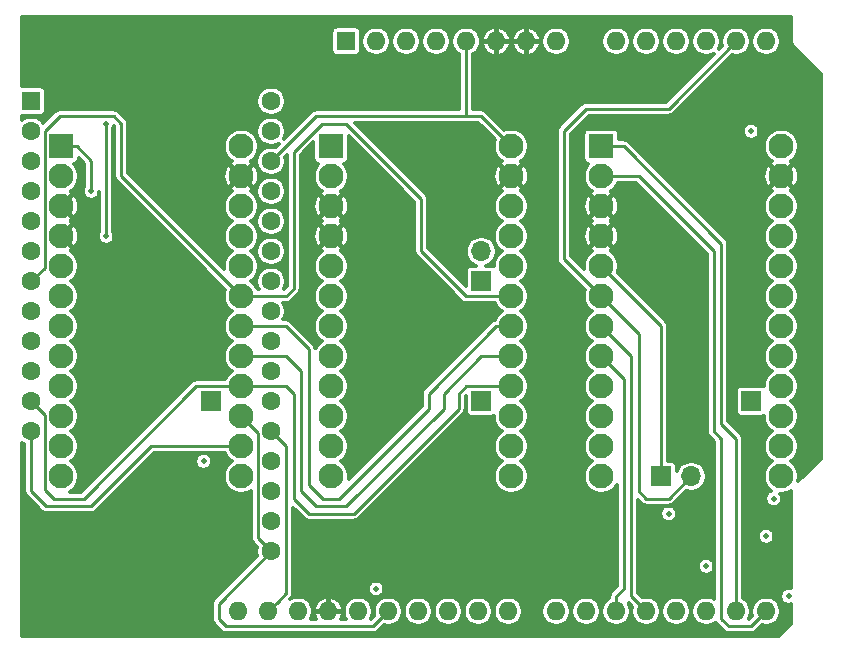
<source format=gbr>
G04 #@! TF.GenerationSoftware,KiCad,Pcbnew,5.1.5+dfsg1-2build2*
G04 #@! TF.CreationDate,2021-03-15T22:18:43+01:00*
G04 #@! TF.ProjectId,ProMicro_ADAPT,50726f4d-6963-4726-9f5f-41444150542e,v1.0*
G04 #@! TF.SameCoordinates,Original*
G04 #@! TF.FileFunction,Copper,L4,Bot*
G04 #@! TF.FilePolarity,Positive*
%FSLAX46Y46*%
G04 Gerber Fmt 4.6, Leading zero omitted, Abs format (unit mm)*
G04 Created by KiCad*
%MOMM*%
%LPD*%
G04 APERTURE LIST*
%ADD10O,1.600000X1.600000*%
%ADD11R,1.600000X1.600000*%
%ADD12O,1.700000X1.700000*%
%ADD13R,1.700000X1.700000*%
%ADD14C,2.100000*%
%ADD15R,2.100000X2.100000*%
%ADD16C,1.600000*%
%ADD17C,0.500000*%
%ADD18C,0.250000*%
%ADD19C,0.300000*%
G04 APERTURE END LIST*
D10*
X119380000Y-120650000D03*
X121920000Y-120650000D03*
X82300000Y-120650000D03*
X121920000Y-72390000D03*
X84840000Y-120650000D03*
X119380000Y-72390000D03*
X87380000Y-120650000D03*
X116840000Y-72390000D03*
X89920000Y-120650000D03*
X114300000Y-72390000D03*
X92460000Y-120650000D03*
X111760000Y-72390000D03*
X95000000Y-120650000D03*
X109220000Y-72390000D03*
X97540000Y-120650000D03*
X104140000Y-72390000D03*
X100080000Y-120650000D03*
X101600000Y-72390000D03*
X104140000Y-120650000D03*
X99060000Y-72390000D03*
X106680000Y-120650000D03*
X96520000Y-72390000D03*
X109220000Y-120650000D03*
X93980000Y-72390000D03*
X111760000Y-120650000D03*
X91440000Y-72390000D03*
X114300000Y-120650000D03*
X88900000Y-72390000D03*
X116840000Y-120650000D03*
D11*
X86360000Y-72390000D03*
D10*
X79760000Y-120650000D03*
X77220000Y-120650000D03*
D12*
X115570000Y-109220000D03*
D13*
X113030000Y-109220000D03*
D12*
X97790000Y-90170000D03*
D13*
X97790000Y-92710000D03*
D14*
X123190000Y-81280000D03*
X123190000Y-83820000D03*
X123190000Y-86360000D03*
X107950000Y-109220000D03*
X123190000Y-88900000D03*
X107950000Y-106680000D03*
X123190000Y-91440000D03*
X107950000Y-104140000D03*
X123190000Y-93980000D03*
X107950000Y-101600000D03*
X123190000Y-96520000D03*
X107950000Y-99060000D03*
X123190000Y-99060000D03*
X107950000Y-96520000D03*
X123190000Y-101600000D03*
X107950000Y-93980000D03*
X123190000Y-104140000D03*
X107950000Y-91440000D03*
X123190000Y-106680000D03*
X107950000Y-88900000D03*
X123190000Y-109220000D03*
X107950000Y-86360000D03*
X107950000Y-83820000D03*
D15*
X107950000Y-81280000D03*
D14*
X100330000Y-81280000D03*
X100330000Y-83820000D03*
X100330000Y-86360000D03*
X85090000Y-109220000D03*
X100330000Y-88900000D03*
X85090000Y-106680000D03*
X100330000Y-91440000D03*
X85090000Y-104140000D03*
X100330000Y-93980000D03*
X85090000Y-101600000D03*
X100330000Y-96520000D03*
X85090000Y-99060000D03*
X100330000Y-99060000D03*
X85090000Y-96520000D03*
X100330000Y-101600000D03*
X85090000Y-93980000D03*
X100330000Y-104140000D03*
X85090000Y-91440000D03*
X100330000Y-106680000D03*
X85090000Y-88900000D03*
X100330000Y-109220000D03*
X85090000Y-86360000D03*
X85090000Y-83820000D03*
D15*
X85090000Y-81280000D03*
D14*
X77470000Y-81280000D03*
X77470000Y-83820000D03*
X77470000Y-86360000D03*
X62230000Y-109220000D03*
X77470000Y-88900000D03*
X62230000Y-106680000D03*
X77470000Y-91440000D03*
X62230000Y-104140000D03*
X77470000Y-93980000D03*
X62230000Y-101600000D03*
X77470000Y-96520000D03*
X62230000Y-99060000D03*
X77470000Y-99060000D03*
X62230000Y-96520000D03*
X77470000Y-101600000D03*
X62230000Y-93980000D03*
X77470000Y-104140000D03*
X62230000Y-91440000D03*
X77470000Y-106680000D03*
X62230000Y-88900000D03*
X77470000Y-109220000D03*
X62230000Y-86360000D03*
X62230000Y-83820000D03*
D15*
X62230000Y-81280000D03*
D13*
X74930000Y-102870000D03*
X120650000Y-102870000D03*
X97790000Y-102870000D03*
D11*
X59690000Y-77470000D03*
D16*
X59690000Y-80010000D03*
X59690000Y-82550000D03*
X59690000Y-85090000D03*
X59690000Y-87630000D03*
X59690000Y-90170000D03*
X59690000Y-92710000D03*
X59690000Y-95250000D03*
X59690000Y-97790000D03*
X59690000Y-100330000D03*
X59690000Y-102870000D03*
X59690000Y-105410000D03*
X80010000Y-115570000D03*
X80010000Y-113030000D03*
X80010000Y-110490000D03*
X80010000Y-107950000D03*
X80010000Y-105410000D03*
X80010000Y-102870000D03*
X80010000Y-100330000D03*
X80010000Y-97790000D03*
X80010000Y-95250000D03*
X80010000Y-92710000D03*
X80010000Y-90170000D03*
X80010000Y-87630000D03*
X80010000Y-85090000D03*
X80010000Y-82550000D03*
X80010000Y-80010000D03*
X80010000Y-77470000D03*
D17*
X69850000Y-101600000D03*
X69850000Y-99695000D03*
X69850000Y-97790000D03*
X69850000Y-95885000D03*
X114935000Y-97790000D03*
X114935000Y-95885000D03*
X114935000Y-93980000D03*
X114935000Y-92075000D03*
X97155000Y-118110000D03*
X100965000Y-118110000D03*
X104775000Y-118110000D03*
X61595000Y-114935000D03*
X62865000Y-116205000D03*
X64135000Y-117475000D03*
X65405000Y-118745000D03*
X66675000Y-120015000D03*
X74295000Y-107950000D03*
X64770000Y-85090000D03*
X66040000Y-79375000D03*
X66040000Y-88900000D03*
X113665000Y-112395000D03*
X120650000Y-80010000D03*
X123825000Y-119379996D03*
X116840000Y-116840000D03*
X121920000Y-114300000D03*
X122554996Y-111125000D03*
X88900000Y-118745000D03*
D18*
X97790000Y-78740000D02*
X99060000Y-80010000D01*
X99060000Y-80010000D02*
X100330000Y-81280000D01*
X96520000Y-72390000D02*
X96520000Y-78740000D01*
X97790000Y-78740000D02*
X96520000Y-78740000D01*
X83820000Y-78740000D02*
X85090000Y-78740000D01*
X80010000Y-82550000D02*
X83820000Y-78740000D01*
X96520000Y-78740000D02*
X85090000Y-78740000D01*
X108999999Y-100109999D02*
X107950000Y-99060000D01*
X109855000Y-118745000D02*
X109855000Y-100965000D01*
X109855000Y-100965000D02*
X108999999Y-100109999D01*
X109220000Y-119380000D02*
X109855000Y-118745000D01*
X109220000Y-120650000D02*
X109220000Y-119380000D01*
X110490000Y-99060000D02*
X107950000Y-96520000D01*
X110490000Y-119380000D02*
X110490000Y-99060000D01*
X111760000Y-120650000D02*
X110490000Y-119380000D01*
X81280000Y-101600000D02*
X77470000Y-101600000D01*
X81915000Y-102235000D02*
X81280000Y-101600000D01*
X81915000Y-111125000D02*
X81915000Y-102235000D01*
X83185000Y-112395000D02*
X81915000Y-111125000D01*
X86995000Y-112395000D02*
X83185000Y-112395000D01*
X95885000Y-103505000D02*
X86995000Y-112395000D01*
X95885000Y-102235000D02*
X95885000Y-103505000D01*
X96520000Y-101600000D02*
X95885000Y-102235000D01*
X100330000Y-101600000D02*
X96520000Y-101600000D01*
X60854999Y-104034999D02*
X60489999Y-103669999D01*
X61595000Y-111125000D02*
X60854999Y-110384999D01*
X64135000Y-111125000D02*
X61595000Y-111125000D01*
X60854999Y-110384999D02*
X60854999Y-104034999D01*
X73660000Y-101600000D02*
X64135000Y-111125000D01*
X60489999Y-103669999D02*
X59690000Y-102870000D01*
X77470000Y-101600000D02*
X73660000Y-101600000D01*
X106680000Y-78105000D02*
X113665000Y-78105000D01*
X113665000Y-78105000D02*
X119380000Y-72390000D01*
X104775000Y-80010000D02*
X106680000Y-78105000D01*
X104775000Y-90805000D02*
X104775000Y-80010000D01*
X107950000Y-93980000D02*
X104775000Y-90805000D01*
X115570000Y-109220000D02*
X113665000Y-111125000D01*
X113665000Y-111125000D02*
X111760000Y-111125000D01*
X111760000Y-111125000D02*
X111125000Y-110490000D01*
X111125000Y-97155000D02*
X107950000Y-93980000D01*
X111125000Y-110490000D02*
X111125000Y-97155000D01*
X79210001Y-114770001D02*
X80010000Y-115570000D01*
X78884999Y-114444999D02*
X79210001Y-114770001D01*
X78884999Y-105554999D02*
X78884999Y-114444999D01*
X77470000Y-104140000D02*
X78884999Y-105554999D01*
X88650000Y-121920000D02*
X89920000Y-120650000D01*
X80010000Y-115570000D02*
X75565000Y-120015000D01*
X76200000Y-121920000D02*
X75565000Y-121285000D01*
X75565000Y-120015000D02*
X75565000Y-121285000D01*
X76200000Y-121920000D02*
X88650000Y-121920000D01*
X80559999Y-119850001D02*
X79760000Y-120650000D01*
X81280000Y-119130000D02*
X80559999Y-119850001D01*
X81280000Y-106680000D02*
X81280000Y-119130000D01*
X80010000Y-105410000D02*
X81280000Y-106680000D01*
X113030000Y-96520000D02*
X107950000Y-91440000D01*
X113030000Y-109220000D02*
X113030000Y-96520000D01*
X59690000Y-110490000D02*
X59690000Y-106541370D01*
X60960000Y-111760000D02*
X59690000Y-110490000D01*
X59690000Y-106541370D02*
X59690000Y-105410000D01*
X69850000Y-106680000D02*
X64770000Y-111760000D01*
X77470000Y-106680000D02*
X69850000Y-106680000D01*
X64770000Y-111760000D02*
X60960000Y-111760000D01*
X111125000Y-83820000D02*
X107950000Y-83820000D01*
X117475000Y-105410000D02*
X117475000Y-90170000D01*
X118110000Y-106045000D02*
X117475000Y-105410000D01*
X118110000Y-121285000D02*
X118110000Y-106045000D01*
X118745000Y-121920000D02*
X118110000Y-121285000D01*
X120650000Y-121920000D02*
X118745000Y-121920000D01*
X117475000Y-90170000D02*
X111125000Y-83820000D01*
X121920000Y-120650000D02*
X120650000Y-121920000D01*
X63530000Y-81280000D02*
X64770000Y-82520000D01*
X64770000Y-84736447D02*
X64770000Y-85090000D01*
X62230000Y-81280000D02*
X63530000Y-81280000D01*
X64770000Y-82520000D02*
X64770000Y-84736447D01*
X119380000Y-106045000D02*
X119380000Y-120650000D01*
X118110000Y-104775000D02*
X119380000Y-106045000D01*
X118110000Y-89535000D02*
X118110000Y-104775000D01*
X109855000Y-81280000D02*
X118110000Y-89535000D01*
X107950000Y-81280000D02*
X109855000Y-81280000D01*
X66040000Y-79375000D02*
X66040000Y-88900000D01*
X92710000Y-90170000D02*
X96520000Y-93980000D01*
X92710000Y-85725000D02*
X92710000Y-90170000D01*
X96520000Y-93980000D02*
X100330000Y-93980000D01*
X86360000Y-79375000D02*
X92710000Y-85725000D01*
X81915000Y-81769998D02*
X84309998Y-79375000D01*
X81915000Y-93345000D02*
X81915000Y-81769998D01*
X81280000Y-93980000D02*
X81915000Y-93345000D01*
X84309998Y-79375000D02*
X86360000Y-79375000D01*
X77470000Y-93980000D02*
X81280000Y-93980000D01*
X60854999Y-91545001D02*
X59690000Y-92710000D01*
X60854999Y-79969999D02*
X60854999Y-91545001D01*
X62084998Y-78740000D02*
X60854999Y-79969999D01*
X66675000Y-78740000D02*
X62084998Y-78740000D01*
X67310000Y-79375000D02*
X66675000Y-78740000D01*
X67310000Y-83820000D02*
X67310000Y-79375000D01*
X77470000Y-93980000D02*
X67310000Y-83820000D01*
X81280000Y-96520000D02*
X77470000Y-96520000D01*
X83185000Y-98425000D02*
X81280000Y-96520000D01*
X83185000Y-109920001D02*
X83185000Y-98425000D01*
X84389999Y-111125000D02*
X83185000Y-109920001D01*
X85725000Y-111125000D02*
X84389999Y-111125000D01*
X93345000Y-103505000D02*
X85725000Y-111125000D01*
X93345000Y-102235000D02*
X93345000Y-103505000D01*
X99060000Y-96520000D02*
X93345000Y-102235000D01*
X100330000Y-96520000D02*
X99060000Y-96520000D01*
X82550000Y-100330000D02*
X81280000Y-99060000D01*
X83820000Y-111760000D02*
X82550000Y-110490000D01*
X86360000Y-111760000D02*
X83820000Y-111760000D01*
X82550000Y-110490000D02*
X82550000Y-100330000D01*
X94615000Y-103505000D02*
X86360000Y-111760000D01*
X94615000Y-102235000D02*
X94615000Y-103505000D01*
X97790000Y-99060000D02*
X94615000Y-102235000D01*
X81280000Y-99060000D02*
X77470000Y-99060000D01*
X100330000Y-99060000D02*
X97790000Y-99060000D01*
D19*
G36*
X123985000Y-72366668D02*
G01*
X123982702Y-72390000D01*
X123985000Y-72413331D01*
X123991873Y-72483115D01*
X124019034Y-72572653D01*
X124063141Y-72655173D01*
X124122499Y-72727501D01*
X124140634Y-72742384D01*
X126525001Y-75126752D01*
X126525000Y-107753249D01*
X124635246Y-109643004D01*
X124690000Y-109367737D01*
X124690000Y-109072263D01*
X124632356Y-108782466D01*
X124519283Y-108509483D01*
X124355126Y-108263806D01*
X124146194Y-108054874D01*
X123989240Y-107950000D01*
X124146194Y-107845126D01*
X124355126Y-107636194D01*
X124519283Y-107390517D01*
X124632356Y-107117534D01*
X124690000Y-106827737D01*
X124690000Y-106532263D01*
X124632356Y-106242466D01*
X124519283Y-105969483D01*
X124355126Y-105723806D01*
X124146194Y-105514874D01*
X123989240Y-105410000D01*
X124146194Y-105305126D01*
X124355126Y-105096194D01*
X124519283Y-104850517D01*
X124632356Y-104577534D01*
X124690000Y-104287737D01*
X124690000Y-103992263D01*
X124632356Y-103702466D01*
X124519283Y-103429483D01*
X124355126Y-103183806D01*
X124146194Y-102974874D01*
X123989240Y-102870000D01*
X124146194Y-102765126D01*
X124355126Y-102556194D01*
X124519283Y-102310517D01*
X124632356Y-102037534D01*
X124690000Y-101747737D01*
X124690000Y-101452263D01*
X124632356Y-101162466D01*
X124519283Y-100889483D01*
X124355126Y-100643806D01*
X124146194Y-100434874D01*
X123989240Y-100330000D01*
X124146194Y-100225126D01*
X124355126Y-100016194D01*
X124519283Y-99770517D01*
X124632356Y-99497534D01*
X124690000Y-99207737D01*
X124690000Y-98912263D01*
X124632356Y-98622466D01*
X124519283Y-98349483D01*
X124355126Y-98103806D01*
X124146194Y-97894874D01*
X123989240Y-97790000D01*
X124146194Y-97685126D01*
X124355126Y-97476194D01*
X124519283Y-97230517D01*
X124632356Y-96957534D01*
X124690000Y-96667737D01*
X124690000Y-96372263D01*
X124632356Y-96082466D01*
X124519283Y-95809483D01*
X124355126Y-95563806D01*
X124146194Y-95354874D01*
X123989240Y-95250000D01*
X124146194Y-95145126D01*
X124355126Y-94936194D01*
X124519283Y-94690517D01*
X124632356Y-94417534D01*
X124690000Y-94127737D01*
X124690000Y-93832263D01*
X124632356Y-93542466D01*
X124519283Y-93269483D01*
X124355126Y-93023806D01*
X124146194Y-92814874D01*
X123989240Y-92710000D01*
X124146194Y-92605126D01*
X124355126Y-92396194D01*
X124519283Y-92150517D01*
X124632356Y-91877534D01*
X124690000Y-91587737D01*
X124690000Y-91292263D01*
X124632356Y-91002466D01*
X124519283Y-90729483D01*
X124355126Y-90483806D01*
X124146194Y-90274874D01*
X123989240Y-90170000D01*
X124146194Y-90065126D01*
X124355126Y-89856194D01*
X124519283Y-89610517D01*
X124632356Y-89337534D01*
X124690000Y-89047737D01*
X124690000Y-88752263D01*
X124632356Y-88462466D01*
X124519283Y-88189483D01*
X124355126Y-87943806D01*
X124146194Y-87734874D01*
X123989240Y-87630000D01*
X124146194Y-87525126D01*
X124355126Y-87316194D01*
X124519283Y-87070517D01*
X124632356Y-86797534D01*
X124690000Y-86507737D01*
X124690000Y-86212263D01*
X124632356Y-85922466D01*
X124519283Y-85649483D01*
X124355126Y-85403806D01*
X124146194Y-85194874D01*
X123992906Y-85092450D01*
X124019740Y-85078316D01*
X124035005Y-85068116D01*
X124140253Y-84840964D01*
X123190000Y-83890711D01*
X122239747Y-84840964D01*
X122344995Y-85068116D01*
X122388334Y-85091621D01*
X122233806Y-85194874D01*
X122024874Y-85403806D01*
X121860717Y-85649483D01*
X121747644Y-85922466D01*
X121690000Y-86212263D01*
X121690000Y-86507737D01*
X121747644Y-86797534D01*
X121860717Y-87070517D01*
X122024874Y-87316194D01*
X122233806Y-87525126D01*
X122390760Y-87630000D01*
X122233806Y-87734874D01*
X122024874Y-87943806D01*
X121860717Y-88189483D01*
X121747644Y-88462466D01*
X121690000Y-88752263D01*
X121690000Y-89047737D01*
X121747644Y-89337534D01*
X121860717Y-89610517D01*
X122024874Y-89856194D01*
X122233806Y-90065126D01*
X122390760Y-90170000D01*
X122233806Y-90274874D01*
X122024874Y-90483806D01*
X121860717Y-90729483D01*
X121747644Y-91002466D01*
X121690000Y-91292263D01*
X121690000Y-91587737D01*
X121747644Y-91877534D01*
X121860717Y-92150517D01*
X122024874Y-92396194D01*
X122233806Y-92605126D01*
X122390760Y-92710000D01*
X122233806Y-92814874D01*
X122024874Y-93023806D01*
X121860717Y-93269483D01*
X121747644Y-93542466D01*
X121690000Y-93832263D01*
X121690000Y-94127737D01*
X121747644Y-94417534D01*
X121860717Y-94690517D01*
X122024874Y-94936194D01*
X122233806Y-95145126D01*
X122390760Y-95250000D01*
X122233806Y-95354874D01*
X122024874Y-95563806D01*
X121860717Y-95809483D01*
X121747644Y-96082466D01*
X121690000Y-96372263D01*
X121690000Y-96667737D01*
X121747644Y-96957534D01*
X121860717Y-97230517D01*
X122024874Y-97476194D01*
X122233806Y-97685126D01*
X122390760Y-97790000D01*
X122233806Y-97894874D01*
X122024874Y-98103806D01*
X121860717Y-98349483D01*
X121747644Y-98622466D01*
X121690000Y-98912263D01*
X121690000Y-99207737D01*
X121747644Y-99497534D01*
X121860717Y-99770517D01*
X122024874Y-100016194D01*
X122233806Y-100225126D01*
X122390760Y-100330000D01*
X122233806Y-100434874D01*
X122024874Y-100643806D01*
X121860717Y-100889483D01*
X121747644Y-101162466D01*
X121690000Y-101452263D01*
X121690000Y-101611308D01*
X121673041Y-101602243D01*
X121588215Y-101576511D01*
X121500000Y-101567823D01*
X119800000Y-101567823D01*
X119711785Y-101576511D01*
X119626959Y-101602243D01*
X119548784Y-101644029D01*
X119480263Y-101700263D01*
X119424029Y-101768784D01*
X119382243Y-101846959D01*
X119356511Y-101931785D01*
X119347823Y-102020000D01*
X119347823Y-103720000D01*
X119356511Y-103808215D01*
X119382243Y-103893041D01*
X119424029Y-103971216D01*
X119480263Y-104039737D01*
X119548784Y-104095971D01*
X119626959Y-104137757D01*
X119711785Y-104163489D01*
X119800000Y-104172177D01*
X121500000Y-104172177D01*
X121588215Y-104163489D01*
X121673041Y-104137757D01*
X121690000Y-104128692D01*
X121690000Y-104287737D01*
X121747644Y-104577534D01*
X121860717Y-104850517D01*
X122024874Y-105096194D01*
X122233806Y-105305126D01*
X122390760Y-105410000D01*
X122233806Y-105514874D01*
X122024874Y-105723806D01*
X121860717Y-105969483D01*
X121747644Y-106242466D01*
X121690000Y-106532263D01*
X121690000Y-106827737D01*
X121747644Y-107117534D01*
X121860717Y-107390517D01*
X122024874Y-107636194D01*
X122233806Y-107845126D01*
X122390760Y-107950000D01*
X122233806Y-108054874D01*
X122024874Y-108263806D01*
X121860717Y-108509483D01*
X121747644Y-108782466D01*
X121690000Y-109072263D01*
X121690000Y-109367737D01*
X121747644Y-109657534D01*
X121860717Y-109930517D01*
X122024874Y-110176194D01*
X122233806Y-110385126D01*
X122340275Y-110456266D01*
X122223422Y-110504668D01*
X122108772Y-110581274D01*
X122011270Y-110678776D01*
X121934664Y-110793426D01*
X121881897Y-110920818D01*
X121854996Y-111056056D01*
X121854996Y-111193944D01*
X121881897Y-111329182D01*
X121934664Y-111456574D01*
X122011270Y-111571224D01*
X122108772Y-111668726D01*
X122223422Y-111745332D01*
X122350814Y-111798099D01*
X122486052Y-111825000D01*
X122623940Y-111825000D01*
X122759178Y-111798099D01*
X122886570Y-111745332D01*
X123001220Y-111668726D01*
X123098722Y-111571224D01*
X123175328Y-111456574D01*
X123228095Y-111329182D01*
X123254996Y-111193944D01*
X123254996Y-111056056D01*
X123228095Y-110920818D01*
X123175328Y-110793426D01*
X123126267Y-110720000D01*
X123337737Y-110720000D01*
X123627534Y-110662356D01*
X123900517Y-110549283D01*
X123983106Y-110494099D01*
X123985001Y-110513342D01*
X123985000Y-118698109D01*
X123893944Y-118679996D01*
X123756056Y-118679996D01*
X123620818Y-118706897D01*
X123493426Y-118759664D01*
X123378776Y-118836270D01*
X123281274Y-118933772D01*
X123204668Y-119048422D01*
X123151901Y-119175814D01*
X123125000Y-119311052D01*
X123125000Y-119448940D01*
X123151901Y-119584178D01*
X123204668Y-119711570D01*
X123281274Y-119826220D01*
X123378776Y-119923722D01*
X123493426Y-120000328D01*
X123620818Y-120053095D01*
X123756056Y-120079996D01*
X123893944Y-120079996D01*
X123985000Y-120061883D01*
X123985000Y-121723249D01*
X122993250Y-122715000D01*
X58895000Y-122715000D01*
X58895000Y-106382159D01*
X59097903Y-106517735D01*
X59115000Y-106524817D01*
X59115000Y-106569615D01*
X59115001Y-106569625D01*
X59115000Y-110461757D01*
X59112218Y-110490000D01*
X59115000Y-110518243D01*
X59115000Y-110518245D01*
X59123320Y-110602719D01*
X59146392Y-110678776D01*
X59156199Y-110711107D01*
X59209592Y-110810998D01*
X59223135Y-110827500D01*
X59281446Y-110898554D01*
X59303393Y-110916565D01*
X60533439Y-112146612D01*
X60551446Y-112168554D01*
X60593153Y-112202782D01*
X60639001Y-112240408D01*
X60717336Y-112282279D01*
X60738892Y-112293801D01*
X60847280Y-112326680D01*
X60931754Y-112335000D01*
X60931756Y-112335000D01*
X60959999Y-112337782D01*
X60988242Y-112335000D01*
X64741757Y-112335000D01*
X64770000Y-112337782D01*
X64798243Y-112335000D01*
X64798246Y-112335000D01*
X64882720Y-112326680D01*
X64991108Y-112293801D01*
X65090998Y-112240408D01*
X65178554Y-112168554D01*
X65196566Y-112146606D01*
X70088173Y-107255000D01*
X74200920Y-107255000D01*
X74090818Y-107276901D01*
X73963426Y-107329668D01*
X73848776Y-107406274D01*
X73751274Y-107503776D01*
X73674668Y-107618426D01*
X73621901Y-107745818D01*
X73595000Y-107881056D01*
X73595000Y-108018944D01*
X73621901Y-108154182D01*
X73674668Y-108281574D01*
X73751274Y-108396224D01*
X73848776Y-108493726D01*
X73963426Y-108570332D01*
X74090818Y-108623099D01*
X74226056Y-108650000D01*
X74363944Y-108650000D01*
X74499182Y-108623099D01*
X74626574Y-108570332D01*
X74741224Y-108493726D01*
X74838726Y-108396224D01*
X74915332Y-108281574D01*
X74968099Y-108154182D01*
X74995000Y-108018944D01*
X74995000Y-107881056D01*
X74968099Y-107745818D01*
X74915332Y-107618426D01*
X74838726Y-107503776D01*
X74741224Y-107406274D01*
X74626574Y-107329668D01*
X74499182Y-107276901D01*
X74389080Y-107255000D01*
X76084584Y-107255000D01*
X76140717Y-107390517D01*
X76304874Y-107636194D01*
X76513806Y-107845126D01*
X76670760Y-107950000D01*
X76513806Y-108054874D01*
X76304874Y-108263806D01*
X76140717Y-108509483D01*
X76027644Y-108782466D01*
X75970000Y-109072263D01*
X75970000Y-109367737D01*
X76027644Y-109657534D01*
X76140717Y-109930517D01*
X76304874Y-110176194D01*
X76513806Y-110385126D01*
X76759483Y-110549283D01*
X77032466Y-110662356D01*
X77322263Y-110720000D01*
X77617737Y-110720000D01*
X77907534Y-110662356D01*
X78180517Y-110549283D01*
X78310000Y-110462765D01*
X78310000Y-114416746D01*
X78307217Y-114444999D01*
X78318320Y-114557718D01*
X78351198Y-114666106D01*
X78404591Y-114765997D01*
X78450440Y-114821864D01*
X78476446Y-114853553D01*
X78498388Y-114871560D01*
X78815119Y-115188291D01*
X78808037Y-115205389D01*
X78760000Y-115446886D01*
X78760000Y-115693114D01*
X78808037Y-115934611D01*
X78815119Y-115951708D01*
X75178393Y-119588434D01*
X75156446Y-119606446D01*
X75109377Y-119663801D01*
X75084592Y-119694002D01*
X75046396Y-119765461D01*
X75031199Y-119793893D01*
X74998320Y-119902281D01*
X74992367Y-119962722D01*
X74987218Y-120015000D01*
X74990000Y-120043244D01*
X74990001Y-121256747D01*
X74987218Y-121285000D01*
X74998321Y-121397719D01*
X75031199Y-121506107D01*
X75084592Y-121605998D01*
X75124666Y-121654828D01*
X75156447Y-121693554D01*
X75178389Y-121711561D01*
X75773439Y-122306612D01*
X75791446Y-122328554D01*
X75879002Y-122400408D01*
X75978892Y-122453801D01*
X76087280Y-122486680D01*
X76171754Y-122495000D01*
X76171757Y-122495000D01*
X76200000Y-122497782D01*
X76228243Y-122495000D01*
X88621757Y-122495000D01*
X88650000Y-122497782D01*
X88678243Y-122495000D01*
X88678246Y-122495000D01*
X88762720Y-122486680D01*
X88871108Y-122453801D01*
X88970998Y-122400408D01*
X89058554Y-122328554D01*
X89076565Y-122306607D01*
X89538291Y-121844881D01*
X89555389Y-121851963D01*
X89796886Y-121900000D01*
X90043114Y-121900000D01*
X90284611Y-121851963D01*
X90512097Y-121757735D01*
X90716828Y-121620938D01*
X90890938Y-121446828D01*
X91027735Y-121242097D01*
X91121963Y-121014611D01*
X91170000Y-120773114D01*
X91170000Y-120526886D01*
X91210000Y-120526886D01*
X91210000Y-120773114D01*
X91258037Y-121014611D01*
X91352265Y-121242097D01*
X91489062Y-121446828D01*
X91663172Y-121620938D01*
X91867903Y-121757735D01*
X92095389Y-121851963D01*
X92336886Y-121900000D01*
X92583114Y-121900000D01*
X92824611Y-121851963D01*
X93052097Y-121757735D01*
X93256828Y-121620938D01*
X93430938Y-121446828D01*
X93567735Y-121242097D01*
X93661963Y-121014611D01*
X93710000Y-120773114D01*
X93710000Y-120526886D01*
X93750000Y-120526886D01*
X93750000Y-120773114D01*
X93798037Y-121014611D01*
X93892265Y-121242097D01*
X94029062Y-121446828D01*
X94203172Y-121620938D01*
X94407903Y-121757735D01*
X94635389Y-121851963D01*
X94876886Y-121900000D01*
X95123114Y-121900000D01*
X95364611Y-121851963D01*
X95592097Y-121757735D01*
X95796828Y-121620938D01*
X95970938Y-121446828D01*
X96107735Y-121242097D01*
X96201963Y-121014611D01*
X96250000Y-120773114D01*
X96250000Y-120526886D01*
X96290000Y-120526886D01*
X96290000Y-120773114D01*
X96338037Y-121014611D01*
X96432265Y-121242097D01*
X96569062Y-121446828D01*
X96743172Y-121620938D01*
X96947903Y-121757735D01*
X97175389Y-121851963D01*
X97416886Y-121900000D01*
X97663114Y-121900000D01*
X97904611Y-121851963D01*
X98132097Y-121757735D01*
X98336828Y-121620938D01*
X98510938Y-121446828D01*
X98647735Y-121242097D01*
X98741963Y-121014611D01*
X98790000Y-120773114D01*
X98790000Y-120526886D01*
X98830000Y-120526886D01*
X98830000Y-120773114D01*
X98878037Y-121014611D01*
X98972265Y-121242097D01*
X99109062Y-121446828D01*
X99283172Y-121620938D01*
X99487903Y-121757735D01*
X99715389Y-121851963D01*
X99956886Y-121900000D01*
X100203114Y-121900000D01*
X100444611Y-121851963D01*
X100672097Y-121757735D01*
X100876828Y-121620938D01*
X101050938Y-121446828D01*
X101187735Y-121242097D01*
X101281963Y-121014611D01*
X101330000Y-120773114D01*
X101330000Y-120526886D01*
X102890000Y-120526886D01*
X102890000Y-120773114D01*
X102938037Y-121014611D01*
X103032265Y-121242097D01*
X103169062Y-121446828D01*
X103343172Y-121620938D01*
X103547903Y-121757735D01*
X103775389Y-121851963D01*
X104016886Y-121900000D01*
X104263114Y-121900000D01*
X104504611Y-121851963D01*
X104732097Y-121757735D01*
X104936828Y-121620938D01*
X105110938Y-121446828D01*
X105247735Y-121242097D01*
X105341963Y-121014611D01*
X105390000Y-120773114D01*
X105390000Y-120526886D01*
X105430000Y-120526886D01*
X105430000Y-120773114D01*
X105478037Y-121014611D01*
X105572265Y-121242097D01*
X105709062Y-121446828D01*
X105883172Y-121620938D01*
X106087903Y-121757735D01*
X106315389Y-121851963D01*
X106556886Y-121900000D01*
X106803114Y-121900000D01*
X107044611Y-121851963D01*
X107272097Y-121757735D01*
X107476828Y-121620938D01*
X107650938Y-121446828D01*
X107787735Y-121242097D01*
X107881963Y-121014611D01*
X107930000Y-120773114D01*
X107930000Y-120526886D01*
X107881963Y-120285389D01*
X107787735Y-120057903D01*
X107650938Y-119853172D01*
X107476828Y-119679062D01*
X107272097Y-119542265D01*
X107044611Y-119448037D01*
X106803114Y-119400000D01*
X106556886Y-119400000D01*
X106315389Y-119448037D01*
X106087903Y-119542265D01*
X105883172Y-119679062D01*
X105709062Y-119853172D01*
X105572265Y-120057903D01*
X105478037Y-120285389D01*
X105430000Y-120526886D01*
X105390000Y-120526886D01*
X105341963Y-120285389D01*
X105247735Y-120057903D01*
X105110938Y-119853172D01*
X104936828Y-119679062D01*
X104732097Y-119542265D01*
X104504611Y-119448037D01*
X104263114Y-119400000D01*
X104016886Y-119400000D01*
X103775389Y-119448037D01*
X103547903Y-119542265D01*
X103343172Y-119679062D01*
X103169062Y-119853172D01*
X103032265Y-120057903D01*
X102938037Y-120285389D01*
X102890000Y-120526886D01*
X101330000Y-120526886D01*
X101281963Y-120285389D01*
X101187735Y-120057903D01*
X101050938Y-119853172D01*
X100876828Y-119679062D01*
X100672097Y-119542265D01*
X100444611Y-119448037D01*
X100203114Y-119400000D01*
X99956886Y-119400000D01*
X99715389Y-119448037D01*
X99487903Y-119542265D01*
X99283172Y-119679062D01*
X99109062Y-119853172D01*
X98972265Y-120057903D01*
X98878037Y-120285389D01*
X98830000Y-120526886D01*
X98790000Y-120526886D01*
X98741963Y-120285389D01*
X98647735Y-120057903D01*
X98510938Y-119853172D01*
X98336828Y-119679062D01*
X98132097Y-119542265D01*
X97904611Y-119448037D01*
X97663114Y-119400000D01*
X97416886Y-119400000D01*
X97175389Y-119448037D01*
X96947903Y-119542265D01*
X96743172Y-119679062D01*
X96569062Y-119853172D01*
X96432265Y-120057903D01*
X96338037Y-120285389D01*
X96290000Y-120526886D01*
X96250000Y-120526886D01*
X96201963Y-120285389D01*
X96107735Y-120057903D01*
X95970938Y-119853172D01*
X95796828Y-119679062D01*
X95592097Y-119542265D01*
X95364611Y-119448037D01*
X95123114Y-119400000D01*
X94876886Y-119400000D01*
X94635389Y-119448037D01*
X94407903Y-119542265D01*
X94203172Y-119679062D01*
X94029062Y-119853172D01*
X93892265Y-120057903D01*
X93798037Y-120285389D01*
X93750000Y-120526886D01*
X93710000Y-120526886D01*
X93661963Y-120285389D01*
X93567735Y-120057903D01*
X93430938Y-119853172D01*
X93256828Y-119679062D01*
X93052097Y-119542265D01*
X92824611Y-119448037D01*
X92583114Y-119400000D01*
X92336886Y-119400000D01*
X92095389Y-119448037D01*
X91867903Y-119542265D01*
X91663172Y-119679062D01*
X91489062Y-119853172D01*
X91352265Y-120057903D01*
X91258037Y-120285389D01*
X91210000Y-120526886D01*
X91170000Y-120526886D01*
X91121963Y-120285389D01*
X91027735Y-120057903D01*
X90890938Y-119853172D01*
X90716828Y-119679062D01*
X90512097Y-119542265D01*
X90284611Y-119448037D01*
X90043114Y-119400000D01*
X89796886Y-119400000D01*
X89555389Y-119448037D01*
X89327903Y-119542265D01*
X89123172Y-119679062D01*
X88949062Y-119853172D01*
X88812265Y-120057903D01*
X88718037Y-120285389D01*
X88670000Y-120526886D01*
X88670000Y-120773114D01*
X88718037Y-121014611D01*
X88725119Y-121031709D01*
X88433374Y-121323454D01*
X88487735Y-121242097D01*
X88581963Y-121014611D01*
X88630000Y-120773114D01*
X88630000Y-120526886D01*
X88581963Y-120285389D01*
X88487735Y-120057903D01*
X88350938Y-119853172D01*
X88176828Y-119679062D01*
X87972097Y-119542265D01*
X87744611Y-119448037D01*
X87503114Y-119400000D01*
X87256886Y-119400000D01*
X87015389Y-119448037D01*
X86787903Y-119542265D01*
X86583172Y-119679062D01*
X86409062Y-119853172D01*
X86272265Y-120057903D01*
X86178037Y-120285389D01*
X86130000Y-120526886D01*
X86130000Y-120773114D01*
X86178037Y-121014611D01*
X86272265Y-121242097D01*
X86341023Y-121345000D01*
X85878949Y-121345000D01*
X85994497Y-121129210D01*
X86065803Y-120894771D01*
X85976502Y-120700000D01*
X84890000Y-120700000D01*
X84890000Y-120720000D01*
X84790000Y-120720000D01*
X84790000Y-120700000D01*
X83703498Y-120700000D01*
X83614197Y-120894771D01*
X83685503Y-121129210D01*
X83801051Y-121345000D01*
X83338977Y-121345000D01*
X83407735Y-121242097D01*
X83501963Y-121014611D01*
X83550000Y-120773114D01*
X83550000Y-120526886D01*
X83525801Y-120405229D01*
X83614197Y-120405229D01*
X83703498Y-120600000D01*
X84790000Y-120600000D01*
X84790000Y-119513599D01*
X84890000Y-119513599D01*
X84890000Y-120600000D01*
X85976502Y-120600000D01*
X86065803Y-120405229D01*
X85994497Y-120170790D01*
X85878824Y-119954767D01*
X85723230Y-119765461D01*
X85533694Y-119610148D01*
X85317500Y-119494795D01*
X85084771Y-119424199D01*
X84890000Y-119513599D01*
X84790000Y-119513599D01*
X84595229Y-119424199D01*
X84362500Y-119494795D01*
X84146306Y-119610148D01*
X83956770Y-119765461D01*
X83801176Y-119954767D01*
X83685503Y-120170790D01*
X83614197Y-120405229D01*
X83525801Y-120405229D01*
X83501963Y-120285389D01*
X83407735Y-120057903D01*
X83270938Y-119853172D01*
X83096828Y-119679062D01*
X82892097Y-119542265D01*
X82664611Y-119448037D01*
X82423114Y-119400000D01*
X82176886Y-119400000D01*
X81935389Y-119448037D01*
X81707903Y-119542265D01*
X81626549Y-119596624D01*
X81666612Y-119556561D01*
X81688554Y-119538554D01*
X81735623Y-119481199D01*
X81760408Y-119450999D01*
X81813801Y-119351108D01*
X81846680Y-119242720D01*
X81855000Y-119158246D01*
X81855000Y-119158244D01*
X81857782Y-119130001D01*
X81855000Y-119101758D01*
X81855000Y-118676056D01*
X88200000Y-118676056D01*
X88200000Y-118813944D01*
X88226901Y-118949182D01*
X88279668Y-119076574D01*
X88356274Y-119191224D01*
X88453776Y-119288726D01*
X88568426Y-119365332D01*
X88695818Y-119418099D01*
X88831056Y-119445000D01*
X88968944Y-119445000D01*
X89104182Y-119418099D01*
X89231574Y-119365332D01*
X89346224Y-119288726D01*
X89443726Y-119191224D01*
X89520332Y-119076574D01*
X89573099Y-118949182D01*
X89600000Y-118813944D01*
X89600000Y-118676056D01*
X89573099Y-118540818D01*
X89520332Y-118413426D01*
X89443726Y-118298776D01*
X89346224Y-118201274D01*
X89231574Y-118124668D01*
X89104182Y-118071901D01*
X88968944Y-118045000D01*
X88831056Y-118045000D01*
X88695818Y-118071901D01*
X88568426Y-118124668D01*
X88453776Y-118201274D01*
X88356274Y-118298776D01*
X88279668Y-118413426D01*
X88226901Y-118540818D01*
X88200000Y-118676056D01*
X81855000Y-118676056D01*
X81855000Y-111878172D01*
X82758439Y-112781612D01*
X82776446Y-112803554D01*
X82798386Y-112821559D01*
X82864001Y-112875408D01*
X82922892Y-112906886D01*
X82963892Y-112928801D01*
X83072280Y-112961680D01*
X83156754Y-112970000D01*
X83156756Y-112970000D01*
X83184999Y-112972782D01*
X83213242Y-112970000D01*
X86966757Y-112970000D01*
X86995000Y-112972782D01*
X87023243Y-112970000D01*
X87023246Y-112970000D01*
X87107720Y-112961680D01*
X87216108Y-112928801D01*
X87315998Y-112875408D01*
X87403554Y-112803554D01*
X87421566Y-112781606D01*
X96271612Y-103931561D01*
X96293554Y-103913554D01*
X96365408Y-103825998D01*
X96418801Y-103726108D01*
X96451680Y-103617720D01*
X96460000Y-103533246D01*
X96460000Y-103533243D01*
X96462782Y-103505000D01*
X96460000Y-103476757D01*
X96460000Y-102473172D01*
X96487823Y-102445349D01*
X96487823Y-103720000D01*
X96496511Y-103808215D01*
X96522243Y-103893041D01*
X96564029Y-103971216D01*
X96620263Y-104039737D01*
X96688784Y-104095971D01*
X96766959Y-104137757D01*
X96851785Y-104163489D01*
X96940000Y-104172177D01*
X98640000Y-104172177D01*
X98728215Y-104163489D01*
X98813041Y-104137757D01*
X98830000Y-104128692D01*
X98830000Y-104287737D01*
X98887644Y-104577534D01*
X99000717Y-104850517D01*
X99164874Y-105096194D01*
X99373806Y-105305126D01*
X99530760Y-105410000D01*
X99373806Y-105514874D01*
X99164874Y-105723806D01*
X99000717Y-105969483D01*
X98887644Y-106242466D01*
X98830000Y-106532263D01*
X98830000Y-106827737D01*
X98887644Y-107117534D01*
X99000717Y-107390517D01*
X99164874Y-107636194D01*
X99373806Y-107845126D01*
X99530760Y-107950000D01*
X99373806Y-108054874D01*
X99164874Y-108263806D01*
X99000717Y-108509483D01*
X98887644Y-108782466D01*
X98830000Y-109072263D01*
X98830000Y-109367737D01*
X98887644Y-109657534D01*
X99000717Y-109930517D01*
X99164874Y-110176194D01*
X99373806Y-110385126D01*
X99619483Y-110549283D01*
X99892466Y-110662356D01*
X100182263Y-110720000D01*
X100477737Y-110720000D01*
X100767534Y-110662356D01*
X101040517Y-110549283D01*
X101286194Y-110385126D01*
X101495126Y-110176194D01*
X101659283Y-109930517D01*
X101772356Y-109657534D01*
X101830000Y-109367737D01*
X101830000Y-109072263D01*
X101772356Y-108782466D01*
X101659283Y-108509483D01*
X101495126Y-108263806D01*
X101286194Y-108054874D01*
X101129240Y-107950000D01*
X101286194Y-107845126D01*
X101495126Y-107636194D01*
X101659283Y-107390517D01*
X101772356Y-107117534D01*
X101830000Y-106827737D01*
X101830000Y-106532263D01*
X101772356Y-106242466D01*
X101659283Y-105969483D01*
X101495126Y-105723806D01*
X101286194Y-105514874D01*
X101129240Y-105410000D01*
X101286194Y-105305126D01*
X101495126Y-105096194D01*
X101659283Y-104850517D01*
X101772356Y-104577534D01*
X101830000Y-104287737D01*
X101830000Y-103992263D01*
X101772356Y-103702466D01*
X101659283Y-103429483D01*
X101495126Y-103183806D01*
X101286194Y-102974874D01*
X101129240Y-102870000D01*
X101286194Y-102765126D01*
X101495126Y-102556194D01*
X101659283Y-102310517D01*
X101772356Y-102037534D01*
X101830000Y-101747737D01*
X101830000Y-101452263D01*
X101772356Y-101162466D01*
X101659283Y-100889483D01*
X101495126Y-100643806D01*
X101286194Y-100434874D01*
X101129240Y-100330000D01*
X101286194Y-100225126D01*
X101495126Y-100016194D01*
X101659283Y-99770517D01*
X101772356Y-99497534D01*
X101830000Y-99207737D01*
X101830000Y-98912263D01*
X101772356Y-98622466D01*
X101659283Y-98349483D01*
X101495126Y-98103806D01*
X101286194Y-97894874D01*
X101129240Y-97790000D01*
X101286194Y-97685126D01*
X101495126Y-97476194D01*
X101659283Y-97230517D01*
X101772356Y-96957534D01*
X101830000Y-96667737D01*
X101830000Y-96372263D01*
X101772356Y-96082466D01*
X101659283Y-95809483D01*
X101495126Y-95563806D01*
X101286194Y-95354874D01*
X101129240Y-95250000D01*
X101286194Y-95145126D01*
X101495126Y-94936194D01*
X101659283Y-94690517D01*
X101772356Y-94417534D01*
X101830000Y-94127737D01*
X101830000Y-93832263D01*
X101772356Y-93542466D01*
X101659283Y-93269483D01*
X101495126Y-93023806D01*
X101286194Y-92814874D01*
X101129240Y-92710000D01*
X101286194Y-92605126D01*
X101495126Y-92396194D01*
X101659283Y-92150517D01*
X101772356Y-91877534D01*
X101830000Y-91587737D01*
X101830000Y-91292263D01*
X101772356Y-91002466D01*
X101659283Y-90729483D01*
X101495126Y-90483806D01*
X101286194Y-90274874D01*
X101129240Y-90170000D01*
X101286194Y-90065126D01*
X101495126Y-89856194D01*
X101659283Y-89610517D01*
X101772356Y-89337534D01*
X101830000Y-89047737D01*
X101830000Y-88752263D01*
X101772356Y-88462466D01*
X101659283Y-88189483D01*
X101495126Y-87943806D01*
X101286194Y-87734874D01*
X101129240Y-87630000D01*
X101286194Y-87525126D01*
X101495126Y-87316194D01*
X101659283Y-87070517D01*
X101772356Y-86797534D01*
X101830000Y-86507737D01*
X101830000Y-86212263D01*
X101772356Y-85922466D01*
X101659283Y-85649483D01*
X101495126Y-85403806D01*
X101286194Y-85194874D01*
X101132906Y-85092450D01*
X101159740Y-85078316D01*
X101175005Y-85068116D01*
X101280253Y-84840964D01*
X100330000Y-83890711D01*
X99379747Y-84840964D01*
X99484995Y-85068116D01*
X99528334Y-85091621D01*
X99373806Y-85194874D01*
X99164874Y-85403806D01*
X99000717Y-85649483D01*
X98887644Y-85922466D01*
X98830000Y-86212263D01*
X98830000Y-86507737D01*
X98887644Y-86797534D01*
X99000717Y-87070517D01*
X99164874Y-87316194D01*
X99373806Y-87525126D01*
X99530760Y-87630000D01*
X99373806Y-87734874D01*
X99164874Y-87943806D01*
X99000717Y-88189483D01*
X98887644Y-88462466D01*
X98830000Y-88752263D01*
X98830000Y-89047737D01*
X98887644Y-89337534D01*
X99000717Y-89610517D01*
X99164874Y-89856194D01*
X99373806Y-90065126D01*
X99530760Y-90170000D01*
X99373806Y-90274874D01*
X99164874Y-90483806D01*
X99000717Y-90729483D01*
X98887644Y-91002466D01*
X98830000Y-91292263D01*
X98830000Y-91451308D01*
X98813041Y-91442243D01*
X98728215Y-91416511D01*
X98640000Y-91407823D01*
X98198695Y-91407823D01*
X98405781Y-91322045D01*
X98618702Y-91179776D01*
X98799776Y-90998702D01*
X98942045Y-90785781D01*
X99040042Y-90549196D01*
X99090000Y-90298039D01*
X99090000Y-90041961D01*
X99040042Y-89790804D01*
X98942045Y-89554219D01*
X98799776Y-89341298D01*
X98618702Y-89160224D01*
X98405781Y-89017955D01*
X98169196Y-88919958D01*
X97918039Y-88870000D01*
X97661961Y-88870000D01*
X97410804Y-88919958D01*
X97174219Y-89017955D01*
X96961298Y-89160224D01*
X96780224Y-89341298D01*
X96637955Y-89554219D01*
X96539958Y-89790804D01*
X96490000Y-90041961D01*
X96490000Y-90298039D01*
X96539958Y-90549196D01*
X96637955Y-90785781D01*
X96780224Y-90998702D01*
X96961298Y-91179776D01*
X97174219Y-91322045D01*
X97381305Y-91407823D01*
X96940000Y-91407823D01*
X96851785Y-91416511D01*
X96766959Y-91442243D01*
X96688784Y-91484029D01*
X96620263Y-91540263D01*
X96564029Y-91608784D01*
X96522243Y-91686959D01*
X96496511Y-91771785D01*
X96487823Y-91860000D01*
X96487823Y-93134650D01*
X93285000Y-89931828D01*
X93285000Y-85753242D01*
X93287782Y-85724999D01*
X93282146Y-85667782D01*
X93276680Y-85612280D01*
X93243801Y-85503892D01*
X93240948Y-85498554D01*
X93190408Y-85404001D01*
X93152782Y-85358153D01*
X93118554Y-85316446D01*
X93096613Y-85298440D01*
X91608993Y-83810820D01*
X98822770Y-83810820D01*
X98849940Y-84105043D01*
X98933988Y-84388311D01*
X99071684Y-84649740D01*
X99081884Y-84665005D01*
X99309036Y-84770253D01*
X100259289Y-83820000D01*
X100400711Y-83820000D01*
X101350964Y-84770253D01*
X101578116Y-84665005D01*
X101718985Y-84405274D01*
X101806478Y-84123050D01*
X101837230Y-83829180D01*
X101810060Y-83534957D01*
X101726012Y-83251689D01*
X101588316Y-82990260D01*
X101578116Y-82974995D01*
X101350964Y-82869747D01*
X100400711Y-83820000D01*
X100259289Y-83820000D01*
X99309036Y-82869747D01*
X99081884Y-82974995D01*
X98941015Y-83234726D01*
X98853522Y-83516950D01*
X98822770Y-83810820D01*
X91608993Y-83810820D01*
X87113172Y-79315000D01*
X96491754Y-79315000D01*
X96520000Y-79317782D01*
X96548246Y-79315000D01*
X97551828Y-79315000D01*
X98673386Y-80436559D01*
X98673391Y-80436563D01*
X98943777Y-80706949D01*
X98887644Y-80842466D01*
X98830000Y-81132263D01*
X98830000Y-81427737D01*
X98887644Y-81717534D01*
X99000717Y-81990517D01*
X99164874Y-82236194D01*
X99373806Y-82445126D01*
X99527094Y-82547550D01*
X99500260Y-82561684D01*
X99484995Y-82571884D01*
X99379747Y-82799036D01*
X100330000Y-83749289D01*
X101280253Y-82799036D01*
X101175005Y-82571884D01*
X101131666Y-82548379D01*
X101286194Y-82445126D01*
X101495126Y-82236194D01*
X101659283Y-81990517D01*
X101772356Y-81717534D01*
X101830000Y-81427737D01*
X101830000Y-81132263D01*
X101772356Y-80842466D01*
X101659283Y-80569483D01*
X101495126Y-80323806D01*
X101286194Y-80114874D01*
X101129240Y-80010000D01*
X104197218Y-80010000D01*
X104200001Y-80038253D01*
X104200000Y-90776757D01*
X104197218Y-90805000D01*
X104200000Y-90833243D01*
X104200000Y-90833245D01*
X104208320Y-90917719D01*
X104223336Y-90967219D01*
X104241199Y-91026107D01*
X104294592Y-91125998D01*
X104306853Y-91140938D01*
X104366446Y-91213554D01*
X104388393Y-91231565D01*
X106563777Y-93406949D01*
X106507644Y-93542466D01*
X106450000Y-93832263D01*
X106450000Y-94127737D01*
X106507644Y-94417534D01*
X106620717Y-94690517D01*
X106784874Y-94936194D01*
X106993806Y-95145126D01*
X107150760Y-95250000D01*
X106993806Y-95354874D01*
X106784874Y-95563806D01*
X106620717Y-95809483D01*
X106507644Y-96082466D01*
X106450000Y-96372263D01*
X106450000Y-96667737D01*
X106507644Y-96957534D01*
X106620717Y-97230517D01*
X106784874Y-97476194D01*
X106993806Y-97685126D01*
X107150760Y-97790000D01*
X106993806Y-97894874D01*
X106784874Y-98103806D01*
X106620717Y-98349483D01*
X106507644Y-98622466D01*
X106450000Y-98912263D01*
X106450000Y-99207737D01*
X106507644Y-99497534D01*
X106620717Y-99770517D01*
X106784874Y-100016194D01*
X106993806Y-100225126D01*
X107150760Y-100330000D01*
X106993806Y-100434874D01*
X106784874Y-100643806D01*
X106620717Y-100889483D01*
X106507644Y-101162466D01*
X106450000Y-101452263D01*
X106450000Y-101747737D01*
X106507644Y-102037534D01*
X106620717Y-102310517D01*
X106784874Y-102556194D01*
X106993806Y-102765126D01*
X107150760Y-102870000D01*
X106993806Y-102974874D01*
X106784874Y-103183806D01*
X106620717Y-103429483D01*
X106507644Y-103702466D01*
X106450000Y-103992263D01*
X106450000Y-104287737D01*
X106507644Y-104577534D01*
X106620717Y-104850517D01*
X106784874Y-105096194D01*
X106993806Y-105305126D01*
X107150760Y-105410000D01*
X106993806Y-105514874D01*
X106784874Y-105723806D01*
X106620717Y-105969483D01*
X106507644Y-106242466D01*
X106450000Y-106532263D01*
X106450000Y-106827737D01*
X106507644Y-107117534D01*
X106620717Y-107390517D01*
X106784874Y-107636194D01*
X106993806Y-107845126D01*
X107150760Y-107950000D01*
X106993806Y-108054874D01*
X106784874Y-108263806D01*
X106620717Y-108509483D01*
X106507644Y-108782466D01*
X106450000Y-109072263D01*
X106450000Y-109367737D01*
X106507644Y-109657534D01*
X106620717Y-109930517D01*
X106784874Y-110176194D01*
X106993806Y-110385126D01*
X107239483Y-110549283D01*
X107512466Y-110662356D01*
X107802263Y-110720000D01*
X108097737Y-110720000D01*
X108387534Y-110662356D01*
X108660517Y-110549283D01*
X108906194Y-110385126D01*
X109115126Y-110176194D01*
X109279283Y-109930517D01*
X109280000Y-109928785D01*
X109280000Y-118506827D01*
X108833389Y-118953439D01*
X108811447Y-118971446D01*
X108793441Y-118993387D01*
X108739592Y-119059002D01*
X108686199Y-119158893D01*
X108653321Y-119267281D01*
X108642218Y-119380000D01*
X108645001Y-119408253D01*
X108645001Y-119535183D01*
X108627903Y-119542265D01*
X108423172Y-119679062D01*
X108249062Y-119853172D01*
X108112265Y-120057903D01*
X108018037Y-120285389D01*
X107970000Y-120526886D01*
X107970000Y-120773114D01*
X108018037Y-121014611D01*
X108112265Y-121242097D01*
X108249062Y-121446828D01*
X108423172Y-121620938D01*
X108627903Y-121757735D01*
X108855389Y-121851963D01*
X109096886Y-121900000D01*
X109343114Y-121900000D01*
X109584611Y-121851963D01*
X109812097Y-121757735D01*
X110016828Y-121620938D01*
X110190938Y-121446828D01*
X110327735Y-121242097D01*
X110421963Y-121014611D01*
X110470000Y-120773114D01*
X110470000Y-120526886D01*
X110421963Y-120285389D01*
X110327735Y-120057903D01*
X110273375Y-119976547D01*
X110565119Y-120268291D01*
X110558037Y-120285389D01*
X110510000Y-120526886D01*
X110510000Y-120773114D01*
X110558037Y-121014611D01*
X110652265Y-121242097D01*
X110789062Y-121446828D01*
X110963172Y-121620938D01*
X111167903Y-121757735D01*
X111395389Y-121851963D01*
X111636886Y-121900000D01*
X111883114Y-121900000D01*
X112124611Y-121851963D01*
X112352097Y-121757735D01*
X112556828Y-121620938D01*
X112730938Y-121446828D01*
X112867735Y-121242097D01*
X112961963Y-121014611D01*
X113010000Y-120773114D01*
X113010000Y-120526886D01*
X113050000Y-120526886D01*
X113050000Y-120773114D01*
X113098037Y-121014611D01*
X113192265Y-121242097D01*
X113329062Y-121446828D01*
X113503172Y-121620938D01*
X113707903Y-121757735D01*
X113935389Y-121851963D01*
X114176886Y-121900000D01*
X114423114Y-121900000D01*
X114664611Y-121851963D01*
X114892097Y-121757735D01*
X115096828Y-121620938D01*
X115270938Y-121446828D01*
X115407735Y-121242097D01*
X115501963Y-121014611D01*
X115550000Y-120773114D01*
X115550000Y-120526886D01*
X115501963Y-120285389D01*
X115407735Y-120057903D01*
X115270938Y-119853172D01*
X115096828Y-119679062D01*
X114892097Y-119542265D01*
X114664611Y-119448037D01*
X114423114Y-119400000D01*
X114176886Y-119400000D01*
X113935389Y-119448037D01*
X113707903Y-119542265D01*
X113503172Y-119679062D01*
X113329062Y-119853172D01*
X113192265Y-120057903D01*
X113098037Y-120285389D01*
X113050000Y-120526886D01*
X113010000Y-120526886D01*
X112961963Y-120285389D01*
X112867735Y-120057903D01*
X112730938Y-119853172D01*
X112556828Y-119679062D01*
X112352097Y-119542265D01*
X112124611Y-119448037D01*
X111883114Y-119400000D01*
X111636886Y-119400000D01*
X111395389Y-119448037D01*
X111378291Y-119455119D01*
X111065000Y-119141828D01*
X111065000Y-111243173D01*
X111333439Y-111511612D01*
X111351446Y-111533554D01*
X111439002Y-111605408D01*
X111538892Y-111658801D01*
X111647280Y-111691680D01*
X111731754Y-111700000D01*
X111731757Y-111700000D01*
X111760000Y-111702782D01*
X111788243Y-111700000D01*
X113570920Y-111700000D01*
X113460818Y-111721901D01*
X113333426Y-111774668D01*
X113218776Y-111851274D01*
X113121274Y-111948776D01*
X113044668Y-112063426D01*
X112991901Y-112190818D01*
X112965000Y-112326056D01*
X112965000Y-112463944D01*
X112991901Y-112599182D01*
X113044668Y-112726574D01*
X113121274Y-112841224D01*
X113218776Y-112938726D01*
X113333426Y-113015332D01*
X113460818Y-113068099D01*
X113596056Y-113095000D01*
X113733944Y-113095000D01*
X113869182Y-113068099D01*
X113996574Y-113015332D01*
X114111224Y-112938726D01*
X114208726Y-112841224D01*
X114285332Y-112726574D01*
X114338099Y-112599182D01*
X114365000Y-112463944D01*
X114365000Y-112326056D01*
X114338099Y-112190818D01*
X114285332Y-112063426D01*
X114208726Y-111948776D01*
X114111224Y-111851274D01*
X113996574Y-111774668D01*
X113869182Y-111721901D01*
X113737278Y-111695663D01*
X113777720Y-111691680D01*
X113886108Y-111658801D01*
X113985998Y-111605408D01*
X114073554Y-111533554D01*
X114091565Y-111511607D01*
X115150023Y-110453150D01*
X115190804Y-110470042D01*
X115441961Y-110520000D01*
X115698039Y-110520000D01*
X115949196Y-110470042D01*
X116185781Y-110372045D01*
X116398702Y-110229776D01*
X116579776Y-110048702D01*
X116722045Y-109835781D01*
X116820042Y-109599196D01*
X116870000Y-109348039D01*
X116870000Y-109091961D01*
X116820042Y-108840804D01*
X116722045Y-108604219D01*
X116579776Y-108391298D01*
X116398702Y-108210224D01*
X116185781Y-108067955D01*
X115949196Y-107969958D01*
X115698039Y-107920000D01*
X115441961Y-107920000D01*
X115190804Y-107969958D01*
X114954219Y-108067955D01*
X114741298Y-108210224D01*
X114560224Y-108391298D01*
X114417955Y-108604219D01*
X114332177Y-108811305D01*
X114332177Y-108370000D01*
X114323489Y-108281785D01*
X114297757Y-108196959D01*
X114255971Y-108118784D01*
X114199737Y-108050263D01*
X114131216Y-107994029D01*
X114053041Y-107952243D01*
X113968215Y-107926511D01*
X113880000Y-107917823D01*
X113605000Y-107917823D01*
X113605000Y-96548243D01*
X113607782Y-96520000D01*
X113605000Y-96491754D01*
X113596680Y-96407280D01*
X113563801Y-96298892D01*
X113510408Y-96199001D01*
X113456559Y-96133386D01*
X113438554Y-96111446D01*
X113416612Y-96093439D01*
X109336223Y-92013051D01*
X109392356Y-91877534D01*
X109450000Y-91587737D01*
X109450000Y-91292263D01*
X109392356Y-91002466D01*
X109279283Y-90729483D01*
X109115126Y-90483806D01*
X108906194Y-90274874D01*
X108752906Y-90172450D01*
X108779740Y-90158316D01*
X108795005Y-90148116D01*
X108900253Y-89920964D01*
X107950000Y-88970711D01*
X106999747Y-89920964D01*
X107104995Y-90148116D01*
X107148334Y-90171621D01*
X106993806Y-90274874D01*
X106784874Y-90483806D01*
X106620717Y-90729483D01*
X106507644Y-91002466D01*
X106450000Y-91292263D01*
X106450000Y-91587737D01*
X106469638Y-91686466D01*
X105350000Y-90566828D01*
X105350000Y-88890820D01*
X106442770Y-88890820D01*
X106469940Y-89185043D01*
X106553988Y-89468311D01*
X106691684Y-89729740D01*
X106701884Y-89745005D01*
X106929036Y-89850253D01*
X107879289Y-88900000D01*
X108020711Y-88900000D01*
X108970964Y-89850253D01*
X109198116Y-89745005D01*
X109338985Y-89485274D01*
X109426478Y-89203050D01*
X109457230Y-88909180D01*
X109430060Y-88614957D01*
X109346012Y-88331689D01*
X109208316Y-88070260D01*
X109198116Y-88054995D01*
X108970964Y-87949747D01*
X108020711Y-88900000D01*
X107879289Y-88900000D01*
X106929036Y-87949747D01*
X106701884Y-88054995D01*
X106561015Y-88314726D01*
X106473522Y-88596950D01*
X106442770Y-88890820D01*
X105350000Y-88890820D01*
X105350000Y-87380964D01*
X106999747Y-87380964D01*
X107104995Y-87608116D01*
X107143915Y-87629225D01*
X107120260Y-87641684D01*
X107104995Y-87651884D01*
X106999747Y-87879036D01*
X107950000Y-88829289D01*
X108900253Y-87879036D01*
X108795005Y-87651884D01*
X108756085Y-87630775D01*
X108779740Y-87618316D01*
X108795005Y-87608116D01*
X108900253Y-87380964D01*
X107950000Y-86430711D01*
X106999747Y-87380964D01*
X105350000Y-87380964D01*
X105350000Y-86350820D01*
X106442770Y-86350820D01*
X106469940Y-86645043D01*
X106553988Y-86928311D01*
X106691684Y-87189740D01*
X106701884Y-87205005D01*
X106929036Y-87310253D01*
X107879289Y-86360000D01*
X108020711Y-86360000D01*
X108970964Y-87310253D01*
X109198116Y-87205005D01*
X109338985Y-86945274D01*
X109426478Y-86663050D01*
X109457230Y-86369180D01*
X109430060Y-86074957D01*
X109346012Y-85791689D01*
X109208316Y-85530260D01*
X109198116Y-85514995D01*
X108970964Y-85409747D01*
X108020711Y-86360000D01*
X107879289Y-86360000D01*
X106929036Y-85409747D01*
X106701884Y-85514995D01*
X106561015Y-85774726D01*
X106473522Y-86056950D01*
X106442770Y-86350820D01*
X105350000Y-86350820D01*
X105350000Y-80248172D01*
X105368172Y-80230000D01*
X106447823Y-80230000D01*
X106447823Y-82330000D01*
X106456511Y-82418215D01*
X106482243Y-82503041D01*
X106524029Y-82581216D01*
X106580263Y-82649737D01*
X106648784Y-82705971D01*
X106726959Y-82747757D01*
X106811785Y-82773489D01*
X106869506Y-82779174D01*
X106784874Y-82863806D01*
X106620717Y-83109483D01*
X106507644Y-83382466D01*
X106450000Y-83672263D01*
X106450000Y-83967737D01*
X106507644Y-84257534D01*
X106620717Y-84530517D01*
X106784874Y-84776194D01*
X106993806Y-84985126D01*
X107147094Y-85087550D01*
X107120260Y-85101684D01*
X107104995Y-85111884D01*
X106999747Y-85339036D01*
X107950000Y-86289289D01*
X108900253Y-85339036D01*
X108795005Y-85111884D01*
X108751666Y-85088379D01*
X108906194Y-84985126D01*
X109115126Y-84776194D01*
X109279283Y-84530517D01*
X109335416Y-84395000D01*
X110886828Y-84395000D01*
X116900001Y-90408174D01*
X116900000Y-105381754D01*
X116897218Y-105410000D01*
X116900000Y-105438243D01*
X116900000Y-105438245D01*
X116908320Y-105522719D01*
X116926411Y-105582356D01*
X116941199Y-105631107D01*
X116994592Y-105730998D01*
X117019287Y-105761089D01*
X117066446Y-105818554D01*
X117088393Y-105836565D01*
X117535001Y-106283174D01*
X117535000Y-116745921D01*
X117513099Y-116635818D01*
X117460332Y-116508426D01*
X117383726Y-116393776D01*
X117286224Y-116296274D01*
X117171574Y-116219668D01*
X117044182Y-116166901D01*
X116908944Y-116140000D01*
X116771056Y-116140000D01*
X116635818Y-116166901D01*
X116508426Y-116219668D01*
X116393776Y-116296274D01*
X116296274Y-116393776D01*
X116219668Y-116508426D01*
X116166901Y-116635818D01*
X116140000Y-116771056D01*
X116140000Y-116908944D01*
X116166901Y-117044182D01*
X116219668Y-117171574D01*
X116296274Y-117286224D01*
X116393776Y-117383726D01*
X116508426Y-117460332D01*
X116635818Y-117513099D01*
X116771056Y-117540000D01*
X116908944Y-117540000D01*
X117044182Y-117513099D01*
X117171574Y-117460332D01*
X117286224Y-117383726D01*
X117383726Y-117286224D01*
X117460332Y-117171574D01*
X117513099Y-117044182D01*
X117535000Y-116934079D01*
X117535000Y-119611023D01*
X117432097Y-119542265D01*
X117204611Y-119448037D01*
X116963114Y-119400000D01*
X116716886Y-119400000D01*
X116475389Y-119448037D01*
X116247903Y-119542265D01*
X116043172Y-119679062D01*
X115869062Y-119853172D01*
X115732265Y-120057903D01*
X115638037Y-120285389D01*
X115590000Y-120526886D01*
X115590000Y-120773114D01*
X115638037Y-121014611D01*
X115732265Y-121242097D01*
X115869062Y-121446828D01*
X116043172Y-121620938D01*
X116247903Y-121757735D01*
X116475389Y-121851963D01*
X116716886Y-121900000D01*
X116963114Y-121900000D01*
X117204611Y-121851963D01*
X117432097Y-121757735D01*
X117636828Y-121620938D01*
X117639588Y-121618178D01*
X117641853Y-121620938D01*
X117701446Y-121693554D01*
X117723393Y-121711565D01*
X118318439Y-122306612D01*
X118336446Y-122328554D01*
X118424002Y-122400408D01*
X118523892Y-122453801D01*
X118632280Y-122486680D01*
X118716754Y-122495000D01*
X118716757Y-122495000D01*
X118745000Y-122497782D01*
X118773243Y-122495000D01*
X120621757Y-122495000D01*
X120650000Y-122497782D01*
X120678243Y-122495000D01*
X120678246Y-122495000D01*
X120762720Y-122486680D01*
X120871108Y-122453801D01*
X120970998Y-122400408D01*
X121058554Y-122328554D01*
X121076565Y-122306607D01*
X121538291Y-121844881D01*
X121555389Y-121851963D01*
X121796886Y-121900000D01*
X122043114Y-121900000D01*
X122284611Y-121851963D01*
X122512097Y-121757735D01*
X122716828Y-121620938D01*
X122890938Y-121446828D01*
X123027735Y-121242097D01*
X123121963Y-121014611D01*
X123170000Y-120773114D01*
X123170000Y-120526886D01*
X123121963Y-120285389D01*
X123027735Y-120057903D01*
X122890938Y-119853172D01*
X122716828Y-119679062D01*
X122512097Y-119542265D01*
X122284611Y-119448037D01*
X122043114Y-119400000D01*
X121796886Y-119400000D01*
X121555389Y-119448037D01*
X121327903Y-119542265D01*
X121123172Y-119679062D01*
X120949062Y-119853172D01*
X120812265Y-120057903D01*
X120718037Y-120285389D01*
X120670000Y-120526886D01*
X120670000Y-120773114D01*
X120718037Y-121014611D01*
X120725119Y-121031709D01*
X120433374Y-121323454D01*
X120487735Y-121242097D01*
X120581963Y-121014611D01*
X120630000Y-120773114D01*
X120630000Y-120526886D01*
X120581963Y-120285389D01*
X120487735Y-120057903D01*
X120350938Y-119853172D01*
X120176828Y-119679062D01*
X119972097Y-119542265D01*
X119955000Y-119535183D01*
X119955000Y-114231056D01*
X121220000Y-114231056D01*
X121220000Y-114368944D01*
X121246901Y-114504182D01*
X121299668Y-114631574D01*
X121376274Y-114746224D01*
X121473776Y-114843726D01*
X121588426Y-114920332D01*
X121715818Y-114973099D01*
X121851056Y-115000000D01*
X121988944Y-115000000D01*
X122124182Y-114973099D01*
X122251574Y-114920332D01*
X122366224Y-114843726D01*
X122463726Y-114746224D01*
X122540332Y-114631574D01*
X122593099Y-114504182D01*
X122620000Y-114368944D01*
X122620000Y-114231056D01*
X122593099Y-114095818D01*
X122540332Y-113968426D01*
X122463726Y-113853776D01*
X122366224Y-113756274D01*
X122251574Y-113679668D01*
X122124182Y-113626901D01*
X121988944Y-113600000D01*
X121851056Y-113600000D01*
X121715818Y-113626901D01*
X121588426Y-113679668D01*
X121473776Y-113756274D01*
X121376274Y-113853776D01*
X121299668Y-113968426D01*
X121246901Y-114095818D01*
X121220000Y-114231056D01*
X119955000Y-114231056D01*
X119955000Y-106073242D01*
X119957782Y-106044999D01*
X119950344Y-105969483D01*
X119946680Y-105932280D01*
X119913801Y-105823892D01*
X119888259Y-105776106D01*
X119860408Y-105724001D01*
X119822782Y-105678153D01*
X119788554Y-105636446D01*
X119766613Y-105618440D01*
X118685000Y-104536828D01*
X118685000Y-89563243D01*
X118687782Y-89535000D01*
X118682146Y-89477782D01*
X118676680Y-89422280D01*
X118643801Y-89313892D01*
X118599801Y-89231574D01*
X118590408Y-89214001D01*
X118536559Y-89148386D01*
X118518554Y-89126446D01*
X118496613Y-89108440D01*
X113198993Y-83810820D01*
X121682770Y-83810820D01*
X121709940Y-84105043D01*
X121793988Y-84388311D01*
X121931684Y-84649740D01*
X121941884Y-84665005D01*
X122169036Y-84770253D01*
X123119289Y-83820000D01*
X123260711Y-83820000D01*
X124210964Y-84770253D01*
X124438116Y-84665005D01*
X124578985Y-84405274D01*
X124666478Y-84123050D01*
X124697230Y-83829180D01*
X124670060Y-83534957D01*
X124586012Y-83251689D01*
X124448316Y-82990260D01*
X124438116Y-82974995D01*
X124210964Y-82869747D01*
X123260711Y-83820000D01*
X123119289Y-83820000D01*
X122169036Y-82869747D01*
X121941884Y-82974995D01*
X121801015Y-83234726D01*
X121713522Y-83516950D01*
X121682770Y-83810820D01*
X113198993Y-83810820D01*
X110520436Y-81132263D01*
X121690000Y-81132263D01*
X121690000Y-81427737D01*
X121747644Y-81717534D01*
X121860717Y-81990517D01*
X122024874Y-82236194D01*
X122233806Y-82445126D01*
X122387094Y-82547550D01*
X122360260Y-82561684D01*
X122344995Y-82571884D01*
X122239747Y-82799036D01*
X123190000Y-83749289D01*
X124140253Y-82799036D01*
X124035005Y-82571884D01*
X123991666Y-82548379D01*
X124146194Y-82445126D01*
X124355126Y-82236194D01*
X124519283Y-81990517D01*
X124632356Y-81717534D01*
X124690000Y-81427737D01*
X124690000Y-81132263D01*
X124632356Y-80842466D01*
X124519283Y-80569483D01*
X124355126Y-80323806D01*
X124146194Y-80114874D01*
X123900517Y-79950717D01*
X123627534Y-79837644D01*
X123337737Y-79780000D01*
X123042263Y-79780000D01*
X122752466Y-79837644D01*
X122479483Y-79950717D01*
X122233806Y-80114874D01*
X122024874Y-80323806D01*
X121860717Y-80569483D01*
X121747644Y-80842466D01*
X121690000Y-81132263D01*
X110520436Y-81132263D01*
X110281566Y-80893394D01*
X110263554Y-80871446D01*
X110175998Y-80799592D01*
X110076108Y-80746199D01*
X109967720Y-80713320D01*
X109883246Y-80705000D01*
X109883243Y-80705000D01*
X109855000Y-80702218D01*
X109826757Y-80705000D01*
X109452177Y-80705000D01*
X109452177Y-80230000D01*
X109443489Y-80141785D01*
X109417757Y-80056959D01*
X109375971Y-79978784D01*
X109345009Y-79941056D01*
X119950000Y-79941056D01*
X119950000Y-80078944D01*
X119976901Y-80214182D01*
X120029668Y-80341574D01*
X120106274Y-80456224D01*
X120203776Y-80553726D01*
X120318426Y-80630332D01*
X120445818Y-80683099D01*
X120581056Y-80710000D01*
X120718944Y-80710000D01*
X120854182Y-80683099D01*
X120981574Y-80630332D01*
X121096224Y-80553726D01*
X121193726Y-80456224D01*
X121270332Y-80341574D01*
X121323099Y-80214182D01*
X121350000Y-80078944D01*
X121350000Y-79941056D01*
X121323099Y-79805818D01*
X121270332Y-79678426D01*
X121193726Y-79563776D01*
X121096224Y-79466274D01*
X120981574Y-79389668D01*
X120854182Y-79336901D01*
X120718944Y-79310000D01*
X120581056Y-79310000D01*
X120445818Y-79336901D01*
X120318426Y-79389668D01*
X120203776Y-79466274D01*
X120106274Y-79563776D01*
X120029668Y-79678426D01*
X119976901Y-79805818D01*
X119950000Y-79941056D01*
X109345009Y-79941056D01*
X109319737Y-79910263D01*
X109251216Y-79854029D01*
X109173041Y-79812243D01*
X109088215Y-79786511D01*
X109000000Y-79777823D01*
X106900000Y-79777823D01*
X106811785Y-79786511D01*
X106726959Y-79812243D01*
X106648784Y-79854029D01*
X106580263Y-79910263D01*
X106524029Y-79978784D01*
X106482243Y-80056959D01*
X106456511Y-80141785D01*
X106447823Y-80230000D01*
X105368172Y-80230000D01*
X106918173Y-78680000D01*
X113636757Y-78680000D01*
X113665000Y-78682782D01*
X113693243Y-78680000D01*
X113693246Y-78680000D01*
X113777720Y-78671680D01*
X113886108Y-78638801D01*
X113985998Y-78585408D01*
X114073554Y-78513554D01*
X114091566Y-78491606D01*
X118998292Y-73584881D01*
X119015389Y-73591963D01*
X119256886Y-73640000D01*
X119503114Y-73640000D01*
X119744611Y-73591963D01*
X119972097Y-73497735D01*
X120176828Y-73360938D01*
X120350938Y-73186828D01*
X120487735Y-72982097D01*
X120581963Y-72754611D01*
X120630000Y-72513114D01*
X120630000Y-72266886D01*
X120670000Y-72266886D01*
X120670000Y-72513114D01*
X120718037Y-72754611D01*
X120812265Y-72982097D01*
X120949062Y-73186828D01*
X121123172Y-73360938D01*
X121327903Y-73497735D01*
X121555389Y-73591963D01*
X121796886Y-73640000D01*
X122043114Y-73640000D01*
X122284611Y-73591963D01*
X122512097Y-73497735D01*
X122716828Y-73360938D01*
X122890938Y-73186828D01*
X123027735Y-72982097D01*
X123121963Y-72754611D01*
X123170000Y-72513114D01*
X123170000Y-72266886D01*
X123121963Y-72025389D01*
X123027735Y-71797903D01*
X122890938Y-71593172D01*
X122716828Y-71419062D01*
X122512097Y-71282265D01*
X122284611Y-71188037D01*
X122043114Y-71140000D01*
X121796886Y-71140000D01*
X121555389Y-71188037D01*
X121327903Y-71282265D01*
X121123172Y-71419062D01*
X120949062Y-71593172D01*
X120812265Y-71797903D01*
X120718037Y-72025389D01*
X120670000Y-72266886D01*
X120630000Y-72266886D01*
X120581963Y-72025389D01*
X120487735Y-71797903D01*
X120350938Y-71593172D01*
X120176828Y-71419062D01*
X119972097Y-71282265D01*
X119744611Y-71188037D01*
X119503114Y-71140000D01*
X119256886Y-71140000D01*
X119015389Y-71188037D01*
X118787903Y-71282265D01*
X118583172Y-71419062D01*
X118409062Y-71593172D01*
X118272265Y-71797903D01*
X118178037Y-72025389D01*
X118130000Y-72266886D01*
X118130000Y-72513114D01*
X118178037Y-72754611D01*
X118185119Y-72771708D01*
X117893375Y-73063452D01*
X117947735Y-72982097D01*
X118041963Y-72754611D01*
X118090000Y-72513114D01*
X118090000Y-72266886D01*
X118041963Y-72025389D01*
X117947735Y-71797903D01*
X117810938Y-71593172D01*
X117636828Y-71419062D01*
X117432097Y-71282265D01*
X117204611Y-71188037D01*
X116963114Y-71140000D01*
X116716886Y-71140000D01*
X116475389Y-71188037D01*
X116247903Y-71282265D01*
X116043172Y-71419062D01*
X115869062Y-71593172D01*
X115732265Y-71797903D01*
X115638037Y-72025389D01*
X115590000Y-72266886D01*
X115590000Y-72513114D01*
X115638037Y-72754611D01*
X115732265Y-72982097D01*
X115869062Y-73186828D01*
X116043172Y-73360938D01*
X116247903Y-73497735D01*
X116475389Y-73591963D01*
X116716886Y-73640000D01*
X116963114Y-73640000D01*
X117204611Y-73591963D01*
X117432097Y-73497735D01*
X117513452Y-73443375D01*
X113426828Y-77530000D01*
X106708243Y-77530000D01*
X106680000Y-77527218D01*
X106651757Y-77530000D01*
X106651754Y-77530000D01*
X106567280Y-77538320D01*
X106458892Y-77571199D01*
X106359001Y-77624592D01*
X106313153Y-77662218D01*
X106271446Y-77696446D01*
X106253440Y-77718387D01*
X104388389Y-79583439D01*
X104366447Y-79601446D01*
X104348442Y-79623386D01*
X104348441Y-79623387D01*
X104294592Y-79689002D01*
X104241199Y-79788893D01*
X104231392Y-79821224D01*
X104208322Y-79897279D01*
X104208321Y-79897281D01*
X104197218Y-80010000D01*
X101129240Y-80010000D01*
X101040517Y-79950717D01*
X100767534Y-79837644D01*
X100477737Y-79780000D01*
X100182263Y-79780000D01*
X99892466Y-79837644D01*
X99756949Y-79893777D01*
X99486563Y-79623391D01*
X99486559Y-79623386D01*
X98216565Y-78353393D01*
X98198554Y-78331446D01*
X98110998Y-78259592D01*
X98011108Y-78206199D01*
X97902720Y-78173320D01*
X97818246Y-78165000D01*
X97818243Y-78165000D01*
X97790000Y-78162218D01*
X97761757Y-78165000D01*
X97095000Y-78165000D01*
X97095000Y-73504817D01*
X97112097Y-73497735D01*
X97316828Y-73360938D01*
X97490938Y-73186828D01*
X97627735Y-72982097D01*
X97721963Y-72754611D01*
X97745800Y-72634771D01*
X97834197Y-72634771D01*
X97905503Y-72869210D01*
X98021176Y-73085233D01*
X98176770Y-73274539D01*
X98366306Y-73429852D01*
X98582500Y-73545205D01*
X98815229Y-73615801D01*
X99010000Y-73526401D01*
X99010000Y-72440000D01*
X99110000Y-72440000D01*
X99110000Y-73526401D01*
X99304771Y-73615801D01*
X99537500Y-73545205D01*
X99753694Y-73429852D01*
X99943230Y-73274539D01*
X100098824Y-73085233D01*
X100214497Y-72869210D01*
X100285803Y-72634771D01*
X100374197Y-72634771D01*
X100445503Y-72869210D01*
X100561176Y-73085233D01*
X100716770Y-73274539D01*
X100906306Y-73429852D01*
X101122500Y-73545205D01*
X101355229Y-73615801D01*
X101550000Y-73526401D01*
X101550000Y-72440000D01*
X101650000Y-72440000D01*
X101650000Y-73526401D01*
X101844771Y-73615801D01*
X102077500Y-73545205D01*
X102293694Y-73429852D01*
X102483230Y-73274539D01*
X102638824Y-73085233D01*
X102754497Y-72869210D01*
X102825803Y-72634771D01*
X102736502Y-72440000D01*
X101650000Y-72440000D01*
X101550000Y-72440000D01*
X100463498Y-72440000D01*
X100374197Y-72634771D01*
X100285803Y-72634771D01*
X100196502Y-72440000D01*
X99110000Y-72440000D01*
X99010000Y-72440000D01*
X97923498Y-72440000D01*
X97834197Y-72634771D01*
X97745800Y-72634771D01*
X97770000Y-72513114D01*
X97770000Y-72266886D01*
X97745801Y-72145229D01*
X97834197Y-72145229D01*
X97923498Y-72340000D01*
X99010000Y-72340000D01*
X99010000Y-71253599D01*
X99110000Y-71253599D01*
X99110000Y-72340000D01*
X100196502Y-72340000D01*
X100285803Y-72145229D01*
X100374197Y-72145229D01*
X100463498Y-72340000D01*
X101550000Y-72340000D01*
X101550000Y-71253599D01*
X101650000Y-71253599D01*
X101650000Y-72340000D01*
X102736502Y-72340000D01*
X102770024Y-72266886D01*
X102890000Y-72266886D01*
X102890000Y-72513114D01*
X102938037Y-72754611D01*
X103032265Y-72982097D01*
X103169062Y-73186828D01*
X103343172Y-73360938D01*
X103547903Y-73497735D01*
X103775389Y-73591963D01*
X104016886Y-73640000D01*
X104263114Y-73640000D01*
X104504611Y-73591963D01*
X104732097Y-73497735D01*
X104936828Y-73360938D01*
X105110938Y-73186828D01*
X105247735Y-72982097D01*
X105341963Y-72754611D01*
X105390000Y-72513114D01*
X105390000Y-72266886D01*
X107970000Y-72266886D01*
X107970000Y-72513114D01*
X108018037Y-72754611D01*
X108112265Y-72982097D01*
X108249062Y-73186828D01*
X108423172Y-73360938D01*
X108627903Y-73497735D01*
X108855389Y-73591963D01*
X109096886Y-73640000D01*
X109343114Y-73640000D01*
X109584611Y-73591963D01*
X109812097Y-73497735D01*
X110016828Y-73360938D01*
X110190938Y-73186828D01*
X110327735Y-72982097D01*
X110421963Y-72754611D01*
X110470000Y-72513114D01*
X110470000Y-72266886D01*
X110510000Y-72266886D01*
X110510000Y-72513114D01*
X110558037Y-72754611D01*
X110652265Y-72982097D01*
X110789062Y-73186828D01*
X110963172Y-73360938D01*
X111167903Y-73497735D01*
X111395389Y-73591963D01*
X111636886Y-73640000D01*
X111883114Y-73640000D01*
X112124611Y-73591963D01*
X112352097Y-73497735D01*
X112556828Y-73360938D01*
X112730938Y-73186828D01*
X112867735Y-72982097D01*
X112961963Y-72754611D01*
X113010000Y-72513114D01*
X113010000Y-72266886D01*
X113050000Y-72266886D01*
X113050000Y-72513114D01*
X113098037Y-72754611D01*
X113192265Y-72982097D01*
X113329062Y-73186828D01*
X113503172Y-73360938D01*
X113707903Y-73497735D01*
X113935389Y-73591963D01*
X114176886Y-73640000D01*
X114423114Y-73640000D01*
X114664611Y-73591963D01*
X114892097Y-73497735D01*
X115096828Y-73360938D01*
X115270938Y-73186828D01*
X115407735Y-72982097D01*
X115501963Y-72754611D01*
X115550000Y-72513114D01*
X115550000Y-72266886D01*
X115501963Y-72025389D01*
X115407735Y-71797903D01*
X115270938Y-71593172D01*
X115096828Y-71419062D01*
X114892097Y-71282265D01*
X114664611Y-71188037D01*
X114423114Y-71140000D01*
X114176886Y-71140000D01*
X113935389Y-71188037D01*
X113707903Y-71282265D01*
X113503172Y-71419062D01*
X113329062Y-71593172D01*
X113192265Y-71797903D01*
X113098037Y-72025389D01*
X113050000Y-72266886D01*
X113010000Y-72266886D01*
X112961963Y-72025389D01*
X112867735Y-71797903D01*
X112730938Y-71593172D01*
X112556828Y-71419062D01*
X112352097Y-71282265D01*
X112124611Y-71188037D01*
X111883114Y-71140000D01*
X111636886Y-71140000D01*
X111395389Y-71188037D01*
X111167903Y-71282265D01*
X110963172Y-71419062D01*
X110789062Y-71593172D01*
X110652265Y-71797903D01*
X110558037Y-72025389D01*
X110510000Y-72266886D01*
X110470000Y-72266886D01*
X110421963Y-72025389D01*
X110327735Y-71797903D01*
X110190938Y-71593172D01*
X110016828Y-71419062D01*
X109812097Y-71282265D01*
X109584611Y-71188037D01*
X109343114Y-71140000D01*
X109096886Y-71140000D01*
X108855389Y-71188037D01*
X108627903Y-71282265D01*
X108423172Y-71419062D01*
X108249062Y-71593172D01*
X108112265Y-71797903D01*
X108018037Y-72025389D01*
X107970000Y-72266886D01*
X105390000Y-72266886D01*
X105341963Y-72025389D01*
X105247735Y-71797903D01*
X105110938Y-71593172D01*
X104936828Y-71419062D01*
X104732097Y-71282265D01*
X104504611Y-71188037D01*
X104263114Y-71140000D01*
X104016886Y-71140000D01*
X103775389Y-71188037D01*
X103547903Y-71282265D01*
X103343172Y-71419062D01*
X103169062Y-71593172D01*
X103032265Y-71797903D01*
X102938037Y-72025389D01*
X102890000Y-72266886D01*
X102770024Y-72266886D01*
X102825803Y-72145229D01*
X102754497Y-71910790D01*
X102638824Y-71694767D01*
X102483230Y-71505461D01*
X102293694Y-71350148D01*
X102077500Y-71234795D01*
X101844771Y-71164199D01*
X101650000Y-71253599D01*
X101550000Y-71253599D01*
X101355229Y-71164199D01*
X101122500Y-71234795D01*
X100906306Y-71350148D01*
X100716770Y-71505461D01*
X100561176Y-71694767D01*
X100445503Y-71910790D01*
X100374197Y-72145229D01*
X100285803Y-72145229D01*
X100214497Y-71910790D01*
X100098824Y-71694767D01*
X99943230Y-71505461D01*
X99753694Y-71350148D01*
X99537500Y-71234795D01*
X99304771Y-71164199D01*
X99110000Y-71253599D01*
X99010000Y-71253599D01*
X98815229Y-71164199D01*
X98582500Y-71234795D01*
X98366306Y-71350148D01*
X98176770Y-71505461D01*
X98021176Y-71694767D01*
X97905503Y-71910790D01*
X97834197Y-72145229D01*
X97745801Y-72145229D01*
X97721963Y-72025389D01*
X97627735Y-71797903D01*
X97490938Y-71593172D01*
X97316828Y-71419062D01*
X97112097Y-71282265D01*
X96884611Y-71188037D01*
X96643114Y-71140000D01*
X96396886Y-71140000D01*
X96155389Y-71188037D01*
X95927903Y-71282265D01*
X95723172Y-71419062D01*
X95549062Y-71593172D01*
X95412265Y-71797903D01*
X95318037Y-72025389D01*
X95270000Y-72266886D01*
X95270000Y-72513114D01*
X95318037Y-72754611D01*
X95412265Y-72982097D01*
X95549062Y-73186828D01*
X95723172Y-73360938D01*
X95927903Y-73497735D01*
X95945000Y-73504817D01*
X95945001Y-78165000D01*
X83848243Y-78165000D01*
X83820000Y-78162218D01*
X83791757Y-78165000D01*
X83791754Y-78165000D01*
X83707280Y-78173320D01*
X83598892Y-78206199D01*
X83499002Y-78259592D01*
X83411446Y-78331446D01*
X83393439Y-78353388D01*
X81063375Y-80683453D01*
X81117735Y-80602097D01*
X81211963Y-80374611D01*
X81260000Y-80133114D01*
X81260000Y-79886886D01*
X81211963Y-79645389D01*
X81117735Y-79417903D01*
X80980938Y-79213172D01*
X80806828Y-79039062D01*
X80602097Y-78902265D01*
X80374611Y-78808037D01*
X80133114Y-78760000D01*
X79886886Y-78760000D01*
X79645389Y-78808037D01*
X79417903Y-78902265D01*
X79213172Y-79039062D01*
X79039062Y-79213172D01*
X78902265Y-79417903D01*
X78808037Y-79645389D01*
X78760000Y-79886886D01*
X78760000Y-80133114D01*
X78808037Y-80374611D01*
X78902265Y-80602097D01*
X79039062Y-80806828D01*
X79213172Y-80980938D01*
X79417903Y-81117735D01*
X79645389Y-81211963D01*
X79886886Y-81260000D01*
X80133114Y-81260000D01*
X80374611Y-81211963D01*
X80602097Y-81117735D01*
X80683453Y-81063374D01*
X80391709Y-81355119D01*
X80374611Y-81348037D01*
X80133114Y-81300000D01*
X79886886Y-81300000D01*
X79645389Y-81348037D01*
X79417903Y-81442265D01*
X79213172Y-81579062D01*
X79039062Y-81753172D01*
X78902265Y-81957903D01*
X78808037Y-82185389D01*
X78760000Y-82426886D01*
X78760000Y-82673114D01*
X78808037Y-82914611D01*
X78902265Y-83142097D01*
X79039062Y-83346828D01*
X79213172Y-83520938D01*
X79417903Y-83657735D01*
X79645389Y-83751963D01*
X79886886Y-83800000D01*
X80133114Y-83800000D01*
X80374611Y-83751963D01*
X80602097Y-83657735D01*
X80806828Y-83520938D01*
X80980938Y-83346828D01*
X81117735Y-83142097D01*
X81211963Y-82914611D01*
X81260000Y-82673114D01*
X81260000Y-82426886D01*
X81211963Y-82185389D01*
X81204881Y-82168291D01*
X81340001Y-82033171D01*
X81340000Y-93106827D01*
X81063374Y-93383453D01*
X81117735Y-93302097D01*
X81211963Y-93074611D01*
X81260000Y-92833114D01*
X81260000Y-92586886D01*
X81211963Y-92345389D01*
X81117735Y-92117903D01*
X80980938Y-91913172D01*
X80806828Y-91739062D01*
X80602097Y-91602265D01*
X80374611Y-91508037D01*
X80133114Y-91460000D01*
X79886886Y-91460000D01*
X79645389Y-91508037D01*
X79417903Y-91602265D01*
X79213172Y-91739062D01*
X79039062Y-91913172D01*
X78902265Y-92117903D01*
X78808037Y-92345389D01*
X78760000Y-92586886D01*
X78760000Y-92833114D01*
X78808037Y-93074611D01*
X78902265Y-93302097D01*
X78971023Y-93405000D01*
X78855416Y-93405000D01*
X78799283Y-93269483D01*
X78635126Y-93023806D01*
X78426194Y-92814874D01*
X78269240Y-92710000D01*
X78426194Y-92605126D01*
X78635126Y-92396194D01*
X78799283Y-92150517D01*
X78912356Y-91877534D01*
X78970000Y-91587737D01*
X78970000Y-91292263D01*
X78912356Y-91002466D01*
X78799283Y-90729483D01*
X78635126Y-90483806D01*
X78426194Y-90274874D01*
X78269240Y-90170000D01*
X78426194Y-90065126D01*
X78444434Y-90046886D01*
X78760000Y-90046886D01*
X78760000Y-90293114D01*
X78808037Y-90534611D01*
X78902265Y-90762097D01*
X79039062Y-90966828D01*
X79213172Y-91140938D01*
X79417903Y-91277735D01*
X79645389Y-91371963D01*
X79886886Y-91420000D01*
X80133114Y-91420000D01*
X80374611Y-91371963D01*
X80602097Y-91277735D01*
X80806828Y-91140938D01*
X80980938Y-90966828D01*
X81117735Y-90762097D01*
X81211963Y-90534611D01*
X81260000Y-90293114D01*
X81260000Y-90046886D01*
X81211963Y-89805389D01*
X81117735Y-89577903D01*
X80980938Y-89373172D01*
X80806828Y-89199062D01*
X80602097Y-89062265D01*
X80374611Y-88968037D01*
X80133114Y-88920000D01*
X79886886Y-88920000D01*
X79645389Y-88968037D01*
X79417903Y-89062265D01*
X79213172Y-89199062D01*
X79039062Y-89373172D01*
X78902265Y-89577903D01*
X78808037Y-89805389D01*
X78760000Y-90046886D01*
X78444434Y-90046886D01*
X78635126Y-89856194D01*
X78799283Y-89610517D01*
X78912356Y-89337534D01*
X78970000Y-89047737D01*
X78970000Y-88752263D01*
X78912356Y-88462466D01*
X78799283Y-88189483D01*
X78635126Y-87943806D01*
X78426194Y-87734874D01*
X78269240Y-87630000D01*
X78426194Y-87525126D01*
X78444434Y-87506886D01*
X78760000Y-87506886D01*
X78760000Y-87753114D01*
X78808037Y-87994611D01*
X78902265Y-88222097D01*
X79039062Y-88426828D01*
X79213172Y-88600938D01*
X79417903Y-88737735D01*
X79645389Y-88831963D01*
X79886886Y-88880000D01*
X80133114Y-88880000D01*
X80374611Y-88831963D01*
X80602097Y-88737735D01*
X80806828Y-88600938D01*
X80980938Y-88426828D01*
X81117735Y-88222097D01*
X81211963Y-87994611D01*
X81260000Y-87753114D01*
X81260000Y-87506886D01*
X81211963Y-87265389D01*
X81117735Y-87037903D01*
X80980938Y-86833172D01*
X80806828Y-86659062D01*
X80602097Y-86522265D01*
X80374611Y-86428037D01*
X80133114Y-86380000D01*
X79886886Y-86380000D01*
X79645389Y-86428037D01*
X79417903Y-86522265D01*
X79213172Y-86659062D01*
X79039062Y-86833172D01*
X78902265Y-87037903D01*
X78808037Y-87265389D01*
X78760000Y-87506886D01*
X78444434Y-87506886D01*
X78635126Y-87316194D01*
X78799283Y-87070517D01*
X78912356Y-86797534D01*
X78970000Y-86507737D01*
X78970000Y-86212263D01*
X78912356Y-85922466D01*
X78799283Y-85649483D01*
X78635126Y-85403806D01*
X78426194Y-85194874D01*
X78272906Y-85092450D01*
X78299740Y-85078316D01*
X78315005Y-85068116D01*
X78361908Y-84966886D01*
X78760000Y-84966886D01*
X78760000Y-85213114D01*
X78808037Y-85454611D01*
X78902265Y-85682097D01*
X79039062Y-85886828D01*
X79213172Y-86060938D01*
X79417903Y-86197735D01*
X79645389Y-86291963D01*
X79886886Y-86340000D01*
X80133114Y-86340000D01*
X80374611Y-86291963D01*
X80602097Y-86197735D01*
X80806828Y-86060938D01*
X80980938Y-85886828D01*
X81117735Y-85682097D01*
X81211963Y-85454611D01*
X81260000Y-85213114D01*
X81260000Y-84966886D01*
X81211963Y-84725389D01*
X81117735Y-84497903D01*
X80980938Y-84293172D01*
X80806828Y-84119062D01*
X80602097Y-83982265D01*
X80374611Y-83888037D01*
X80133114Y-83840000D01*
X79886886Y-83840000D01*
X79645389Y-83888037D01*
X79417903Y-83982265D01*
X79213172Y-84119062D01*
X79039062Y-84293172D01*
X78902265Y-84497903D01*
X78808037Y-84725389D01*
X78760000Y-84966886D01*
X78361908Y-84966886D01*
X78420253Y-84840964D01*
X77470000Y-83890711D01*
X76519747Y-84840964D01*
X76624995Y-85068116D01*
X76668334Y-85091621D01*
X76513806Y-85194874D01*
X76304874Y-85403806D01*
X76140717Y-85649483D01*
X76027644Y-85922466D01*
X75970000Y-86212263D01*
X75970000Y-86507737D01*
X76027644Y-86797534D01*
X76140717Y-87070517D01*
X76304874Y-87316194D01*
X76513806Y-87525126D01*
X76670760Y-87630000D01*
X76513806Y-87734874D01*
X76304874Y-87943806D01*
X76140717Y-88189483D01*
X76027644Y-88462466D01*
X75970000Y-88752263D01*
X75970000Y-89047737D01*
X76027644Y-89337534D01*
X76140717Y-89610517D01*
X76304874Y-89856194D01*
X76513806Y-90065126D01*
X76670760Y-90170000D01*
X76513806Y-90274874D01*
X76304874Y-90483806D01*
X76140717Y-90729483D01*
X76027644Y-91002466D01*
X75970000Y-91292263D01*
X75970000Y-91587737D01*
X75989638Y-91686465D01*
X68113993Y-83810820D01*
X75962770Y-83810820D01*
X75989940Y-84105043D01*
X76073988Y-84388311D01*
X76211684Y-84649740D01*
X76221884Y-84665005D01*
X76449036Y-84770253D01*
X77399289Y-83820000D01*
X77540711Y-83820000D01*
X78490964Y-84770253D01*
X78718116Y-84665005D01*
X78858985Y-84405274D01*
X78946478Y-84123050D01*
X78977230Y-83829180D01*
X78950060Y-83534957D01*
X78866012Y-83251689D01*
X78728316Y-82990260D01*
X78718116Y-82974995D01*
X78490964Y-82869747D01*
X77540711Y-83820000D01*
X77399289Y-83820000D01*
X76449036Y-82869747D01*
X76221884Y-82974995D01*
X76081015Y-83234726D01*
X75993522Y-83516950D01*
X75962770Y-83810820D01*
X68113993Y-83810820D01*
X67885000Y-83581828D01*
X67885000Y-81132263D01*
X75970000Y-81132263D01*
X75970000Y-81427737D01*
X76027644Y-81717534D01*
X76140717Y-81990517D01*
X76304874Y-82236194D01*
X76513806Y-82445126D01*
X76667094Y-82547550D01*
X76640260Y-82561684D01*
X76624995Y-82571884D01*
X76519747Y-82799036D01*
X77470000Y-83749289D01*
X78420253Y-82799036D01*
X78315005Y-82571884D01*
X78271666Y-82548379D01*
X78426194Y-82445126D01*
X78635126Y-82236194D01*
X78799283Y-81990517D01*
X78912356Y-81717534D01*
X78970000Y-81427737D01*
X78970000Y-81132263D01*
X78912356Y-80842466D01*
X78799283Y-80569483D01*
X78635126Y-80323806D01*
X78426194Y-80114874D01*
X78180517Y-79950717D01*
X77907534Y-79837644D01*
X77617737Y-79780000D01*
X77322263Y-79780000D01*
X77032466Y-79837644D01*
X76759483Y-79950717D01*
X76513806Y-80114874D01*
X76304874Y-80323806D01*
X76140717Y-80569483D01*
X76027644Y-80842466D01*
X75970000Y-81132263D01*
X67885000Y-81132263D01*
X67885000Y-79403243D01*
X67887782Y-79375000D01*
X67885000Y-79346754D01*
X67876680Y-79262280D01*
X67843801Y-79153892D01*
X67790408Y-79054002D01*
X67718554Y-78966446D01*
X67696612Y-78948439D01*
X67101565Y-78353393D01*
X67083554Y-78331446D01*
X66995998Y-78259592D01*
X66896108Y-78206199D01*
X66787720Y-78173320D01*
X66703246Y-78165000D01*
X66703243Y-78165000D01*
X66675000Y-78162218D01*
X66646757Y-78165000D01*
X62113240Y-78165000D01*
X62084997Y-78162218D01*
X62056754Y-78165000D01*
X62056752Y-78165000D01*
X61972278Y-78173320D01*
X61863890Y-78206199D01*
X61763999Y-78259592D01*
X61718151Y-78297218D01*
X61676444Y-78331446D01*
X61658437Y-78353388D01*
X60716099Y-79295727D01*
X60660938Y-79213172D01*
X60486828Y-79039062D01*
X60282097Y-78902265D01*
X60054611Y-78808037D01*
X59813114Y-78760000D01*
X59566886Y-78760000D01*
X59325389Y-78808037D01*
X59097903Y-78902265D01*
X58895000Y-79037841D01*
X58895000Y-78722177D01*
X60490000Y-78722177D01*
X60578215Y-78713489D01*
X60663041Y-78687757D01*
X60741216Y-78645971D01*
X60809737Y-78589737D01*
X60865971Y-78521216D01*
X60907757Y-78443041D01*
X60933489Y-78358215D01*
X60942177Y-78270000D01*
X60942177Y-77346886D01*
X78760000Y-77346886D01*
X78760000Y-77593114D01*
X78808037Y-77834611D01*
X78902265Y-78062097D01*
X79039062Y-78266828D01*
X79213172Y-78440938D01*
X79417903Y-78577735D01*
X79645389Y-78671963D01*
X79886886Y-78720000D01*
X80133114Y-78720000D01*
X80374611Y-78671963D01*
X80602097Y-78577735D01*
X80806828Y-78440938D01*
X80980938Y-78266828D01*
X81117735Y-78062097D01*
X81211963Y-77834611D01*
X81260000Y-77593114D01*
X81260000Y-77346886D01*
X81211963Y-77105389D01*
X81117735Y-76877903D01*
X80980938Y-76673172D01*
X80806828Y-76499062D01*
X80602097Y-76362265D01*
X80374611Y-76268037D01*
X80133114Y-76220000D01*
X79886886Y-76220000D01*
X79645389Y-76268037D01*
X79417903Y-76362265D01*
X79213172Y-76499062D01*
X79039062Y-76673172D01*
X78902265Y-76877903D01*
X78808037Y-77105389D01*
X78760000Y-77346886D01*
X60942177Y-77346886D01*
X60942177Y-76670000D01*
X60933489Y-76581785D01*
X60907757Y-76496959D01*
X60865971Y-76418784D01*
X60809737Y-76350263D01*
X60741216Y-76294029D01*
X60663041Y-76252243D01*
X60578215Y-76226511D01*
X60490000Y-76217823D01*
X58895000Y-76217823D01*
X58895000Y-71590000D01*
X85107823Y-71590000D01*
X85107823Y-73190000D01*
X85116511Y-73278215D01*
X85142243Y-73363041D01*
X85184029Y-73441216D01*
X85240263Y-73509737D01*
X85308784Y-73565971D01*
X85386959Y-73607757D01*
X85471785Y-73633489D01*
X85560000Y-73642177D01*
X87160000Y-73642177D01*
X87248215Y-73633489D01*
X87333041Y-73607757D01*
X87411216Y-73565971D01*
X87479737Y-73509737D01*
X87535971Y-73441216D01*
X87577757Y-73363041D01*
X87603489Y-73278215D01*
X87612177Y-73190000D01*
X87612177Y-72266886D01*
X87650000Y-72266886D01*
X87650000Y-72513114D01*
X87698037Y-72754611D01*
X87792265Y-72982097D01*
X87929062Y-73186828D01*
X88103172Y-73360938D01*
X88307903Y-73497735D01*
X88535389Y-73591963D01*
X88776886Y-73640000D01*
X89023114Y-73640000D01*
X89264611Y-73591963D01*
X89492097Y-73497735D01*
X89696828Y-73360938D01*
X89870938Y-73186828D01*
X90007735Y-72982097D01*
X90101963Y-72754611D01*
X90150000Y-72513114D01*
X90150000Y-72266886D01*
X90190000Y-72266886D01*
X90190000Y-72513114D01*
X90238037Y-72754611D01*
X90332265Y-72982097D01*
X90469062Y-73186828D01*
X90643172Y-73360938D01*
X90847903Y-73497735D01*
X91075389Y-73591963D01*
X91316886Y-73640000D01*
X91563114Y-73640000D01*
X91804611Y-73591963D01*
X92032097Y-73497735D01*
X92236828Y-73360938D01*
X92410938Y-73186828D01*
X92547735Y-72982097D01*
X92641963Y-72754611D01*
X92690000Y-72513114D01*
X92690000Y-72266886D01*
X92730000Y-72266886D01*
X92730000Y-72513114D01*
X92778037Y-72754611D01*
X92872265Y-72982097D01*
X93009062Y-73186828D01*
X93183172Y-73360938D01*
X93387903Y-73497735D01*
X93615389Y-73591963D01*
X93856886Y-73640000D01*
X94103114Y-73640000D01*
X94344611Y-73591963D01*
X94572097Y-73497735D01*
X94776828Y-73360938D01*
X94950938Y-73186828D01*
X95087735Y-72982097D01*
X95181963Y-72754611D01*
X95230000Y-72513114D01*
X95230000Y-72266886D01*
X95181963Y-72025389D01*
X95087735Y-71797903D01*
X94950938Y-71593172D01*
X94776828Y-71419062D01*
X94572097Y-71282265D01*
X94344611Y-71188037D01*
X94103114Y-71140000D01*
X93856886Y-71140000D01*
X93615389Y-71188037D01*
X93387903Y-71282265D01*
X93183172Y-71419062D01*
X93009062Y-71593172D01*
X92872265Y-71797903D01*
X92778037Y-72025389D01*
X92730000Y-72266886D01*
X92690000Y-72266886D01*
X92641963Y-72025389D01*
X92547735Y-71797903D01*
X92410938Y-71593172D01*
X92236828Y-71419062D01*
X92032097Y-71282265D01*
X91804611Y-71188037D01*
X91563114Y-71140000D01*
X91316886Y-71140000D01*
X91075389Y-71188037D01*
X90847903Y-71282265D01*
X90643172Y-71419062D01*
X90469062Y-71593172D01*
X90332265Y-71797903D01*
X90238037Y-72025389D01*
X90190000Y-72266886D01*
X90150000Y-72266886D01*
X90101963Y-72025389D01*
X90007735Y-71797903D01*
X89870938Y-71593172D01*
X89696828Y-71419062D01*
X89492097Y-71282265D01*
X89264611Y-71188037D01*
X89023114Y-71140000D01*
X88776886Y-71140000D01*
X88535389Y-71188037D01*
X88307903Y-71282265D01*
X88103172Y-71419062D01*
X87929062Y-71593172D01*
X87792265Y-71797903D01*
X87698037Y-72025389D01*
X87650000Y-72266886D01*
X87612177Y-72266886D01*
X87612177Y-71590000D01*
X87603489Y-71501785D01*
X87577757Y-71416959D01*
X87535971Y-71338784D01*
X87479737Y-71270263D01*
X87411216Y-71214029D01*
X87333041Y-71172243D01*
X87248215Y-71146511D01*
X87160000Y-71137823D01*
X85560000Y-71137823D01*
X85471785Y-71146511D01*
X85386959Y-71172243D01*
X85308784Y-71214029D01*
X85240263Y-71270263D01*
X85184029Y-71338784D01*
X85142243Y-71416959D01*
X85116511Y-71501785D01*
X85107823Y-71590000D01*
X58895000Y-71590000D01*
X58895000Y-70325000D01*
X123985001Y-70325000D01*
X123985000Y-72366668D01*
G37*
X123985000Y-72366668D02*
X123982702Y-72390000D01*
X123985000Y-72413331D01*
X123991873Y-72483115D01*
X124019034Y-72572653D01*
X124063141Y-72655173D01*
X124122499Y-72727501D01*
X124140634Y-72742384D01*
X126525001Y-75126752D01*
X126525000Y-107753249D01*
X124635246Y-109643004D01*
X124690000Y-109367737D01*
X124690000Y-109072263D01*
X124632356Y-108782466D01*
X124519283Y-108509483D01*
X124355126Y-108263806D01*
X124146194Y-108054874D01*
X123989240Y-107950000D01*
X124146194Y-107845126D01*
X124355126Y-107636194D01*
X124519283Y-107390517D01*
X124632356Y-107117534D01*
X124690000Y-106827737D01*
X124690000Y-106532263D01*
X124632356Y-106242466D01*
X124519283Y-105969483D01*
X124355126Y-105723806D01*
X124146194Y-105514874D01*
X123989240Y-105410000D01*
X124146194Y-105305126D01*
X124355126Y-105096194D01*
X124519283Y-104850517D01*
X124632356Y-104577534D01*
X124690000Y-104287737D01*
X124690000Y-103992263D01*
X124632356Y-103702466D01*
X124519283Y-103429483D01*
X124355126Y-103183806D01*
X124146194Y-102974874D01*
X123989240Y-102870000D01*
X124146194Y-102765126D01*
X124355126Y-102556194D01*
X124519283Y-102310517D01*
X124632356Y-102037534D01*
X124690000Y-101747737D01*
X124690000Y-101452263D01*
X124632356Y-101162466D01*
X124519283Y-100889483D01*
X124355126Y-100643806D01*
X124146194Y-100434874D01*
X123989240Y-100330000D01*
X124146194Y-100225126D01*
X124355126Y-100016194D01*
X124519283Y-99770517D01*
X124632356Y-99497534D01*
X124690000Y-99207737D01*
X124690000Y-98912263D01*
X124632356Y-98622466D01*
X124519283Y-98349483D01*
X124355126Y-98103806D01*
X124146194Y-97894874D01*
X123989240Y-97790000D01*
X124146194Y-97685126D01*
X124355126Y-97476194D01*
X124519283Y-97230517D01*
X124632356Y-96957534D01*
X124690000Y-96667737D01*
X124690000Y-96372263D01*
X124632356Y-96082466D01*
X124519283Y-95809483D01*
X124355126Y-95563806D01*
X124146194Y-95354874D01*
X123989240Y-95250000D01*
X124146194Y-95145126D01*
X124355126Y-94936194D01*
X124519283Y-94690517D01*
X124632356Y-94417534D01*
X124690000Y-94127737D01*
X124690000Y-93832263D01*
X124632356Y-93542466D01*
X124519283Y-93269483D01*
X124355126Y-93023806D01*
X124146194Y-92814874D01*
X123989240Y-92710000D01*
X124146194Y-92605126D01*
X124355126Y-92396194D01*
X124519283Y-92150517D01*
X124632356Y-91877534D01*
X124690000Y-91587737D01*
X124690000Y-91292263D01*
X124632356Y-91002466D01*
X124519283Y-90729483D01*
X124355126Y-90483806D01*
X124146194Y-90274874D01*
X123989240Y-90170000D01*
X124146194Y-90065126D01*
X124355126Y-89856194D01*
X124519283Y-89610517D01*
X124632356Y-89337534D01*
X124690000Y-89047737D01*
X124690000Y-88752263D01*
X124632356Y-88462466D01*
X124519283Y-88189483D01*
X124355126Y-87943806D01*
X124146194Y-87734874D01*
X123989240Y-87630000D01*
X124146194Y-87525126D01*
X124355126Y-87316194D01*
X124519283Y-87070517D01*
X124632356Y-86797534D01*
X124690000Y-86507737D01*
X124690000Y-86212263D01*
X124632356Y-85922466D01*
X124519283Y-85649483D01*
X124355126Y-85403806D01*
X124146194Y-85194874D01*
X123992906Y-85092450D01*
X124019740Y-85078316D01*
X124035005Y-85068116D01*
X124140253Y-84840964D01*
X123190000Y-83890711D01*
X122239747Y-84840964D01*
X122344995Y-85068116D01*
X122388334Y-85091621D01*
X122233806Y-85194874D01*
X122024874Y-85403806D01*
X121860717Y-85649483D01*
X121747644Y-85922466D01*
X121690000Y-86212263D01*
X121690000Y-86507737D01*
X121747644Y-86797534D01*
X121860717Y-87070517D01*
X122024874Y-87316194D01*
X122233806Y-87525126D01*
X122390760Y-87630000D01*
X122233806Y-87734874D01*
X122024874Y-87943806D01*
X121860717Y-88189483D01*
X121747644Y-88462466D01*
X121690000Y-88752263D01*
X121690000Y-89047737D01*
X121747644Y-89337534D01*
X121860717Y-89610517D01*
X122024874Y-89856194D01*
X122233806Y-90065126D01*
X122390760Y-90170000D01*
X122233806Y-90274874D01*
X122024874Y-90483806D01*
X121860717Y-90729483D01*
X121747644Y-91002466D01*
X121690000Y-91292263D01*
X121690000Y-91587737D01*
X121747644Y-91877534D01*
X121860717Y-92150517D01*
X122024874Y-92396194D01*
X122233806Y-92605126D01*
X122390760Y-92710000D01*
X122233806Y-92814874D01*
X122024874Y-93023806D01*
X121860717Y-93269483D01*
X121747644Y-93542466D01*
X121690000Y-93832263D01*
X121690000Y-94127737D01*
X121747644Y-94417534D01*
X121860717Y-94690517D01*
X122024874Y-94936194D01*
X122233806Y-95145126D01*
X122390760Y-95250000D01*
X122233806Y-95354874D01*
X122024874Y-95563806D01*
X121860717Y-95809483D01*
X121747644Y-96082466D01*
X121690000Y-96372263D01*
X121690000Y-96667737D01*
X121747644Y-96957534D01*
X121860717Y-97230517D01*
X122024874Y-97476194D01*
X122233806Y-97685126D01*
X122390760Y-97790000D01*
X122233806Y-97894874D01*
X122024874Y-98103806D01*
X121860717Y-98349483D01*
X121747644Y-98622466D01*
X121690000Y-98912263D01*
X121690000Y-99207737D01*
X121747644Y-99497534D01*
X121860717Y-99770517D01*
X122024874Y-100016194D01*
X122233806Y-100225126D01*
X122390760Y-100330000D01*
X122233806Y-100434874D01*
X122024874Y-100643806D01*
X121860717Y-100889483D01*
X121747644Y-101162466D01*
X121690000Y-101452263D01*
X121690000Y-101611308D01*
X121673041Y-101602243D01*
X121588215Y-101576511D01*
X121500000Y-101567823D01*
X119800000Y-101567823D01*
X119711785Y-101576511D01*
X119626959Y-101602243D01*
X119548784Y-101644029D01*
X119480263Y-101700263D01*
X119424029Y-101768784D01*
X119382243Y-101846959D01*
X119356511Y-101931785D01*
X119347823Y-102020000D01*
X119347823Y-103720000D01*
X119356511Y-103808215D01*
X119382243Y-103893041D01*
X119424029Y-103971216D01*
X119480263Y-104039737D01*
X119548784Y-104095971D01*
X119626959Y-104137757D01*
X119711785Y-104163489D01*
X119800000Y-104172177D01*
X121500000Y-104172177D01*
X121588215Y-104163489D01*
X121673041Y-104137757D01*
X121690000Y-104128692D01*
X121690000Y-104287737D01*
X121747644Y-104577534D01*
X121860717Y-104850517D01*
X122024874Y-105096194D01*
X122233806Y-105305126D01*
X122390760Y-105410000D01*
X122233806Y-105514874D01*
X122024874Y-105723806D01*
X121860717Y-105969483D01*
X121747644Y-106242466D01*
X121690000Y-106532263D01*
X121690000Y-106827737D01*
X121747644Y-107117534D01*
X121860717Y-107390517D01*
X122024874Y-107636194D01*
X122233806Y-107845126D01*
X122390760Y-107950000D01*
X122233806Y-108054874D01*
X122024874Y-108263806D01*
X121860717Y-108509483D01*
X121747644Y-108782466D01*
X121690000Y-109072263D01*
X121690000Y-109367737D01*
X121747644Y-109657534D01*
X121860717Y-109930517D01*
X122024874Y-110176194D01*
X122233806Y-110385126D01*
X122340275Y-110456266D01*
X122223422Y-110504668D01*
X122108772Y-110581274D01*
X122011270Y-110678776D01*
X121934664Y-110793426D01*
X121881897Y-110920818D01*
X121854996Y-111056056D01*
X121854996Y-111193944D01*
X121881897Y-111329182D01*
X121934664Y-111456574D01*
X122011270Y-111571224D01*
X122108772Y-111668726D01*
X122223422Y-111745332D01*
X122350814Y-111798099D01*
X122486052Y-111825000D01*
X122623940Y-111825000D01*
X122759178Y-111798099D01*
X122886570Y-111745332D01*
X123001220Y-111668726D01*
X123098722Y-111571224D01*
X123175328Y-111456574D01*
X123228095Y-111329182D01*
X123254996Y-111193944D01*
X123254996Y-111056056D01*
X123228095Y-110920818D01*
X123175328Y-110793426D01*
X123126267Y-110720000D01*
X123337737Y-110720000D01*
X123627534Y-110662356D01*
X123900517Y-110549283D01*
X123983106Y-110494099D01*
X123985001Y-110513342D01*
X123985000Y-118698109D01*
X123893944Y-118679996D01*
X123756056Y-118679996D01*
X123620818Y-118706897D01*
X123493426Y-118759664D01*
X123378776Y-118836270D01*
X123281274Y-118933772D01*
X123204668Y-119048422D01*
X123151901Y-119175814D01*
X123125000Y-119311052D01*
X123125000Y-119448940D01*
X123151901Y-119584178D01*
X123204668Y-119711570D01*
X123281274Y-119826220D01*
X123378776Y-119923722D01*
X123493426Y-120000328D01*
X123620818Y-120053095D01*
X123756056Y-120079996D01*
X123893944Y-120079996D01*
X123985000Y-120061883D01*
X123985000Y-121723249D01*
X122993250Y-122715000D01*
X58895000Y-122715000D01*
X58895000Y-106382159D01*
X59097903Y-106517735D01*
X59115000Y-106524817D01*
X59115000Y-106569615D01*
X59115001Y-106569625D01*
X59115000Y-110461757D01*
X59112218Y-110490000D01*
X59115000Y-110518243D01*
X59115000Y-110518245D01*
X59123320Y-110602719D01*
X59146392Y-110678776D01*
X59156199Y-110711107D01*
X59209592Y-110810998D01*
X59223135Y-110827500D01*
X59281446Y-110898554D01*
X59303393Y-110916565D01*
X60533439Y-112146612D01*
X60551446Y-112168554D01*
X60593153Y-112202782D01*
X60639001Y-112240408D01*
X60717336Y-112282279D01*
X60738892Y-112293801D01*
X60847280Y-112326680D01*
X60931754Y-112335000D01*
X60931756Y-112335000D01*
X60959999Y-112337782D01*
X60988242Y-112335000D01*
X64741757Y-112335000D01*
X64770000Y-112337782D01*
X64798243Y-112335000D01*
X64798246Y-112335000D01*
X64882720Y-112326680D01*
X64991108Y-112293801D01*
X65090998Y-112240408D01*
X65178554Y-112168554D01*
X65196566Y-112146606D01*
X70088173Y-107255000D01*
X74200920Y-107255000D01*
X74090818Y-107276901D01*
X73963426Y-107329668D01*
X73848776Y-107406274D01*
X73751274Y-107503776D01*
X73674668Y-107618426D01*
X73621901Y-107745818D01*
X73595000Y-107881056D01*
X73595000Y-108018944D01*
X73621901Y-108154182D01*
X73674668Y-108281574D01*
X73751274Y-108396224D01*
X73848776Y-108493726D01*
X73963426Y-108570332D01*
X74090818Y-108623099D01*
X74226056Y-108650000D01*
X74363944Y-108650000D01*
X74499182Y-108623099D01*
X74626574Y-108570332D01*
X74741224Y-108493726D01*
X74838726Y-108396224D01*
X74915332Y-108281574D01*
X74968099Y-108154182D01*
X74995000Y-108018944D01*
X74995000Y-107881056D01*
X74968099Y-107745818D01*
X74915332Y-107618426D01*
X74838726Y-107503776D01*
X74741224Y-107406274D01*
X74626574Y-107329668D01*
X74499182Y-107276901D01*
X74389080Y-107255000D01*
X76084584Y-107255000D01*
X76140717Y-107390517D01*
X76304874Y-107636194D01*
X76513806Y-107845126D01*
X76670760Y-107950000D01*
X76513806Y-108054874D01*
X76304874Y-108263806D01*
X76140717Y-108509483D01*
X76027644Y-108782466D01*
X75970000Y-109072263D01*
X75970000Y-109367737D01*
X76027644Y-109657534D01*
X76140717Y-109930517D01*
X76304874Y-110176194D01*
X76513806Y-110385126D01*
X76759483Y-110549283D01*
X77032466Y-110662356D01*
X77322263Y-110720000D01*
X77617737Y-110720000D01*
X77907534Y-110662356D01*
X78180517Y-110549283D01*
X78310000Y-110462765D01*
X78310000Y-114416746D01*
X78307217Y-114444999D01*
X78318320Y-114557718D01*
X78351198Y-114666106D01*
X78404591Y-114765997D01*
X78450440Y-114821864D01*
X78476446Y-114853553D01*
X78498388Y-114871560D01*
X78815119Y-115188291D01*
X78808037Y-115205389D01*
X78760000Y-115446886D01*
X78760000Y-115693114D01*
X78808037Y-115934611D01*
X78815119Y-115951708D01*
X75178393Y-119588434D01*
X75156446Y-119606446D01*
X75109377Y-119663801D01*
X75084592Y-119694002D01*
X75046396Y-119765461D01*
X75031199Y-119793893D01*
X74998320Y-119902281D01*
X74992367Y-119962722D01*
X74987218Y-120015000D01*
X74990000Y-120043244D01*
X74990001Y-121256747D01*
X74987218Y-121285000D01*
X74998321Y-121397719D01*
X75031199Y-121506107D01*
X75084592Y-121605998D01*
X75124666Y-121654828D01*
X75156447Y-121693554D01*
X75178389Y-121711561D01*
X75773439Y-122306612D01*
X75791446Y-122328554D01*
X75879002Y-122400408D01*
X75978892Y-122453801D01*
X76087280Y-122486680D01*
X76171754Y-122495000D01*
X76171757Y-122495000D01*
X76200000Y-122497782D01*
X76228243Y-122495000D01*
X88621757Y-122495000D01*
X88650000Y-122497782D01*
X88678243Y-122495000D01*
X88678246Y-122495000D01*
X88762720Y-122486680D01*
X88871108Y-122453801D01*
X88970998Y-122400408D01*
X89058554Y-122328554D01*
X89076565Y-122306607D01*
X89538291Y-121844881D01*
X89555389Y-121851963D01*
X89796886Y-121900000D01*
X90043114Y-121900000D01*
X90284611Y-121851963D01*
X90512097Y-121757735D01*
X90716828Y-121620938D01*
X90890938Y-121446828D01*
X91027735Y-121242097D01*
X91121963Y-121014611D01*
X91170000Y-120773114D01*
X91170000Y-120526886D01*
X91210000Y-120526886D01*
X91210000Y-120773114D01*
X91258037Y-121014611D01*
X91352265Y-121242097D01*
X91489062Y-121446828D01*
X91663172Y-121620938D01*
X91867903Y-121757735D01*
X92095389Y-121851963D01*
X92336886Y-121900000D01*
X92583114Y-121900000D01*
X92824611Y-121851963D01*
X93052097Y-121757735D01*
X93256828Y-121620938D01*
X93430938Y-121446828D01*
X93567735Y-121242097D01*
X93661963Y-121014611D01*
X93710000Y-120773114D01*
X93710000Y-120526886D01*
X93750000Y-120526886D01*
X93750000Y-120773114D01*
X93798037Y-121014611D01*
X93892265Y-121242097D01*
X94029062Y-121446828D01*
X94203172Y-121620938D01*
X94407903Y-121757735D01*
X94635389Y-121851963D01*
X94876886Y-121900000D01*
X95123114Y-121900000D01*
X95364611Y-121851963D01*
X95592097Y-121757735D01*
X95796828Y-121620938D01*
X95970938Y-121446828D01*
X96107735Y-121242097D01*
X96201963Y-121014611D01*
X96250000Y-120773114D01*
X96250000Y-120526886D01*
X96290000Y-120526886D01*
X96290000Y-120773114D01*
X96338037Y-121014611D01*
X96432265Y-121242097D01*
X96569062Y-121446828D01*
X96743172Y-121620938D01*
X96947903Y-121757735D01*
X97175389Y-121851963D01*
X97416886Y-121900000D01*
X97663114Y-121900000D01*
X97904611Y-121851963D01*
X98132097Y-121757735D01*
X98336828Y-121620938D01*
X98510938Y-121446828D01*
X98647735Y-121242097D01*
X98741963Y-121014611D01*
X98790000Y-120773114D01*
X98790000Y-120526886D01*
X98830000Y-120526886D01*
X98830000Y-120773114D01*
X98878037Y-121014611D01*
X98972265Y-121242097D01*
X99109062Y-121446828D01*
X99283172Y-121620938D01*
X99487903Y-121757735D01*
X99715389Y-121851963D01*
X99956886Y-121900000D01*
X100203114Y-121900000D01*
X100444611Y-121851963D01*
X100672097Y-121757735D01*
X100876828Y-121620938D01*
X101050938Y-121446828D01*
X101187735Y-121242097D01*
X101281963Y-121014611D01*
X101330000Y-120773114D01*
X101330000Y-120526886D01*
X102890000Y-120526886D01*
X102890000Y-120773114D01*
X102938037Y-121014611D01*
X103032265Y-121242097D01*
X103169062Y-121446828D01*
X103343172Y-121620938D01*
X103547903Y-121757735D01*
X103775389Y-121851963D01*
X104016886Y-121900000D01*
X104263114Y-121900000D01*
X104504611Y-121851963D01*
X104732097Y-121757735D01*
X104936828Y-121620938D01*
X105110938Y-121446828D01*
X105247735Y-121242097D01*
X105341963Y-121014611D01*
X105390000Y-120773114D01*
X105390000Y-120526886D01*
X105430000Y-120526886D01*
X105430000Y-120773114D01*
X105478037Y-121014611D01*
X105572265Y-121242097D01*
X105709062Y-121446828D01*
X105883172Y-121620938D01*
X106087903Y-121757735D01*
X106315389Y-121851963D01*
X106556886Y-121900000D01*
X106803114Y-121900000D01*
X107044611Y-121851963D01*
X107272097Y-121757735D01*
X107476828Y-121620938D01*
X107650938Y-121446828D01*
X107787735Y-121242097D01*
X107881963Y-121014611D01*
X107930000Y-120773114D01*
X107930000Y-120526886D01*
X107881963Y-120285389D01*
X107787735Y-120057903D01*
X107650938Y-119853172D01*
X107476828Y-119679062D01*
X107272097Y-119542265D01*
X107044611Y-119448037D01*
X106803114Y-119400000D01*
X106556886Y-119400000D01*
X106315389Y-119448037D01*
X106087903Y-119542265D01*
X105883172Y-119679062D01*
X105709062Y-119853172D01*
X105572265Y-120057903D01*
X105478037Y-120285389D01*
X105430000Y-120526886D01*
X105390000Y-120526886D01*
X105341963Y-120285389D01*
X105247735Y-120057903D01*
X105110938Y-119853172D01*
X104936828Y-119679062D01*
X104732097Y-119542265D01*
X104504611Y-119448037D01*
X104263114Y-119400000D01*
X104016886Y-119400000D01*
X103775389Y-119448037D01*
X103547903Y-119542265D01*
X103343172Y-119679062D01*
X103169062Y-119853172D01*
X103032265Y-120057903D01*
X102938037Y-120285389D01*
X102890000Y-120526886D01*
X101330000Y-120526886D01*
X101281963Y-120285389D01*
X101187735Y-120057903D01*
X101050938Y-119853172D01*
X100876828Y-119679062D01*
X100672097Y-119542265D01*
X100444611Y-119448037D01*
X100203114Y-119400000D01*
X99956886Y-119400000D01*
X99715389Y-119448037D01*
X99487903Y-119542265D01*
X99283172Y-119679062D01*
X99109062Y-119853172D01*
X98972265Y-120057903D01*
X98878037Y-120285389D01*
X98830000Y-120526886D01*
X98790000Y-120526886D01*
X98741963Y-120285389D01*
X98647735Y-120057903D01*
X98510938Y-119853172D01*
X98336828Y-119679062D01*
X98132097Y-119542265D01*
X97904611Y-119448037D01*
X97663114Y-119400000D01*
X97416886Y-119400000D01*
X97175389Y-119448037D01*
X96947903Y-119542265D01*
X96743172Y-119679062D01*
X96569062Y-119853172D01*
X96432265Y-120057903D01*
X96338037Y-120285389D01*
X96290000Y-120526886D01*
X96250000Y-120526886D01*
X96201963Y-120285389D01*
X96107735Y-120057903D01*
X95970938Y-119853172D01*
X95796828Y-119679062D01*
X95592097Y-119542265D01*
X95364611Y-119448037D01*
X95123114Y-119400000D01*
X94876886Y-119400000D01*
X94635389Y-119448037D01*
X94407903Y-119542265D01*
X94203172Y-119679062D01*
X94029062Y-119853172D01*
X93892265Y-120057903D01*
X93798037Y-120285389D01*
X93750000Y-120526886D01*
X93710000Y-120526886D01*
X93661963Y-120285389D01*
X93567735Y-120057903D01*
X93430938Y-119853172D01*
X93256828Y-119679062D01*
X93052097Y-119542265D01*
X92824611Y-119448037D01*
X92583114Y-119400000D01*
X92336886Y-119400000D01*
X92095389Y-119448037D01*
X91867903Y-119542265D01*
X91663172Y-119679062D01*
X91489062Y-119853172D01*
X91352265Y-120057903D01*
X91258037Y-120285389D01*
X91210000Y-120526886D01*
X91170000Y-120526886D01*
X91121963Y-120285389D01*
X91027735Y-120057903D01*
X90890938Y-119853172D01*
X90716828Y-119679062D01*
X90512097Y-119542265D01*
X90284611Y-119448037D01*
X90043114Y-119400000D01*
X89796886Y-119400000D01*
X89555389Y-119448037D01*
X89327903Y-119542265D01*
X89123172Y-119679062D01*
X88949062Y-119853172D01*
X88812265Y-120057903D01*
X88718037Y-120285389D01*
X88670000Y-120526886D01*
X88670000Y-120773114D01*
X88718037Y-121014611D01*
X88725119Y-121031709D01*
X88433374Y-121323454D01*
X88487735Y-121242097D01*
X88581963Y-121014611D01*
X88630000Y-120773114D01*
X88630000Y-120526886D01*
X88581963Y-120285389D01*
X88487735Y-120057903D01*
X88350938Y-119853172D01*
X88176828Y-119679062D01*
X87972097Y-119542265D01*
X87744611Y-119448037D01*
X87503114Y-119400000D01*
X87256886Y-119400000D01*
X87015389Y-119448037D01*
X86787903Y-119542265D01*
X86583172Y-119679062D01*
X86409062Y-119853172D01*
X86272265Y-120057903D01*
X86178037Y-120285389D01*
X86130000Y-120526886D01*
X86130000Y-120773114D01*
X86178037Y-121014611D01*
X86272265Y-121242097D01*
X86341023Y-121345000D01*
X85878949Y-121345000D01*
X85994497Y-121129210D01*
X86065803Y-120894771D01*
X85976502Y-120700000D01*
X84890000Y-120700000D01*
X84890000Y-120720000D01*
X84790000Y-120720000D01*
X84790000Y-120700000D01*
X83703498Y-120700000D01*
X83614197Y-120894771D01*
X83685503Y-121129210D01*
X83801051Y-121345000D01*
X83338977Y-121345000D01*
X83407735Y-121242097D01*
X83501963Y-121014611D01*
X83550000Y-120773114D01*
X83550000Y-120526886D01*
X83525801Y-120405229D01*
X83614197Y-120405229D01*
X83703498Y-120600000D01*
X84790000Y-120600000D01*
X84790000Y-119513599D01*
X84890000Y-119513599D01*
X84890000Y-120600000D01*
X85976502Y-120600000D01*
X86065803Y-120405229D01*
X85994497Y-120170790D01*
X85878824Y-119954767D01*
X85723230Y-119765461D01*
X85533694Y-119610148D01*
X85317500Y-119494795D01*
X85084771Y-119424199D01*
X84890000Y-119513599D01*
X84790000Y-119513599D01*
X84595229Y-119424199D01*
X84362500Y-119494795D01*
X84146306Y-119610148D01*
X83956770Y-119765461D01*
X83801176Y-119954767D01*
X83685503Y-120170790D01*
X83614197Y-120405229D01*
X83525801Y-120405229D01*
X83501963Y-120285389D01*
X83407735Y-120057903D01*
X83270938Y-119853172D01*
X83096828Y-119679062D01*
X82892097Y-119542265D01*
X82664611Y-119448037D01*
X82423114Y-119400000D01*
X82176886Y-119400000D01*
X81935389Y-119448037D01*
X81707903Y-119542265D01*
X81626549Y-119596624D01*
X81666612Y-119556561D01*
X81688554Y-119538554D01*
X81735623Y-119481199D01*
X81760408Y-119450999D01*
X81813801Y-119351108D01*
X81846680Y-119242720D01*
X81855000Y-119158246D01*
X81855000Y-119158244D01*
X81857782Y-119130001D01*
X81855000Y-119101758D01*
X81855000Y-118676056D01*
X88200000Y-118676056D01*
X88200000Y-118813944D01*
X88226901Y-118949182D01*
X88279668Y-119076574D01*
X88356274Y-119191224D01*
X88453776Y-119288726D01*
X88568426Y-119365332D01*
X88695818Y-119418099D01*
X88831056Y-119445000D01*
X88968944Y-119445000D01*
X89104182Y-119418099D01*
X89231574Y-119365332D01*
X89346224Y-119288726D01*
X89443726Y-119191224D01*
X89520332Y-119076574D01*
X89573099Y-118949182D01*
X89600000Y-118813944D01*
X89600000Y-118676056D01*
X89573099Y-118540818D01*
X89520332Y-118413426D01*
X89443726Y-118298776D01*
X89346224Y-118201274D01*
X89231574Y-118124668D01*
X89104182Y-118071901D01*
X88968944Y-118045000D01*
X88831056Y-118045000D01*
X88695818Y-118071901D01*
X88568426Y-118124668D01*
X88453776Y-118201274D01*
X88356274Y-118298776D01*
X88279668Y-118413426D01*
X88226901Y-118540818D01*
X88200000Y-118676056D01*
X81855000Y-118676056D01*
X81855000Y-111878172D01*
X82758439Y-112781612D01*
X82776446Y-112803554D01*
X82798386Y-112821559D01*
X82864001Y-112875408D01*
X82922892Y-112906886D01*
X82963892Y-112928801D01*
X83072280Y-112961680D01*
X83156754Y-112970000D01*
X83156756Y-112970000D01*
X83184999Y-112972782D01*
X83213242Y-112970000D01*
X86966757Y-112970000D01*
X86995000Y-112972782D01*
X87023243Y-112970000D01*
X87023246Y-112970000D01*
X87107720Y-112961680D01*
X87216108Y-112928801D01*
X87315998Y-112875408D01*
X87403554Y-112803554D01*
X87421566Y-112781606D01*
X96271612Y-103931561D01*
X96293554Y-103913554D01*
X96365408Y-103825998D01*
X96418801Y-103726108D01*
X96451680Y-103617720D01*
X96460000Y-103533246D01*
X96460000Y-103533243D01*
X96462782Y-103505000D01*
X96460000Y-103476757D01*
X96460000Y-102473172D01*
X96487823Y-102445349D01*
X96487823Y-103720000D01*
X96496511Y-103808215D01*
X96522243Y-103893041D01*
X96564029Y-103971216D01*
X96620263Y-104039737D01*
X96688784Y-104095971D01*
X96766959Y-104137757D01*
X96851785Y-104163489D01*
X96940000Y-104172177D01*
X98640000Y-104172177D01*
X98728215Y-104163489D01*
X98813041Y-104137757D01*
X98830000Y-104128692D01*
X98830000Y-104287737D01*
X98887644Y-104577534D01*
X99000717Y-104850517D01*
X99164874Y-105096194D01*
X99373806Y-105305126D01*
X99530760Y-105410000D01*
X99373806Y-105514874D01*
X99164874Y-105723806D01*
X99000717Y-105969483D01*
X98887644Y-106242466D01*
X98830000Y-106532263D01*
X98830000Y-106827737D01*
X98887644Y-107117534D01*
X99000717Y-107390517D01*
X99164874Y-107636194D01*
X99373806Y-107845126D01*
X99530760Y-107950000D01*
X99373806Y-108054874D01*
X99164874Y-108263806D01*
X99000717Y-108509483D01*
X98887644Y-108782466D01*
X98830000Y-109072263D01*
X98830000Y-109367737D01*
X98887644Y-109657534D01*
X99000717Y-109930517D01*
X99164874Y-110176194D01*
X99373806Y-110385126D01*
X99619483Y-110549283D01*
X99892466Y-110662356D01*
X100182263Y-110720000D01*
X100477737Y-110720000D01*
X100767534Y-110662356D01*
X101040517Y-110549283D01*
X101286194Y-110385126D01*
X101495126Y-110176194D01*
X101659283Y-109930517D01*
X101772356Y-109657534D01*
X101830000Y-109367737D01*
X101830000Y-109072263D01*
X101772356Y-108782466D01*
X101659283Y-108509483D01*
X101495126Y-108263806D01*
X101286194Y-108054874D01*
X101129240Y-107950000D01*
X101286194Y-107845126D01*
X101495126Y-107636194D01*
X101659283Y-107390517D01*
X101772356Y-107117534D01*
X101830000Y-106827737D01*
X101830000Y-106532263D01*
X101772356Y-106242466D01*
X101659283Y-105969483D01*
X101495126Y-105723806D01*
X101286194Y-105514874D01*
X101129240Y-105410000D01*
X101286194Y-105305126D01*
X101495126Y-105096194D01*
X101659283Y-104850517D01*
X101772356Y-104577534D01*
X101830000Y-104287737D01*
X101830000Y-103992263D01*
X101772356Y-103702466D01*
X101659283Y-103429483D01*
X101495126Y-103183806D01*
X101286194Y-102974874D01*
X101129240Y-102870000D01*
X101286194Y-102765126D01*
X101495126Y-102556194D01*
X101659283Y-102310517D01*
X101772356Y-102037534D01*
X101830000Y-101747737D01*
X101830000Y-101452263D01*
X101772356Y-101162466D01*
X101659283Y-100889483D01*
X101495126Y-100643806D01*
X101286194Y-100434874D01*
X101129240Y-100330000D01*
X101286194Y-100225126D01*
X101495126Y-100016194D01*
X101659283Y-99770517D01*
X101772356Y-99497534D01*
X101830000Y-99207737D01*
X101830000Y-98912263D01*
X101772356Y-98622466D01*
X101659283Y-98349483D01*
X101495126Y-98103806D01*
X101286194Y-97894874D01*
X101129240Y-97790000D01*
X101286194Y-97685126D01*
X101495126Y-97476194D01*
X101659283Y-97230517D01*
X101772356Y-96957534D01*
X101830000Y-96667737D01*
X101830000Y-96372263D01*
X101772356Y-96082466D01*
X101659283Y-95809483D01*
X101495126Y-95563806D01*
X101286194Y-95354874D01*
X101129240Y-95250000D01*
X101286194Y-95145126D01*
X101495126Y-94936194D01*
X101659283Y-94690517D01*
X101772356Y-94417534D01*
X101830000Y-94127737D01*
X101830000Y-93832263D01*
X101772356Y-93542466D01*
X101659283Y-93269483D01*
X101495126Y-93023806D01*
X101286194Y-92814874D01*
X101129240Y-92710000D01*
X101286194Y-92605126D01*
X101495126Y-92396194D01*
X101659283Y-92150517D01*
X101772356Y-91877534D01*
X101830000Y-91587737D01*
X101830000Y-91292263D01*
X101772356Y-91002466D01*
X101659283Y-90729483D01*
X101495126Y-90483806D01*
X101286194Y-90274874D01*
X101129240Y-90170000D01*
X101286194Y-90065126D01*
X101495126Y-89856194D01*
X101659283Y-89610517D01*
X101772356Y-89337534D01*
X101830000Y-89047737D01*
X101830000Y-88752263D01*
X101772356Y-88462466D01*
X101659283Y-88189483D01*
X101495126Y-87943806D01*
X101286194Y-87734874D01*
X101129240Y-87630000D01*
X101286194Y-87525126D01*
X101495126Y-87316194D01*
X101659283Y-87070517D01*
X101772356Y-86797534D01*
X101830000Y-86507737D01*
X101830000Y-86212263D01*
X101772356Y-85922466D01*
X101659283Y-85649483D01*
X101495126Y-85403806D01*
X101286194Y-85194874D01*
X101132906Y-85092450D01*
X101159740Y-85078316D01*
X101175005Y-85068116D01*
X101280253Y-84840964D01*
X100330000Y-83890711D01*
X99379747Y-84840964D01*
X99484995Y-85068116D01*
X99528334Y-85091621D01*
X99373806Y-85194874D01*
X99164874Y-85403806D01*
X99000717Y-85649483D01*
X98887644Y-85922466D01*
X98830000Y-86212263D01*
X98830000Y-86507737D01*
X98887644Y-86797534D01*
X99000717Y-87070517D01*
X99164874Y-87316194D01*
X99373806Y-87525126D01*
X99530760Y-87630000D01*
X99373806Y-87734874D01*
X99164874Y-87943806D01*
X99000717Y-88189483D01*
X98887644Y-88462466D01*
X98830000Y-88752263D01*
X98830000Y-89047737D01*
X98887644Y-89337534D01*
X99000717Y-89610517D01*
X99164874Y-89856194D01*
X99373806Y-90065126D01*
X99530760Y-90170000D01*
X99373806Y-90274874D01*
X99164874Y-90483806D01*
X99000717Y-90729483D01*
X98887644Y-91002466D01*
X98830000Y-91292263D01*
X98830000Y-91451308D01*
X98813041Y-91442243D01*
X98728215Y-91416511D01*
X98640000Y-91407823D01*
X98198695Y-91407823D01*
X98405781Y-91322045D01*
X98618702Y-91179776D01*
X98799776Y-90998702D01*
X98942045Y-90785781D01*
X99040042Y-90549196D01*
X99090000Y-90298039D01*
X99090000Y-90041961D01*
X99040042Y-89790804D01*
X98942045Y-89554219D01*
X98799776Y-89341298D01*
X98618702Y-89160224D01*
X98405781Y-89017955D01*
X98169196Y-88919958D01*
X97918039Y-88870000D01*
X97661961Y-88870000D01*
X97410804Y-88919958D01*
X97174219Y-89017955D01*
X96961298Y-89160224D01*
X96780224Y-89341298D01*
X96637955Y-89554219D01*
X96539958Y-89790804D01*
X96490000Y-90041961D01*
X96490000Y-90298039D01*
X96539958Y-90549196D01*
X96637955Y-90785781D01*
X96780224Y-90998702D01*
X96961298Y-91179776D01*
X97174219Y-91322045D01*
X97381305Y-91407823D01*
X96940000Y-91407823D01*
X96851785Y-91416511D01*
X96766959Y-91442243D01*
X96688784Y-91484029D01*
X96620263Y-91540263D01*
X96564029Y-91608784D01*
X96522243Y-91686959D01*
X96496511Y-91771785D01*
X96487823Y-91860000D01*
X96487823Y-93134650D01*
X93285000Y-89931828D01*
X93285000Y-85753242D01*
X93287782Y-85724999D01*
X93282146Y-85667782D01*
X93276680Y-85612280D01*
X93243801Y-85503892D01*
X93240948Y-85498554D01*
X93190408Y-85404001D01*
X93152782Y-85358153D01*
X93118554Y-85316446D01*
X93096613Y-85298440D01*
X91608993Y-83810820D01*
X98822770Y-83810820D01*
X98849940Y-84105043D01*
X98933988Y-84388311D01*
X99071684Y-84649740D01*
X99081884Y-84665005D01*
X99309036Y-84770253D01*
X100259289Y-83820000D01*
X100400711Y-83820000D01*
X101350964Y-84770253D01*
X101578116Y-84665005D01*
X101718985Y-84405274D01*
X101806478Y-84123050D01*
X101837230Y-83829180D01*
X101810060Y-83534957D01*
X101726012Y-83251689D01*
X101588316Y-82990260D01*
X101578116Y-82974995D01*
X101350964Y-82869747D01*
X100400711Y-83820000D01*
X100259289Y-83820000D01*
X99309036Y-82869747D01*
X99081884Y-82974995D01*
X98941015Y-83234726D01*
X98853522Y-83516950D01*
X98822770Y-83810820D01*
X91608993Y-83810820D01*
X87113172Y-79315000D01*
X96491754Y-79315000D01*
X96520000Y-79317782D01*
X96548246Y-79315000D01*
X97551828Y-79315000D01*
X98673386Y-80436559D01*
X98673391Y-80436563D01*
X98943777Y-80706949D01*
X98887644Y-80842466D01*
X98830000Y-81132263D01*
X98830000Y-81427737D01*
X98887644Y-81717534D01*
X99000717Y-81990517D01*
X99164874Y-82236194D01*
X99373806Y-82445126D01*
X99527094Y-82547550D01*
X99500260Y-82561684D01*
X99484995Y-82571884D01*
X99379747Y-82799036D01*
X100330000Y-83749289D01*
X101280253Y-82799036D01*
X101175005Y-82571884D01*
X101131666Y-82548379D01*
X101286194Y-82445126D01*
X101495126Y-82236194D01*
X101659283Y-81990517D01*
X101772356Y-81717534D01*
X101830000Y-81427737D01*
X101830000Y-81132263D01*
X101772356Y-80842466D01*
X101659283Y-80569483D01*
X101495126Y-80323806D01*
X101286194Y-80114874D01*
X101129240Y-80010000D01*
X104197218Y-80010000D01*
X104200001Y-80038253D01*
X104200000Y-90776757D01*
X104197218Y-90805000D01*
X104200000Y-90833243D01*
X104200000Y-90833245D01*
X104208320Y-90917719D01*
X104223336Y-90967219D01*
X104241199Y-91026107D01*
X104294592Y-91125998D01*
X104306853Y-91140938D01*
X104366446Y-91213554D01*
X104388393Y-91231565D01*
X106563777Y-93406949D01*
X106507644Y-93542466D01*
X106450000Y-93832263D01*
X106450000Y-94127737D01*
X106507644Y-94417534D01*
X106620717Y-94690517D01*
X106784874Y-94936194D01*
X106993806Y-95145126D01*
X107150760Y-95250000D01*
X106993806Y-95354874D01*
X106784874Y-95563806D01*
X106620717Y-95809483D01*
X106507644Y-96082466D01*
X106450000Y-96372263D01*
X106450000Y-96667737D01*
X106507644Y-96957534D01*
X106620717Y-97230517D01*
X106784874Y-97476194D01*
X106993806Y-97685126D01*
X107150760Y-97790000D01*
X106993806Y-97894874D01*
X106784874Y-98103806D01*
X106620717Y-98349483D01*
X106507644Y-98622466D01*
X106450000Y-98912263D01*
X106450000Y-99207737D01*
X106507644Y-99497534D01*
X106620717Y-99770517D01*
X106784874Y-100016194D01*
X106993806Y-100225126D01*
X107150760Y-100330000D01*
X106993806Y-100434874D01*
X106784874Y-100643806D01*
X106620717Y-100889483D01*
X106507644Y-101162466D01*
X106450000Y-101452263D01*
X106450000Y-101747737D01*
X106507644Y-102037534D01*
X106620717Y-102310517D01*
X106784874Y-102556194D01*
X106993806Y-102765126D01*
X107150760Y-102870000D01*
X106993806Y-102974874D01*
X106784874Y-103183806D01*
X106620717Y-103429483D01*
X106507644Y-103702466D01*
X106450000Y-103992263D01*
X106450000Y-104287737D01*
X106507644Y-104577534D01*
X106620717Y-104850517D01*
X106784874Y-105096194D01*
X106993806Y-105305126D01*
X107150760Y-105410000D01*
X106993806Y-105514874D01*
X106784874Y-105723806D01*
X106620717Y-105969483D01*
X106507644Y-106242466D01*
X106450000Y-106532263D01*
X106450000Y-106827737D01*
X106507644Y-107117534D01*
X106620717Y-107390517D01*
X106784874Y-107636194D01*
X106993806Y-107845126D01*
X107150760Y-107950000D01*
X106993806Y-108054874D01*
X106784874Y-108263806D01*
X106620717Y-108509483D01*
X106507644Y-108782466D01*
X106450000Y-109072263D01*
X106450000Y-109367737D01*
X106507644Y-109657534D01*
X106620717Y-109930517D01*
X106784874Y-110176194D01*
X106993806Y-110385126D01*
X107239483Y-110549283D01*
X107512466Y-110662356D01*
X107802263Y-110720000D01*
X108097737Y-110720000D01*
X108387534Y-110662356D01*
X108660517Y-110549283D01*
X108906194Y-110385126D01*
X109115126Y-110176194D01*
X109279283Y-109930517D01*
X109280000Y-109928785D01*
X109280000Y-118506827D01*
X108833389Y-118953439D01*
X108811447Y-118971446D01*
X108793441Y-118993387D01*
X108739592Y-119059002D01*
X108686199Y-119158893D01*
X108653321Y-119267281D01*
X108642218Y-119380000D01*
X108645001Y-119408253D01*
X108645001Y-119535183D01*
X108627903Y-119542265D01*
X108423172Y-119679062D01*
X108249062Y-119853172D01*
X108112265Y-120057903D01*
X108018037Y-120285389D01*
X107970000Y-120526886D01*
X107970000Y-120773114D01*
X108018037Y-121014611D01*
X108112265Y-121242097D01*
X108249062Y-121446828D01*
X108423172Y-121620938D01*
X108627903Y-121757735D01*
X108855389Y-121851963D01*
X109096886Y-121900000D01*
X109343114Y-121900000D01*
X109584611Y-121851963D01*
X109812097Y-121757735D01*
X110016828Y-121620938D01*
X110190938Y-121446828D01*
X110327735Y-121242097D01*
X110421963Y-121014611D01*
X110470000Y-120773114D01*
X110470000Y-120526886D01*
X110421963Y-120285389D01*
X110327735Y-120057903D01*
X110273375Y-119976547D01*
X110565119Y-120268291D01*
X110558037Y-120285389D01*
X110510000Y-120526886D01*
X110510000Y-120773114D01*
X110558037Y-121014611D01*
X110652265Y-121242097D01*
X110789062Y-121446828D01*
X110963172Y-121620938D01*
X111167903Y-121757735D01*
X111395389Y-121851963D01*
X111636886Y-121900000D01*
X111883114Y-121900000D01*
X112124611Y-121851963D01*
X112352097Y-121757735D01*
X112556828Y-121620938D01*
X112730938Y-121446828D01*
X112867735Y-121242097D01*
X112961963Y-121014611D01*
X113010000Y-120773114D01*
X113010000Y-120526886D01*
X113050000Y-120526886D01*
X113050000Y-120773114D01*
X113098037Y-121014611D01*
X113192265Y-121242097D01*
X113329062Y-121446828D01*
X113503172Y-121620938D01*
X113707903Y-121757735D01*
X113935389Y-121851963D01*
X114176886Y-121900000D01*
X114423114Y-121900000D01*
X114664611Y-121851963D01*
X114892097Y-121757735D01*
X115096828Y-121620938D01*
X115270938Y-121446828D01*
X115407735Y-121242097D01*
X115501963Y-121014611D01*
X115550000Y-120773114D01*
X115550000Y-120526886D01*
X115501963Y-120285389D01*
X115407735Y-120057903D01*
X115270938Y-119853172D01*
X115096828Y-119679062D01*
X114892097Y-119542265D01*
X114664611Y-119448037D01*
X114423114Y-119400000D01*
X114176886Y-119400000D01*
X113935389Y-119448037D01*
X113707903Y-119542265D01*
X113503172Y-119679062D01*
X113329062Y-119853172D01*
X113192265Y-120057903D01*
X113098037Y-120285389D01*
X113050000Y-120526886D01*
X113010000Y-120526886D01*
X112961963Y-120285389D01*
X112867735Y-120057903D01*
X112730938Y-119853172D01*
X112556828Y-119679062D01*
X112352097Y-119542265D01*
X112124611Y-119448037D01*
X111883114Y-119400000D01*
X111636886Y-119400000D01*
X111395389Y-119448037D01*
X111378291Y-119455119D01*
X111065000Y-119141828D01*
X111065000Y-111243173D01*
X111333439Y-111511612D01*
X111351446Y-111533554D01*
X111439002Y-111605408D01*
X111538892Y-111658801D01*
X111647280Y-111691680D01*
X111731754Y-111700000D01*
X111731757Y-111700000D01*
X111760000Y-111702782D01*
X111788243Y-111700000D01*
X113570920Y-111700000D01*
X113460818Y-111721901D01*
X113333426Y-111774668D01*
X113218776Y-111851274D01*
X113121274Y-111948776D01*
X113044668Y-112063426D01*
X112991901Y-112190818D01*
X112965000Y-112326056D01*
X112965000Y-112463944D01*
X112991901Y-112599182D01*
X113044668Y-112726574D01*
X113121274Y-112841224D01*
X113218776Y-112938726D01*
X113333426Y-113015332D01*
X113460818Y-113068099D01*
X113596056Y-113095000D01*
X113733944Y-113095000D01*
X113869182Y-113068099D01*
X113996574Y-113015332D01*
X114111224Y-112938726D01*
X114208726Y-112841224D01*
X114285332Y-112726574D01*
X114338099Y-112599182D01*
X114365000Y-112463944D01*
X114365000Y-112326056D01*
X114338099Y-112190818D01*
X114285332Y-112063426D01*
X114208726Y-111948776D01*
X114111224Y-111851274D01*
X113996574Y-111774668D01*
X113869182Y-111721901D01*
X113737278Y-111695663D01*
X113777720Y-111691680D01*
X113886108Y-111658801D01*
X113985998Y-111605408D01*
X114073554Y-111533554D01*
X114091565Y-111511607D01*
X115150023Y-110453150D01*
X115190804Y-110470042D01*
X115441961Y-110520000D01*
X115698039Y-110520000D01*
X115949196Y-110470042D01*
X116185781Y-110372045D01*
X116398702Y-110229776D01*
X116579776Y-110048702D01*
X116722045Y-109835781D01*
X116820042Y-109599196D01*
X116870000Y-109348039D01*
X116870000Y-109091961D01*
X116820042Y-108840804D01*
X116722045Y-108604219D01*
X116579776Y-108391298D01*
X116398702Y-108210224D01*
X116185781Y-108067955D01*
X115949196Y-107969958D01*
X115698039Y-107920000D01*
X115441961Y-107920000D01*
X115190804Y-107969958D01*
X114954219Y-108067955D01*
X114741298Y-108210224D01*
X114560224Y-108391298D01*
X114417955Y-108604219D01*
X114332177Y-108811305D01*
X114332177Y-108370000D01*
X114323489Y-108281785D01*
X114297757Y-108196959D01*
X114255971Y-108118784D01*
X114199737Y-108050263D01*
X114131216Y-107994029D01*
X114053041Y-107952243D01*
X113968215Y-107926511D01*
X113880000Y-107917823D01*
X113605000Y-107917823D01*
X113605000Y-96548243D01*
X113607782Y-96520000D01*
X113605000Y-96491754D01*
X113596680Y-96407280D01*
X113563801Y-96298892D01*
X113510408Y-96199001D01*
X113456559Y-96133386D01*
X113438554Y-96111446D01*
X113416612Y-96093439D01*
X109336223Y-92013051D01*
X109392356Y-91877534D01*
X109450000Y-91587737D01*
X109450000Y-91292263D01*
X109392356Y-91002466D01*
X109279283Y-90729483D01*
X109115126Y-90483806D01*
X108906194Y-90274874D01*
X108752906Y-90172450D01*
X108779740Y-90158316D01*
X108795005Y-90148116D01*
X108900253Y-89920964D01*
X107950000Y-88970711D01*
X106999747Y-89920964D01*
X107104995Y-90148116D01*
X107148334Y-90171621D01*
X106993806Y-90274874D01*
X106784874Y-90483806D01*
X106620717Y-90729483D01*
X106507644Y-91002466D01*
X106450000Y-91292263D01*
X106450000Y-91587737D01*
X106469638Y-91686466D01*
X105350000Y-90566828D01*
X105350000Y-88890820D01*
X106442770Y-88890820D01*
X106469940Y-89185043D01*
X106553988Y-89468311D01*
X106691684Y-89729740D01*
X106701884Y-89745005D01*
X106929036Y-89850253D01*
X107879289Y-88900000D01*
X108020711Y-88900000D01*
X108970964Y-89850253D01*
X109198116Y-89745005D01*
X109338985Y-89485274D01*
X109426478Y-89203050D01*
X109457230Y-88909180D01*
X109430060Y-88614957D01*
X109346012Y-88331689D01*
X109208316Y-88070260D01*
X109198116Y-88054995D01*
X108970964Y-87949747D01*
X108020711Y-88900000D01*
X107879289Y-88900000D01*
X106929036Y-87949747D01*
X106701884Y-88054995D01*
X106561015Y-88314726D01*
X106473522Y-88596950D01*
X106442770Y-88890820D01*
X105350000Y-88890820D01*
X105350000Y-87380964D01*
X106999747Y-87380964D01*
X107104995Y-87608116D01*
X107143915Y-87629225D01*
X107120260Y-87641684D01*
X107104995Y-87651884D01*
X106999747Y-87879036D01*
X107950000Y-88829289D01*
X108900253Y-87879036D01*
X108795005Y-87651884D01*
X108756085Y-87630775D01*
X108779740Y-87618316D01*
X108795005Y-87608116D01*
X108900253Y-87380964D01*
X107950000Y-86430711D01*
X106999747Y-87380964D01*
X105350000Y-87380964D01*
X105350000Y-86350820D01*
X106442770Y-86350820D01*
X106469940Y-86645043D01*
X106553988Y-86928311D01*
X106691684Y-87189740D01*
X106701884Y-87205005D01*
X106929036Y-87310253D01*
X107879289Y-86360000D01*
X108020711Y-86360000D01*
X108970964Y-87310253D01*
X109198116Y-87205005D01*
X109338985Y-86945274D01*
X109426478Y-86663050D01*
X109457230Y-86369180D01*
X109430060Y-86074957D01*
X109346012Y-85791689D01*
X109208316Y-85530260D01*
X109198116Y-85514995D01*
X108970964Y-85409747D01*
X108020711Y-86360000D01*
X107879289Y-86360000D01*
X106929036Y-85409747D01*
X106701884Y-85514995D01*
X106561015Y-85774726D01*
X106473522Y-86056950D01*
X106442770Y-86350820D01*
X105350000Y-86350820D01*
X105350000Y-80248172D01*
X105368172Y-80230000D01*
X106447823Y-80230000D01*
X106447823Y-82330000D01*
X106456511Y-82418215D01*
X106482243Y-82503041D01*
X106524029Y-82581216D01*
X106580263Y-82649737D01*
X106648784Y-82705971D01*
X106726959Y-82747757D01*
X106811785Y-82773489D01*
X106869506Y-82779174D01*
X106784874Y-82863806D01*
X106620717Y-83109483D01*
X106507644Y-83382466D01*
X106450000Y-83672263D01*
X106450000Y-83967737D01*
X106507644Y-84257534D01*
X106620717Y-84530517D01*
X106784874Y-84776194D01*
X106993806Y-84985126D01*
X107147094Y-85087550D01*
X107120260Y-85101684D01*
X107104995Y-85111884D01*
X106999747Y-85339036D01*
X107950000Y-86289289D01*
X108900253Y-85339036D01*
X108795005Y-85111884D01*
X108751666Y-85088379D01*
X108906194Y-84985126D01*
X109115126Y-84776194D01*
X109279283Y-84530517D01*
X109335416Y-84395000D01*
X110886828Y-84395000D01*
X116900001Y-90408174D01*
X116900000Y-105381754D01*
X116897218Y-105410000D01*
X116900000Y-105438243D01*
X116900000Y-105438245D01*
X116908320Y-105522719D01*
X116926411Y-105582356D01*
X116941199Y-105631107D01*
X116994592Y-105730998D01*
X117019287Y-105761089D01*
X117066446Y-105818554D01*
X117088393Y-105836565D01*
X117535001Y-106283174D01*
X117535000Y-116745921D01*
X117513099Y-116635818D01*
X117460332Y-116508426D01*
X117383726Y-116393776D01*
X117286224Y-116296274D01*
X117171574Y-116219668D01*
X117044182Y-116166901D01*
X116908944Y-116140000D01*
X116771056Y-116140000D01*
X116635818Y-116166901D01*
X116508426Y-116219668D01*
X116393776Y-116296274D01*
X116296274Y-116393776D01*
X116219668Y-116508426D01*
X116166901Y-116635818D01*
X116140000Y-116771056D01*
X116140000Y-116908944D01*
X116166901Y-117044182D01*
X116219668Y-117171574D01*
X116296274Y-117286224D01*
X116393776Y-117383726D01*
X116508426Y-117460332D01*
X116635818Y-117513099D01*
X116771056Y-117540000D01*
X116908944Y-117540000D01*
X117044182Y-117513099D01*
X117171574Y-117460332D01*
X117286224Y-117383726D01*
X117383726Y-117286224D01*
X117460332Y-117171574D01*
X117513099Y-117044182D01*
X117535000Y-116934079D01*
X117535000Y-119611023D01*
X117432097Y-119542265D01*
X117204611Y-119448037D01*
X116963114Y-119400000D01*
X116716886Y-119400000D01*
X116475389Y-119448037D01*
X116247903Y-119542265D01*
X116043172Y-119679062D01*
X115869062Y-119853172D01*
X115732265Y-120057903D01*
X115638037Y-120285389D01*
X115590000Y-120526886D01*
X115590000Y-120773114D01*
X115638037Y-121014611D01*
X115732265Y-121242097D01*
X115869062Y-121446828D01*
X116043172Y-121620938D01*
X116247903Y-121757735D01*
X116475389Y-121851963D01*
X116716886Y-121900000D01*
X116963114Y-121900000D01*
X117204611Y-121851963D01*
X117432097Y-121757735D01*
X117636828Y-121620938D01*
X117639588Y-121618178D01*
X117641853Y-121620938D01*
X117701446Y-121693554D01*
X117723393Y-121711565D01*
X118318439Y-122306612D01*
X118336446Y-122328554D01*
X118424002Y-122400408D01*
X118523892Y-122453801D01*
X118632280Y-122486680D01*
X118716754Y-122495000D01*
X118716757Y-122495000D01*
X118745000Y-122497782D01*
X118773243Y-122495000D01*
X120621757Y-122495000D01*
X120650000Y-122497782D01*
X120678243Y-122495000D01*
X120678246Y-122495000D01*
X120762720Y-122486680D01*
X120871108Y-122453801D01*
X120970998Y-122400408D01*
X121058554Y-122328554D01*
X121076565Y-122306607D01*
X121538291Y-121844881D01*
X121555389Y-121851963D01*
X121796886Y-121900000D01*
X122043114Y-121900000D01*
X122284611Y-121851963D01*
X122512097Y-121757735D01*
X122716828Y-121620938D01*
X122890938Y-121446828D01*
X123027735Y-121242097D01*
X123121963Y-121014611D01*
X123170000Y-120773114D01*
X123170000Y-120526886D01*
X123121963Y-120285389D01*
X123027735Y-120057903D01*
X122890938Y-119853172D01*
X122716828Y-119679062D01*
X122512097Y-119542265D01*
X122284611Y-119448037D01*
X122043114Y-119400000D01*
X121796886Y-119400000D01*
X121555389Y-119448037D01*
X121327903Y-119542265D01*
X121123172Y-119679062D01*
X120949062Y-119853172D01*
X120812265Y-120057903D01*
X120718037Y-120285389D01*
X120670000Y-120526886D01*
X120670000Y-120773114D01*
X120718037Y-121014611D01*
X120725119Y-121031709D01*
X120433374Y-121323454D01*
X120487735Y-121242097D01*
X120581963Y-121014611D01*
X120630000Y-120773114D01*
X120630000Y-120526886D01*
X120581963Y-120285389D01*
X120487735Y-120057903D01*
X120350938Y-119853172D01*
X120176828Y-119679062D01*
X119972097Y-119542265D01*
X119955000Y-119535183D01*
X119955000Y-114231056D01*
X121220000Y-114231056D01*
X121220000Y-114368944D01*
X121246901Y-114504182D01*
X121299668Y-114631574D01*
X121376274Y-114746224D01*
X121473776Y-114843726D01*
X121588426Y-114920332D01*
X121715818Y-114973099D01*
X121851056Y-115000000D01*
X121988944Y-115000000D01*
X122124182Y-114973099D01*
X122251574Y-114920332D01*
X122366224Y-114843726D01*
X122463726Y-114746224D01*
X122540332Y-114631574D01*
X122593099Y-114504182D01*
X122620000Y-114368944D01*
X122620000Y-114231056D01*
X122593099Y-114095818D01*
X122540332Y-113968426D01*
X122463726Y-113853776D01*
X122366224Y-113756274D01*
X122251574Y-113679668D01*
X122124182Y-113626901D01*
X121988944Y-113600000D01*
X121851056Y-113600000D01*
X121715818Y-113626901D01*
X121588426Y-113679668D01*
X121473776Y-113756274D01*
X121376274Y-113853776D01*
X121299668Y-113968426D01*
X121246901Y-114095818D01*
X121220000Y-114231056D01*
X119955000Y-114231056D01*
X119955000Y-106073242D01*
X119957782Y-106044999D01*
X119950344Y-105969483D01*
X119946680Y-105932280D01*
X119913801Y-105823892D01*
X119888259Y-105776106D01*
X119860408Y-105724001D01*
X119822782Y-105678153D01*
X119788554Y-105636446D01*
X119766613Y-105618440D01*
X118685000Y-104536828D01*
X118685000Y-89563243D01*
X118687782Y-89535000D01*
X118682146Y-89477782D01*
X118676680Y-89422280D01*
X118643801Y-89313892D01*
X118599801Y-89231574D01*
X118590408Y-89214001D01*
X118536559Y-89148386D01*
X118518554Y-89126446D01*
X118496613Y-89108440D01*
X113198993Y-83810820D01*
X121682770Y-83810820D01*
X121709940Y-84105043D01*
X121793988Y-84388311D01*
X121931684Y-84649740D01*
X121941884Y-84665005D01*
X122169036Y-84770253D01*
X123119289Y-83820000D01*
X123260711Y-83820000D01*
X124210964Y-84770253D01*
X124438116Y-84665005D01*
X124578985Y-84405274D01*
X124666478Y-84123050D01*
X124697230Y-83829180D01*
X124670060Y-83534957D01*
X124586012Y-83251689D01*
X124448316Y-82990260D01*
X124438116Y-82974995D01*
X124210964Y-82869747D01*
X123260711Y-83820000D01*
X123119289Y-83820000D01*
X122169036Y-82869747D01*
X121941884Y-82974995D01*
X121801015Y-83234726D01*
X121713522Y-83516950D01*
X121682770Y-83810820D01*
X113198993Y-83810820D01*
X110520436Y-81132263D01*
X121690000Y-81132263D01*
X121690000Y-81427737D01*
X121747644Y-81717534D01*
X121860717Y-81990517D01*
X122024874Y-82236194D01*
X122233806Y-82445126D01*
X122387094Y-82547550D01*
X122360260Y-82561684D01*
X122344995Y-82571884D01*
X122239747Y-82799036D01*
X123190000Y-83749289D01*
X124140253Y-82799036D01*
X124035005Y-82571884D01*
X123991666Y-82548379D01*
X124146194Y-82445126D01*
X124355126Y-82236194D01*
X124519283Y-81990517D01*
X124632356Y-81717534D01*
X124690000Y-81427737D01*
X124690000Y-81132263D01*
X124632356Y-80842466D01*
X124519283Y-80569483D01*
X124355126Y-80323806D01*
X124146194Y-80114874D01*
X123900517Y-79950717D01*
X123627534Y-79837644D01*
X123337737Y-79780000D01*
X123042263Y-79780000D01*
X122752466Y-79837644D01*
X122479483Y-79950717D01*
X122233806Y-80114874D01*
X122024874Y-80323806D01*
X121860717Y-80569483D01*
X121747644Y-80842466D01*
X121690000Y-81132263D01*
X110520436Y-81132263D01*
X110281566Y-80893394D01*
X110263554Y-80871446D01*
X110175998Y-80799592D01*
X110076108Y-80746199D01*
X109967720Y-80713320D01*
X109883246Y-80705000D01*
X109883243Y-80705000D01*
X109855000Y-80702218D01*
X109826757Y-80705000D01*
X109452177Y-80705000D01*
X109452177Y-80230000D01*
X109443489Y-80141785D01*
X109417757Y-80056959D01*
X109375971Y-79978784D01*
X109345009Y-79941056D01*
X119950000Y-79941056D01*
X119950000Y-80078944D01*
X119976901Y-80214182D01*
X120029668Y-80341574D01*
X120106274Y-80456224D01*
X120203776Y-80553726D01*
X120318426Y-80630332D01*
X120445818Y-80683099D01*
X120581056Y-80710000D01*
X120718944Y-80710000D01*
X120854182Y-80683099D01*
X120981574Y-80630332D01*
X121096224Y-80553726D01*
X121193726Y-80456224D01*
X121270332Y-80341574D01*
X121323099Y-80214182D01*
X121350000Y-80078944D01*
X121350000Y-79941056D01*
X121323099Y-79805818D01*
X121270332Y-79678426D01*
X121193726Y-79563776D01*
X121096224Y-79466274D01*
X120981574Y-79389668D01*
X120854182Y-79336901D01*
X120718944Y-79310000D01*
X120581056Y-79310000D01*
X120445818Y-79336901D01*
X120318426Y-79389668D01*
X120203776Y-79466274D01*
X120106274Y-79563776D01*
X120029668Y-79678426D01*
X119976901Y-79805818D01*
X119950000Y-79941056D01*
X109345009Y-79941056D01*
X109319737Y-79910263D01*
X109251216Y-79854029D01*
X109173041Y-79812243D01*
X109088215Y-79786511D01*
X109000000Y-79777823D01*
X106900000Y-79777823D01*
X106811785Y-79786511D01*
X106726959Y-79812243D01*
X106648784Y-79854029D01*
X106580263Y-79910263D01*
X106524029Y-79978784D01*
X106482243Y-80056959D01*
X106456511Y-80141785D01*
X106447823Y-80230000D01*
X105368172Y-80230000D01*
X106918173Y-78680000D01*
X113636757Y-78680000D01*
X113665000Y-78682782D01*
X113693243Y-78680000D01*
X113693246Y-78680000D01*
X113777720Y-78671680D01*
X113886108Y-78638801D01*
X113985998Y-78585408D01*
X114073554Y-78513554D01*
X114091566Y-78491606D01*
X118998292Y-73584881D01*
X119015389Y-73591963D01*
X119256886Y-73640000D01*
X119503114Y-73640000D01*
X119744611Y-73591963D01*
X119972097Y-73497735D01*
X120176828Y-73360938D01*
X120350938Y-73186828D01*
X120487735Y-72982097D01*
X120581963Y-72754611D01*
X120630000Y-72513114D01*
X120630000Y-72266886D01*
X120670000Y-72266886D01*
X120670000Y-72513114D01*
X120718037Y-72754611D01*
X120812265Y-72982097D01*
X120949062Y-73186828D01*
X121123172Y-73360938D01*
X121327903Y-73497735D01*
X121555389Y-73591963D01*
X121796886Y-73640000D01*
X122043114Y-73640000D01*
X122284611Y-73591963D01*
X122512097Y-73497735D01*
X122716828Y-73360938D01*
X122890938Y-73186828D01*
X123027735Y-72982097D01*
X123121963Y-72754611D01*
X123170000Y-72513114D01*
X123170000Y-72266886D01*
X123121963Y-72025389D01*
X123027735Y-71797903D01*
X122890938Y-71593172D01*
X122716828Y-71419062D01*
X122512097Y-71282265D01*
X122284611Y-71188037D01*
X122043114Y-71140000D01*
X121796886Y-71140000D01*
X121555389Y-71188037D01*
X121327903Y-71282265D01*
X121123172Y-71419062D01*
X120949062Y-71593172D01*
X120812265Y-71797903D01*
X120718037Y-72025389D01*
X120670000Y-72266886D01*
X120630000Y-72266886D01*
X120581963Y-72025389D01*
X120487735Y-71797903D01*
X120350938Y-71593172D01*
X120176828Y-71419062D01*
X119972097Y-71282265D01*
X119744611Y-71188037D01*
X119503114Y-71140000D01*
X119256886Y-71140000D01*
X119015389Y-71188037D01*
X118787903Y-71282265D01*
X118583172Y-71419062D01*
X118409062Y-71593172D01*
X118272265Y-71797903D01*
X118178037Y-72025389D01*
X118130000Y-72266886D01*
X118130000Y-72513114D01*
X118178037Y-72754611D01*
X118185119Y-72771708D01*
X117893375Y-73063452D01*
X117947735Y-72982097D01*
X118041963Y-72754611D01*
X118090000Y-72513114D01*
X118090000Y-72266886D01*
X118041963Y-72025389D01*
X117947735Y-71797903D01*
X117810938Y-71593172D01*
X117636828Y-71419062D01*
X117432097Y-71282265D01*
X117204611Y-71188037D01*
X116963114Y-71140000D01*
X116716886Y-71140000D01*
X116475389Y-71188037D01*
X116247903Y-71282265D01*
X116043172Y-71419062D01*
X115869062Y-71593172D01*
X115732265Y-71797903D01*
X115638037Y-72025389D01*
X115590000Y-72266886D01*
X115590000Y-72513114D01*
X115638037Y-72754611D01*
X115732265Y-72982097D01*
X115869062Y-73186828D01*
X116043172Y-73360938D01*
X116247903Y-73497735D01*
X116475389Y-73591963D01*
X116716886Y-73640000D01*
X116963114Y-73640000D01*
X117204611Y-73591963D01*
X117432097Y-73497735D01*
X117513452Y-73443375D01*
X113426828Y-77530000D01*
X106708243Y-77530000D01*
X106680000Y-77527218D01*
X106651757Y-77530000D01*
X106651754Y-77530000D01*
X106567280Y-77538320D01*
X106458892Y-77571199D01*
X106359001Y-77624592D01*
X106313153Y-77662218D01*
X106271446Y-77696446D01*
X106253440Y-77718387D01*
X104388389Y-79583439D01*
X104366447Y-79601446D01*
X104348442Y-79623386D01*
X104348441Y-79623387D01*
X104294592Y-79689002D01*
X104241199Y-79788893D01*
X104231392Y-79821224D01*
X104208322Y-79897279D01*
X104208321Y-79897281D01*
X104197218Y-80010000D01*
X101129240Y-80010000D01*
X101040517Y-79950717D01*
X100767534Y-79837644D01*
X100477737Y-79780000D01*
X100182263Y-79780000D01*
X99892466Y-79837644D01*
X99756949Y-79893777D01*
X99486563Y-79623391D01*
X99486559Y-79623386D01*
X98216565Y-78353393D01*
X98198554Y-78331446D01*
X98110998Y-78259592D01*
X98011108Y-78206199D01*
X97902720Y-78173320D01*
X97818246Y-78165000D01*
X97818243Y-78165000D01*
X97790000Y-78162218D01*
X97761757Y-78165000D01*
X97095000Y-78165000D01*
X97095000Y-73504817D01*
X97112097Y-73497735D01*
X97316828Y-73360938D01*
X97490938Y-73186828D01*
X97627735Y-72982097D01*
X97721963Y-72754611D01*
X97745800Y-72634771D01*
X97834197Y-72634771D01*
X97905503Y-72869210D01*
X98021176Y-73085233D01*
X98176770Y-73274539D01*
X98366306Y-73429852D01*
X98582500Y-73545205D01*
X98815229Y-73615801D01*
X99010000Y-73526401D01*
X99010000Y-72440000D01*
X99110000Y-72440000D01*
X99110000Y-73526401D01*
X99304771Y-73615801D01*
X99537500Y-73545205D01*
X99753694Y-73429852D01*
X99943230Y-73274539D01*
X100098824Y-73085233D01*
X100214497Y-72869210D01*
X100285803Y-72634771D01*
X100374197Y-72634771D01*
X100445503Y-72869210D01*
X100561176Y-73085233D01*
X100716770Y-73274539D01*
X100906306Y-73429852D01*
X101122500Y-73545205D01*
X101355229Y-73615801D01*
X101550000Y-73526401D01*
X101550000Y-72440000D01*
X101650000Y-72440000D01*
X101650000Y-73526401D01*
X101844771Y-73615801D01*
X102077500Y-73545205D01*
X102293694Y-73429852D01*
X102483230Y-73274539D01*
X102638824Y-73085233D01*
X102754497Y-72869210D01*
X102825803Y-72634771D01*
X102736502Y-72440000D01*
X101650000Y-72440000D01*
X101550000Y-72440000D01*
X100463498Y-72440000D01*
X100374197Y-72634771D01*
X100285803Y-72634771D01*
X100196502Y-72440000D01*
X99110000Y-72440000D01*
X99010000Y-72440000D01*
X97923498Y-72440000D01*
X97834197Y-72634771D01*
X97745800Y-72634771D01*
X97770000Y-72513114D01*
X97770000Y-72266886D01*
X97745801Y-72145229D01*
X97834197Y-72145229D01*
X97923498Y-72340000D01*
X99010000Y-72340000D01*
X99010000Y-71253599D01*
X99110000Y-71253599D01*
X99110000Y-72340000D01*
X100196502Y-72340000D01*
X100285803Y-72145229D01*
X100374197Y-72145229D01*
X100463498Y-72340000D01*
X101550000Y-72340000D01*
X101550000Y-71253599D01*
X101650000Y-71253599D01*
X101650000Y-72340000D01*
X102736502Y-72340000D01*
X102770024Y-72266886D01*
X102890000Y-72266886D01*
X102890000Y-72513114D01*
X102938037Y-72754611D01*
X103032265Y-72982097D01*
X103169062Y-73186828D01*
X103343172Y-73360938D01*
X103547903Y-73497735D01*
X103775389Y-73591963D01*
X104016886Y-73640000D01*
X104263114Y-73640000D01*
X104504611Y-73591963D01*
X104732097Y-73497735D01*
X104936828Y-73360938D01*
X105110938Y-73186828D01*
X105247735Y-72982097D01*
X105341963Y-72754611D01*
X105390000Y-72513114D01*
X105390000Y-72266886D01*
X107970000Y-72266886D01*
X107970000Y-72513114D01*
X108018037Y-72754611D01*
X108112265Y-72982097D01*
X108249062Y-73186828D01*
X108423172Y-73360938D01*
X108627903Y-73497735D01*
X108855389Y-73591963D01*
X109096886Y-73640000D01*
X109343114Y-73640000D01*
X109584611Y-73591963D01*
X109812097Y-73497735D01*
X110016828Y-73360938D01*
X110190938Y-73186828D01*
X110327735Y-72982097D01*
X110421963Y-72754611D01*
X110470000Y-72513114D01*
X110470000Y-72266886D01*
X110510000Y-72266886D01*
X110510000Y-72513114D01*
X110558037Y-72754611D01*
X110652265Y-72982097D01*
X110789062Y-73186828D01*
X110963172Y-73360938D01*
X111167903Y-73497735D01*
X111395389Y-73591963D01*
X111636886Y-73640000D01*
X111883114Y-73640000D01*
X112124611Y-73591963D01*
X112352097Y-73497735D01*
X112556828Y-73360938D01*
X112730938Y-73186828D01*
X112867735Y-72982097D01*
X112961963Y-72754611D01*
X113010000Y-72513114D01*
X113010000Y-72266886D01*
X113050000Y-72266886D01*
X113050000Y-72513114D01*
X113098037Y-72754611D01*
X113192265Y-72982097D01*
X113329062Y-73186828D01*
X113503172Y-73360938D01*
X113707903Y-73497735D01*
X113935389Y-73591963D01*
X114176886Y-73640000D01*
X114423114Y-73640000D01*
X114664611Y-73591963D01*
X114892097Y-73497735D01*
X115096828Y-73360938D01*
X115270938Y-73186828D01*
X115407735Y-72982097D01*
X115501963Y-72754611D01*
X115550000Y-72513114D01*
X115550000Y-72266886D01*
X115501963Y-72025389D01*
X115407735Y-71797903D01*
X115270938Y-71593172D01*
X115096828Y-71419062D01*
X114892097Y-71282265D01*
X114664611Y-71188037D01*
X114423114Y-71140000D01*
X114176886Y-71140000D01*
X113935389Y-71188037D01*
X113707903Y-71282265D01*
X113503172Y-71419062D01*
X113329062Y-71593172D01*
X113192265Y-71797903D01*
X113098037Y-72025389D01*
X113050000Y-72266886D01*
X113010000Y-72266886D01*
X112961963Y-72025389D01*
X112867735Y-71797903D01*
X112730938Y-71593172D01*
X112556828Y-71419062D01*
X112352097Y-71282265D01*
X112124611Y-71188037D01*
X111883114Y-71140000D01*
X111636886Y-71140000D01*
X111395389Y-71188037D01*
X111167903Y-71282265D01*
X110963172Y-71419062D01*
X110789062Y-71593172D01*
X110652265Y-71797903D01*
X110558037Y-72025389D01*
X110510000Y-72266886D01*
X110470000Y-72266886D01*
X110421963Y-72025389D01*
X110327735Y-71797903D01*
X110190938Y-71593172D01*
X110016828Y-71419062D01*
X109812097Y-71282265D01*
X109584611Y-71188037D01*
X109343114Y-71140000D01*
X109096886Y-71140000D01*
X108855389Y-71188037D01*
X108627903Y-71282265D01*
X108423172Y-71419062D01*
X108249062Y-71593172D01*
X108112265Y-71797903D01*
X108018037Y-72025389D01*
X107970000Y-72266886D01*
X105390000Y-72266886D01*
X105341963Y-72025389D01*
X105247735Y-71797903D01*
X105110938Y-71593172D01*
X104936828Y-71419062D01*
X104732097Y-71282265D01*
X104504611Y-71188037D01*
X104263114Y-71140000D01*
X104016886Y-71140000D01*
X103775389Y-71188037D01*
X103547903Y-71282265D01*
X103343172Y-71419062D01*
X103169062Y-71593172D01*
X103032265Y-71797903D01*
X102938037Y-72025389D01*
X102890000Y-72266886D01*
X102770024Y-72266886D01*
X102825803Y-72145229D01*
X102754497Y-71910790D01*
X102638824Y-71694767D01*
X102483230Y-71505461D01*
X102293694Y-71350148D01*
X102077500Y-71234795D01*
X101844771Y-71164199D01*
X101650000Y-71253599D01*
X101550000Y-71253599D01*
X101355229Y-71164199D01*
X101122500Y-71234795D01*
X100906306Y-71350148D01*
X100716770Y-71505461D01*
X100561176Y-71694767D01*
X100445503Y-71910790D01*
X100374197Y-72145229D01*
X100285803Y-72145229D01*
X100214497Y-71910790D01*
X100098824Y-71694767D01*
X99943230Y-71505461D01*
X99753694Y-71350148D01*
X99537500Y-71234795D01*
X99304771Y-71164199D01*
X99110000Y-71253599D01*
X99010000Y-71253599D01*
X98815229Y-71164199D01*
X98582500Y-71234795D01*
X98366306Y-71350148D01*
X98176770Y-71505461D01*
X98021176Y-71694767D01*
X97905503Y-71910790D01*
X97834197Y-72145229D01*
X97745801Y-72145229D01*
X97721963Y-72025389D01*
X97627735Y-71797903D01*
X97490938Y-71593172D01*
X97316828Y-71419062D01*
X97112097Y-71282265D01*
X96884611Y-71188037D01*
X96643114Y-71140000D01*
X96396886Y-71140000D01*
X96155389Y-71188037D01*
X95927903Y-71282265D01*
X95723172Y-71419062D01*
X95549062Y-71593172D01*
X95412265Y-71797903D01*
X95318037Y-72025389D01*
X95270000Y-72266886D01*
X95270000Y-72513114D01*
X95318037Y-72754611D01*
X95412265Y-72982097D01*
X95549062Y-73186828D01*
X95723172Y-73360938D01*
X95927903Y-73497735D01*
X95945000Y-73504817D01*
X95945001Y-78165000D01*
X83848243Y-78165000D01*
X83820000Y-78162218D01*
X83791757Y-78165000D01*
X83791754Y-78165000D01*
X83707280Y-78173320D01*
X83598892Y-78206199D01*
X83499002Y-78259592D01*
X83411446Y-78331446D01*
X83393439Y-78353388D01*
X81063375Y-80683453D01*
X81117735Y-80602097D01*
X81211963Y-80374611D01*
X81260000Y-80133114D01*
X81260000Y-79886886D01*
X81211963Y-79645389D01*
X81117735Y-79417903D01*
X80980938Y-79213172D01*
X80806828Y-79039062D01*
X80602097Y-78902265D01*
X80374611Y-78808037D01*
X80133114Y-78760000D01*
X79886886Y-78760000D01*
X79645389Y-78808037D01*
X79417903Y-78902265D01*
X79213172Y-79039062D01*
X79039062Y-79213172D01*
X78902265Y-79417903D01*
X78808037Y-79645389D01*
X78760000Y-79886886D01*
X78760000Y-80133114D01*
X78808037Y-80374611D01*
X78902265Y-80602097D01*
X79039062Y-80806828D01*
X79213172Y-80980938D01*
X79417903Y-81117735D01*
X79645389Y-81211963D01*
X79886886Y-81260000D01*
X80133114Y-81260000D01*
X80374611Y-81211963D01*
X80602097Y-81117735D01*
X80683453Y-81063374D01*
X80391709Y-81355119D01*
X80374611Y-81348037D01*
X80133114Y-81300000D01*
X79886886Y-81300000D01*
X79645389Y-81348037D01*
X79417903Y-81442265D01*
X79213172Y-81579062D01*
X79039062Y-81753172D01*
X78902265Y-81957903D01*
X78808037Y-82185389D01*
X78760000Y-82426886D01*
X78760000Y-82673114D01*
X78808037Y-82914611D01*
X78902265Y-83142097D01*
X79039062Y-83346828D01*
X79213172Y-83520938D01*
X79417903Y-83657735D01*
X79645389Y-83751963D01*
X79886886Y-83800000D01*
X80133114Y-83800000D01*
X80374611Y-83751963D01*
X80602097Y-83657735D01*
X80806828Y-83520938D01*
X80980938Y-83346828D01*
X81117735Y-83142097D01*
X81211963Y-82914611D01*
X81260000Y-82673114D01*
X81260000Y-82426886D01*
X81211963Y-82185389D01*
X81204881Y-82168291D01*
X81340001Y-82033171D01*
X81340000Y-93106827D01*
X81063374Y-93383453D01*
X81117735Y-93302097D01*
X81211963Y-93074611D01*
X81260000Y-92833114D01*
X81260000Y-92586886D01*
X81211963Y-92345389D01*
X81117735Y-92117903D01*
X80980938Y-91913172D01*
X80806828Y-91739062D01*
X80602097Y-91602265D01*
X80374611Y-91508037D01*
X80133114Y-91460000D01*
X79886886Y-91460000D01*
X79645389Y-91508037D01*
X79417903Y-91602265D01*
X79213172Y-91739062D01*
X79039062Y-91913172D01*
X78902265Y-92117903D01*
X78808037Y-92345389D01*
X78760000Y-92586886D01*
X78760000Y-92833114D01*
X78808037Y-93074611D01*
X78902265Y-93302097D01*
X78971023Y-93405000D01*
X78855416Y-93405000D01*
X78799283Y-93269483D01*
X78635126Y-93023806D01*
X78426194Y-92814874D01*
X78269240Y-92710000D01*
X78426194Y-92605126D01*
X78635126Y-92396194D01*
X78799283Y-92150517D01*
X78912356Y-91877534D01*
X78970000Y-91587737D01*
X78970000Y-91292263D01*
X78912356Y-91002466D01*
X78799283Y-90729483D01*
X78635126Y-90483806D01*
X78426194Y-90274874D01*
X78269240Y-90170000D01*
X78426194Y-90065126D01*
X78444434Y-90046886D01*
X78760000Y-90046886D01*
X78760000Y-90293114D01*
X78808037Y-90534611D01*
X78902265Y-90762097D01*
X79039062Y-90966828D01*
X79213172Y-91140938D01*
X79417903Y-91277735D01*
X79645389Y-91371963D01*
X79886886Y-91420000D01*
X80133114Y-91420000D01*
X80374611Y-91371963D01*
X80602097Y-91277735D01*
X80806828Y-91140938D01*
X80980938Y-90966828D01*
X81117735Y-90762097D01*
X81211963Y-90534611D01*
X81260000Y-90293114D01*
X81260000Y-90046886D01*
X81211963Y-89805389D01*
X81117735Y-89577903D01*
X80980938Y-89373172D01*
X80806828Y-89199062D01*
X80602097Y-89062265D01*
X80374611Y-88968037D01*
X80133114Y-88920000D01*
X79886886Y-88920000D01*
X79645389Y-88968037D01*
X79417903Y-89062265D01*
X79213172Y-89199062D01*
X79039062Y-89373172D01*
X78902265Y-89577903D01*
X78808037Y-89805389D01*
X78760000Y-90046886D01*
X78444434Y-90046886D01*
X78635126Y-89856194D01*
X78799283Y-89610517D01*
X78912356Y-89337534D01*
X78970000Y-89047737D01*
X78970000Y-88752263D01*
X78912356Y-88462466D01*
X78799283Y-88189483D01*
X78635126Y-87943806D01*
X78426194Y-87734874D01*
X78269240Y-87630000D01*
X78426194Y-87525126D01*
X78444434Y-87506886D01*
X78760000Y-87506886D01*
X78760000Y-87753114D01*
X78808037Y-87994611D01*
X78902265Y-88222097D01*
X79039062Y-88426828D01*
X79213172Y-88600938D01*
X79417903Y-88737735D01*
X79645389Y-88831963D01*
X79886886Y-88880000D01*
X80133114Y-88880000D01*
X80374611Y-88831963D01*
X80602097Y-88737735D01*
X80806828Y-88600938D01*
X80980938Y-88426828D01*
X81117735Y-88222097D01*
X81211963Y-87994611D01*
X81260000Y-87753114D01*
X81260000Y-87506886D01*
X81211963Y-87265389D01*
X81117735Y-87037903D01*
X80980938Y-86833172D01*
X80806828Y-86659062D01*
X80602097Y-86522265D01*
X80374611Y-86428037D01*
X80133114Y-86380000D01*
X79886886Y-86380000D01*
X79645389Y-86428037D01*
X79417903Y-86522265D01*
X79213172Y-86659062D01*
X79039062Y-86833172D01*
X78902265Y-87037903D01*
X78808037Y-87265389D01*
X78760000Y-87506886D01*
X78444434Y-87506886D01*
X78635126Y-87316194D01*
X78799283Y-87070517D01*
X78912356Y-86797534D01*
X78970000Y-86507737D01*
X78970000Y-86212263D01*
X78912356Y-85922466D01*
X78799283Y-85649483D01*
X78635126Y-85403806D01*
X78426194Y-85194874D01*
X78272906Y-85092450D01*
X78299740Y-85078316D01*
X78315005Y-85068116D01*
X78361908Y-84966886D01*
X78760000Y-84966886D01*
X78760000Y-85213114D01*
X78808037Y-85454611D01*
X78902265Y-85682097D01*
X79039062Y-85886828D01*
X79213172Y-86060938D01*
X79417903Y-86197735D01*
X79645389Y-86291963D01*
X79886886Y-86340000D01*
X80133114Y-86340000D01*
X80374611Y-86291963D01*
X80602097Y-86197735D01*
X80806828Y-86060938D01*
X80980938Y-85886828D01*
X81117735Y-85682097D01*
X81211963Y-85454611D01*
X81260000Y-85213114D01*
X81260000Y-84966886D01*
X81211963Y-84725389D01*
X81117735Y-84497903D01*
X80980938Y-84293172D01*
X80806828Y-84119062D01*
X80602097Y-83982265D01*
X80374611Y-83888037D01*
X80133114Y-83840000D01*
X79886886Y-83840000D01*
X79645389Y-83888037D01*
X79417903Y-83982265D01*
X79213172Y-84119062D01*
X79039062Y-84293172D01*
X78902265Y-84497903D01*
X78808037Y-84725389D01*
X78760000Y-84966886D01*
X78361908Y-84966886D01*
X78420253Y-84840964D01*
X77470000Y-83890711D01*
X76519747Y-84840964D01*
X76624995Y-85068116D01*
X76668334Y-85091621D01*
X76513806Y-85194874D01*
X76304874Y-85403806D01*
X76140717Y-85649483D01*
X76027644Y-85922466D01*
X75970000Y-86212263D01*
X75970000Y-86507737D01*
X76027644Y-86797534D01*
X76140717Y-87070517D01*
X76304874Y-87316194D01*
X76513806Y-87525126D01*
X76670760Y-87630000D01*
X76513806Y-87734874D01*
X76304874Y-87943806D01*
X76140717Y-88189483D01*
X76027644Y-88462466D01*
X75970000Y-88752263D01*
X75970000Y-89047737D01*
X76027644Y-89337534D01*
X76140717Y-89610517D01*
X76304874Y-89856194D01*
X76513806Y-90065126D01*
X76670760Y-90170000D01*
X76513806Y-90274874D01*
X76304874Y-90483806D01*
X76140717Y-90729483D01*
X76027644Y-91002466D01*
X75970000Y-91292263D01*
X75970000Y-91587737D01*
X75989638Y-91686465D01*
X68113993Y-83810820D01*
X75962770Y-83810820D01*
X75989940Y-84105043D01*
X76073988Y-84388311D01*
X76211684Y-84649740D01*
X76221884Y-84665005D01*
X76449036Y-84770253D01*
X77399289Y-83820000D01*
X77540711Y-83820000D01*
X78490964Y-84770253D01*
X78718116Y-84665005D01*
X78858985Y-84405274D01*
X78946478Y-84123050D01*
X78977230Y-83829180D01*
X78950060Y-83534957D01*
X78866012Y-83251689D01*
X78728316Y-82990260D01*
X78718116Y-82974995D01*
X78490964Y-82869747D01*
X77540711Y-83820000D01*
X77399289Y-83820000D01*
X76449036Y-82869747D01*
X76221884Y-82974995D01*
X76081015Y-83234726D01*
X75993522Y-83516950D01*
X75962770Y-83810820D01*
X68113993Y-83810820D01*
X67885000Y-83581828D01*
X67885000Y-81132263D01*
X75970000Y-81132263D01*
X75970000Y-81427737D01*
X76027644Y-81717534D01*
X76140717Y-81990517D01*
X76304874Y-82236194D01*
X76513806Y-82445126D01*
X76667094Y-82547550D01*
X76640260Y-82561684D01*
X76624995Y-82571884D01*
X76519747Y-82799036D01*
X77470000Y-83749289D01*
X78420253Y-82799036D01*
X78315005Y-82571884D01*
X78271666Y-82548379D01*
X78426194Y-82445126D01*
X78635126Y-82236194D01*
X78799283Y-81990517D01*
X78912356Y-81717534D01*
X78970000Y-81427737D01*
X78970000Y-81132263D01*
X78912356Y-80842466D01*
X78799283Y-80569483D01*
X78635126Y-80323806D01*
X78426194Y-80114874D01*
X78180517Y-79950717D01*
X77907534Y-79837644D01*
X77617737Y-79780000D01*
X77322263Y-79780000D01*
X77032466Y-79837644D01*
X76759483Y-79950717D01*
X76513806Y-80114874D01*
X76304874Y-80323806D01*
X76140717Y-80569483D01*
X76027644Y-80842466D01*
X75970000Y-81132263D01*
X67885000Y-81132263D01*
X67885000Y-79403243D01*
X67887782Y-79375000D01*
X67885000Y-79346754D01*
X67876680Y-79262280D01*
X67843801Y-79153892D01*
X67790408Y-79054002D01*
X67718554Y-78966446D01*
X67696612Y-78948439D01*
X67101565Y-78353393D01*
X67083554Y-78331446D01*
X66995998Y-78259592D01*
X66896108Y-78206199D01*
X66787720Y-78173320D01*
X66703246Y-78165000D01*
X66703243Y-78165000D01*
X66675000Y-78162218D01*
X66646757Y-78165000D01*
X62113240Y-78165000D01*
X62084997Y-78162218D01*
X62056754Y-78165000D01*
X62056752Y-78165000D01*
X61972278Y-78173320D01*
X61863890Y-78206199D01*
X61763999Y-78259592D01*
X61718151Y-78297218D01*
X61676444Y-78331446D01*
X61658437Y-78353388D01*
X60716099Y-79295727D01*
X60660938Y-79213172D01*
X60486828Y-79039062D01*
X60282097Y-78902265D01*
X60054611Y-78808037D01*
X59813114Y-78760000D01*
X59566886Y-78760000D01*
X59325389Y-78808037D01*
X59097903Y-78902265D01*
X58895000Y-79037841D01*
X58895000Y-78722177D01*
X60490000Y-78722177D01*
X60578215Y-78713489D01*
X60663041Y-78687757D01*
X60741216Y-78645971D01*
X60809737Y-78589737D01*
X60865971Y-78521216D01*
X60907757Y-78443041D01*
X60933489Y-78358215D01*
X60942177Y-78270000D01*
X60942177Y-77346886D01*
X78760000Y-77346886D01*
X78760000Y-77593114D01*
X78808037Y-77834611D01*
X78902265Y-78062097D01*
X79039062Y-78266828D01*
X79213172Y-78440938D01*
X79417903Y-78577735D01*
X79645389Y-78671963D01*
X79886886Y-78720000D01*
X80133114Y-78720000D01*
X80374611Y-78671963D01*
X80602097Y-78577735D01*
X80806828Y-78440938D01*
X80980938Y-78266828D01*
X81117735Y-78062097D01*
X81211963Y-77834611D01*
X81260000Y-77593114D01*
X81260000Y-77346886D01*
X81211963Y-77105389D01*
X81117735Y-76877903D01*
X80980938Y-76673172D01*
X80806828Y-76499062D01*
X80602097Y-76362265D01*
X80374611Y-76268037D01*
X80133114Y-76220000D01*
X79886886Y-76220000D01*
X79645389Y-76268037D01*
X79417903Y-76362265D01*
X79213172Y-76499062D01*
X79039062Y-76673172D01*
X78902265Y-76877903D01*
X78808037Y-77105389D01*
X78760000Y-77346886D01*
X60942177Y-77346886D01*
X60942177Y-76670000D01*
X60933489Y-76581785D01*
X60907757Y-76496959D01*
X60865971Y-76418784D01*
X60809737Y-76350263D01*
X60741216Y-76294029D01*
X60663041Y-76252243D01*
X60578215Y-76226511D01*
X60490000Y-76217823D01*
X58895000Y-76217823D01*
X58895000Y-71590000D01*
X85107823Y-71590000D01*
X85107823Y-73190000D01*
X85116511Y-73278215D01*
X85142243Y-73363041D01*
X85184029Y-73441216D01*
X85240263Y-73509737D01*
X85308784Y-73565971D01*
X85386959Y-73607757D01*
X85471785Y-73633489D01*
X85560000Y-73642177D01*
X87160000Y-73642177D01*
X87248215Y-73633489D01*
X87333041Y-73607757D01*
X87411216Y-73565971D01*
X87479737Y-73509737D01*
X87535971Y-73441216D01*
X87577757Y-73363041D01*
X87603489Y-73278215D01*
X87612177Y-73190000D01*
X87612177Y-72266886D01*
X87650000Y-72266886D01*
X87650000Y-72513114D01*
X87698037Y-72754611D01*
X87792265Y-72982097D01*
X87929062Y-73186828D01*
X88103172Y-73360938D01*
X88307903Y-73497735D01*
X88535389Y-73591963D01*
X88776886Y-73640000D01*
X89023114Y-73640000D01*
X89264611Y-73591963D01*
X89492097Y-73497735D01*
X89696828Y-73360938D01*
X89870938Y-73186828D01*
X90007735Y-72982097D01*
X90101963Y-72754611D01*
X90150000Y-72513114D01*
X90150000Y-72266886D01*
X90190000Y-72266886D01*
X90190000Y-72513114D01*
X90238037Y-72754611D01*
X90332265Y-72982097D01*
X90469062Y-73186828D01*
X90643172Y-73360938D01*
X90847903Y-73497735D01*
X91075389Y-73591963D01*
X91316886Y-73640000D01*
X91563114Y-73640000D01*
X91804611Y-73591963D01*
X92032097Y-73497735D01*
X92236828Y-73360938D01*
X92410938Y-73186828D01*
X92547735Y-72982097D01*
X92641963Y-72754611D01*
X92690000Y-72513114D01*
X92690000Y-72266886D01*
X92730000Y-72266886D01*
X92730000Y-72513114D01*
X92778037Y-72754611D01*
X92872265Y-72982097D01*
X93009062Y-73186828D01*
X93183172Y-73360938D01*
X93387903Y-73497735D01*
X93615389Y-73591963D01*
X93856886Y-73640000D01*
X94103114Y-73640000D01*
X94344611Y-73591963D01*
X94572097Y-73497735D01*
X94776828Y-73360938D01*
X94950938Y-73186828D01*
X95087735Y-72982097D01*
X95181963Y-72754611D01*
X95230000Y-72513114D01*
X95230000Y-72266886D01*
X95181963Y-72025389D01*
X95087735Y-71797903D01*
X94950938Y-71593172D01*
X94776828Y-71419062D01*
X94572097Y-71282265D01*
X94344611Y-71188037D01*
X94103114Y-71140000D01*
X93856886Y-71140000D01*
X93615389Y-71188037D01*
X93387903Y-71282265D01*
X93183172Y-71419062D01*
X93009062Y-71593172D01*
X92872265Y-71797903D01*
X92778037Y-72025389D01*
X92730000Y-72266886D01*
X92690000Y-72266886D01*
X92641963Y-72025389D01*
X92547735Y-71797903D01*
X92410938Y-71593172D01*
X92236828Y-71419062D01*
X92032097Y-71282265D01*
X91804611Y-71188037D01*
X91563114Y-71140000D01*
X91316886Y-71140000D01*
X91075389Y-71188037D01*
X90847903Y-71282265D01*
X90643172Y-71419062D01*
X90469062Y-71593172D01*
X90332265Y-71797903D01*
X90238037Y-72025389D01*
X90190000Y-72266886D01*
X90150000Y-72266886D01*
X90101963Y-72025389D01*
X90007735Y-71797903D01*
X89870938Y-71593172D01*
X89696828Y-71419062D01*
X89492097Y-71282265D01*
X89264611Y-71188037D01*
X89023114Y-71140000D01*
X88776886Y-71140000D01*
X88535389Y-71188037D01*
X88307903Y-71282265D01*
X88103172Y-71419062D01*
X87929062Y-71593172D01*
X87792265Y-71797903D01*
X87698037Y-72025389D01*
X87650000Y-72266886D01*
X87612177Y-72266886D01*
X87612177Y-71590000D01*
X87603489Y-71501785D01*
X87577757Y-71416959D01*
X87535971Y-71338784D01*
X87479737Y-71270263D01*
X87411216Y-71214029D01*
X87333041Y-71172243D01*
X87248215Y-71146511D01*
X87160000Y-71137823D01*
X85560000Y-71137823D01*
X85471785Y-71146511D01*
X85386959Y-71172243D01*
X85308784Y-71214029D01*
X85240263Y-71270263D01*
X85184029Y-71338784D01*
X85142243Y-71416959D01*
X85116511Y-71501785D01*
X85107823Y-71590000D01*
X58895000Y-71590000D01*
X58895000Y-70325000D01*
X123985001Y-70325000D01*
X123985000Y-72366668D01*
G36*
X66735001Y-79613174D02*
G01*
X66735000Y-83791757D01*
X66732218Y-83820000D01*
X66735000Y-83848243D01*
X66735000Y-83848245D01*
X66743320Y-83932719D01*
X66753943Y-83967737D01*
X66776199Y-84041107D01*
X66829592Y-84140998D01*
X66844091Y-84158665D01*
X66901446Y-84228554D01*
X66923394Y-84246566D01*
X76083777Y-93406950D01*
X76027644Y-93542466D01*
X75970000Y-93832263D01*
X75970000Y-94127737D01*
X76027644Y-94417534D01*
X76140717Y-94690517D01*
X76304874Y-94936194D01*
X76513806Y-95145126D01*
X76670760Y-95250000D01*
X76513806Y-95354874D01*
X76304874Y-95563806D01*
X76140717Y-95809483D01*
X76027644Y-96082466D01*
X75970000Y-96372263D01*
X75970000Y-96667737D01*
X76027644Y-96957534D01*
X76140717Y-97230517D01*
X76304874Y-97476194D01*
X76513806Y-97685126D01*
X76670760Y-97790000D01*
X76513806Y-97894874D01*
X76304874Y-98103806D01*
X76140717Y-98349483D01*
X76027644Y-98622466D01*
X75970000Y-98912263D01*
X75970000Y-99207737D01*
X76027644Y-99497534D01*
X76140717Y-99770517D01*
X76304874Y-100016194D01*
X76513806Y-100225126D01*
X76670760Y-100330000D01*
X76513806Y-100434874D01*
X76304874Y-100643806D01*
X76140717Y-100889483D01*
X76084584Y-101025000D01*
X73688242Y-101025000D01*
X73659999Y-101022218D01*
X73631756Y-101025000D01*
X73631754Y-101025000D01*
X73547280Y-101033320D01*
X73438892Y-101066199D01*
X73339001Y-101119592D01*
X73293153Y-101157218D01*
X73251446Y-101191446D01*
X73233439Y-101213388D01*
X63896828Y-110550000D01*
X62938786Y-110550000D01*
X62940517Y-110549283D01*
X63186194Y-110385126D01*
X63395126Y-110176194D01*
X63559283Y-109930517D01*
X63672356Y-109657534D01*
X63730000Y-109367737D01*
X63730000Y-109072263D01*
X63672356Y-108782466D01*
X63559283Y-108509483D01*
X63395126Y-108263806D01*
X63186194Y-108054874D01*
X63029240Y-107950000D01*
X63186194Y-107845126D01*
X63395126Y-107636194D01*
X63559283Y-107390517D01*
X63672356Y-107117534D01*
X63730000Y-106827737D01*
X63730000Y-106532263D01*
X63672356Y-106242466D01*
X63559283Y-105969483D01*
X63395126Y-105723806D01*
X63186194Y-105514874D01*
X63029240Y-105410000D01*
X63186194Y-105305126D01*
X63395126Y-105096194D01*
X63559283Y-104850517D01*
X63672356Y-104577534D01*
X63730000Y-104287737D01*
X63730000Y-103992263D01*
X63672356Y-103702466D01*
X63559283Y-103429483D01*
X63395126Y-103183806D01*
X63186194Y-102974874D01*
X63029240Y-102870000D01*
X63186194Y-102765126D01*
X63395126Y-102556194D01*
X63559283Y-102310517D01*
X63672356Y-102037534D01*
X63730000Y-101747737D01*
X63730000Y-101452263D01*
X63672356Y-101162466D01*
X63559283Y-100889483D01*
X63395126Y-100643806D01*
X63186194Y-100434874D01*
X63029240Y-100330000D01*
X63186194Y-100225126D01*
X63395126Y-100016194D01*
X63559283Y-99770517D01*
X63672356Y-99497534D01*
X63730000Y-99207737D01*
X63730000Y-98912263D01*
X63672356Y-98622466D01*
X63559283Y-98349483D01*
X63395126Y-98103806D01*
X63186194Y-97894874D01*
X63029240Y-97790000D01*
X63186194Y-97685126D01*
X63395126Y-97476194D01*
X63559283Y-97230517D01*
X63672356Y-96957534D01*
X63730000Y-96667737D01*
X63730000Y-96372263D01*
X63672356Y-96082466D01*
X63559283Y-95809483D01*
X63395126Y-95563806D01*
X63186194Y-95354874D01*
X63029240Y-95250000D01*
X63186194Y-95145126D01*
X63395126Y-94936194D01*
X63559283Y-94690517D01*
X63672356Y-94417534D01*
X63730000Y-94127737D01*
X63730000Y-93832263D01*
X63672356Y-93542466D01*
X63559283Y-93269483D01*
X63395126Y-93023806D01*
X63186194Y-92814874D01*
X63029240Y-92710000D01*
X63186194Y-92605126D01*
X63395126Y-92396194D01*
X63559283Y-92150517D01*
X63672356Y-91877534D01*
X63730000Y-91587737D01*
X63730000Y-91292263D01*
X63672356Y-91002466D01*
X63559283Y-90729483D01*
X63395126Y-90483806D01*
X63186194Y-90274874D01*
X63032906Y-90172450D01*
X63059740Y-90158316D01*
X63075005Y-90148116D01*
X63180253Y-89920964D01*
X62230000Y-88970711D01*
X62215858Y-88984853D01*
X62145147Y-88914142D01*
X62159289Y-88900000D01*
X62300711Y-88900000D01*
X63250964Y-89850253D01*
X63478116Y-89745005D01*
X63618985Y-89485274D01*
X63706478Y-89203050D01*
X63737230Y-88909180D01*
X63710060Y-88614957D01*
X63626012Y-88331689D01*
X63488316Y-88070260D01*
X63478116Y-88054995D01*
X63250964Y-87949747D01*
X62300711Y-88900000D01*
X62159289Y-88900000D01*
X62145147Y-88885858D01*
X62215858Y-88815147D01*
X62230000Y-88829289D01*
X63180253Y-87879036D01*
X63075005Y-87651884D01*
X63036085Y-87630775D01*
X63059740Y-87618316D01*
X63075005Y-87608116D01*
X63180253Y-87380964D01*
X62230000Y-86430711D01*
X62215858Y-86444853D01*
X62145147Y-86374142D01*
X62159289Y-86360000D01*
X62300711Y-86360000D01*
X63250964Y-87310253D01*
X63478116Y-87205005D01*
X63618985Y-86945274D01*
X63706478Y-86663050D01*
X63737230Y-86369180D01*
X63710060Y-86074957D01*
X63626012Y-85791689D01*
X63488316Y-85530260D01*
X63478116Y-85514995D01*
X63250964Y-85409747D01*
X62300711Y-86360000D01*
X62159289Y-86360000D01*
X62145147Y-86345858D01*
X62215858Y-86275147D01*
X62230000Y-86289289D01*
X63180253Y-85339036D01*
X63075005Y-85111884D01*
X63031666Y-85088379D01*
X63186194Y-84985126D01*
X63395126Y-84776194D01*
X63559283Y-84530517D01*
X63672356Y-84257534D01*
X63730000Y-83967737D01*
X63730000Y-83672263D01*
X63672356Y-83382466D01*
X63559283Y-83109483D01*
X63395126Y-82863806D01*
X63310494Y-82779174D01*
X63368215Y-82773489D01*
X63453041Y-82747757D01*
X63531216Y-82705971D01*
X63599737Y-82649737D01*
X63655971Y-82581216D01*
X63697757Y-82503041D01*
X63723489Y-82418215D01*
X63732177Y-82330000D01*
X63732177Y-82295349D01*
X64195000Y-82758173D01*
X64195001Y-84690580D01*
X64149668Y-84758426D01*
X64096901Y-84885818D01*
X64070000Y-85021056D01*
X64070000Y-85158944D01*
X64096901Y-85294182D01*
X64149668Y-85421574D01*
X64226274Y-85536224D01*
X64323776Y-85633726D01*
X64438426Y-85710332D01*
X64565818Y-85763099D01*
X64701056Y-85790000D01*
X64838944Y-85790000D01*
X64974182Y-85763099D01*
X65101574Y-85710332D01*
X65216224Y-85633726D01*
X65313726Y-85536224D01*
X65390332Y-85421574D01*
X65443099Y-85294182D01*
X65465001Y-85184077D01*
X65465001Y-88500580D01*
X65419668Y-88568426D01*
X65366901Y-88695818D01*
X65340000Y-88831056D01*
X65340000Y-88968944D01*
X65366901Y-89104182D01*
X65419668Y-89231574D01*
X65496274Y-89346224D01*
X65593776Y-89443726D01*
X65708426Y-89520332D01*
X65835818Y-89573099D01*
X65971056Y-89600000D01*
X66108944Y-89600000D01*
X66244182Y-89573099D01*
X66371574Y-89520332D01*
X66486224Y-89443726D01*
X66583726Y-89346224D01*
X66660332Y-89231574D01*
X66713099Y-89104182D01*
X66740000Y-88968944D01*
X66740000Y-88831056D01*
X66713099Y-88695818D01*
X66660332Y-88568426D01*
X66615000Y-88500581D01*
X66615000Y-79774419D01*
X66660332Y-79706574D01*
X66709558Y-79587731D01*
X66735001Y-79613174D01*
G37*
X66735001Y-79613174D02*
X66735000Y-83791757D01*
X66732218Y-83820000D01*
X66735000Y-83848243D01*
X66735000Y-83848245D01*
X66743320Y-83932719D01*
X66753943Y-83967737D01*
X66776199Y-84041107D01*
X66829592Y-84140998D01*
X66844091Y-84158665D01*
X66901446Y-84228554D01*
X66923394Y-84246566D01*
X76083777Y-93406950D01*
X76027644Y-93542466D01*
X75970000Y-93832263D01*
X75970000Y-94127737D01*
X76027644Y-94417534D01*
X76140717Y-94690517D01*
X76304874Y-94936194D01*
X76513806Y-95145126D01*
X76670760Y-95250000D01*
X76513806Y-95354874D01*
X76304874Y-95563806D01*
X76140717Y-95809483D01*
X76027644Y-96082466D01*
X75970000Y-96372263D01*
X75970000Y-96667737D01*
X76027644Y-96957534D01*
X76140717Y-97230517D01*
X76304874Y-97476194D01*
X76513806Y-97685126D01*
X76670760Y-97790000D01*
X76513806Y-97894874D01*
X76304874Y-98103806D01*
X76140717Y-98349483D01*
X76027644Y-98622466D01*
X75970000Y-98912263D01*
X75970000Y-99207737D01*
X76027644Y-99497534D01*
X76140717Y-99770517D01*
X76304874Y-100016194D01*
X76513806Y-100225126D01*
X76670760Y-100330000D01*
X76513806Y-100434874D01*
X76304874Y-100643806D01*
X76140717Y-100889483D01*
X76084584Y-101025000D01*
X73688242Y-101025000D01*
X73659999Y-101022218D01*
X73631756Y-101025000D01*
X73631754Y-101025000D01*
X73547280Y-101033320D01*
X73438892Y-101066199D01*
X73339001Y-101119592D01*
X73293153Y-101157218D01*
X73251446Y-101191446D01*
X73233439Y-101213388D01*
X63896828Y-110550000D01*
X62938786Y-110550000D01*
X62940517Y-110549283D01*
X63186194Y-110385126D01*
X63395126Y-110176194D01*
X63559283Y-109930517D01*
X63672356Y-109657534D01*
X63730000Y-109367737D01*
X63730000Y-109072263D01*
X63672356Y-108782466D01*
X63559283Y-108509483D01*
X63395126Y-108263806D01*
X63186194Y-108054874D01*
X63029240Y-107950000D01*
X63186194Y-107845126D01*
X63395126Y-107636194D01*
X63559283Y-107390517D01*
X63672356Y-107117534D01*
X63730000Y-106827737D01*
X63730000Y-106532263D01*
X63672356Y-106242466D01*
X63559283Y-105969483D01*
X63395126Y-105723806D01*
X63186194Y-105514874D01*
X63029240Y-105410000D01*
X63186194Y-105305126D01*
X63395126Y-105096194D01*
X63559283Y-104850517D01*
X63672356Y-104577534D01*
X63730000Y-104287737D01*
X63730000Y-103992263D01*
X63672356Y-103702466D01*
X63559283Y-103429483D01*
X63395126Y-103183806D01*
X63186194Y-102974874D01*
X63029240Y-102870000D01*
X63186194Y-102765126D01*
X63395126Y-102556194D01*
X63559283Y-102310517D01*
X63672356Y-102037534D01*
X63730000Y-101747737D01*
X63730000Y-101452263D01*
X63672356Y-101162466D01*
X63559283Y-100889483D01*
X63395126Y-100643806D01*
X63186194Y-100434874D01*
X63029240Y-100330000D01*
X63186194Y-100225126D01*
X63395126Y-100016194D01*
X63559283Y-99770517D01*
X63672356Y-99497534D01*
X63730000Y-99207737D01*
X63730000Y-98912263D01*
X63672356Y-98622466D01*
X63559283Y-98349483D01*
X63395126Y-98103806D01*
X63186194Y-97894874D01*
X63029240Y-97790000D01*
X63186194Y-97685126D01*
X63395126Y-97476194D01*
X63559283Y-97230517D01*
X63672356Y-96957534D01*
X63730000Y-96667737D01*
X63730000Y-96372263D01*
X63672356Y-96082466D01*
X63559283Y-95809483D01*
X63395126Y-95563806D01*
X63186194Y-95354874D01*
X63029240Y-95250000D01*
X63186194Y-95145126D01*
X63395126Y-94936194D01*
X63559283Y-94690517D01*
X63672356Y-94417534D01*
X63730000Y-94127737D01*
X63730000Y-93832263D01*
X63672356Y-93542466D01*
X63559283Y-93269483D01*
X63395126Y-93023806D01*
X63186194Y-92814874D01*
X63029240Y-92710000D01*
X63186194Y-92605126D01*
X63395126Y-92396194D01*
X63559283Y-92150517D01*
X63672356Y-91877534D01*
X63730000Y-91587737D01*
X63730000Y-91292263D01*
X63672356Y-91002466D01*
X63559283Y-90729483D01*
X63395126Y-90483806D01*
X63186194Y-90274874D01*
X63032906Y-90172450D01*
X63059740Y-90158316D01*
X63075005Y-90148116D01*
X63180253Y-89920964D01*
X62230000Y-88970711D01*
X62215858Y-88984853D01*
X62145147Y-88914142D01*
X62159289Y-88900000D01*
X62300711Y-88900000D01*
X63250964Y-89850253D01*
X63478116Y-89745005D01*
X63618985Y-89485274D01*
X63706478Y-89203050D01*
X63737230Y-88909180D01*
X63710060Y-88614957D01*
X63626012Y-88331689D01*
X63488316Y-88070260D01*
X63478116Y-88054995D01*
X63250964Y-87949747D01*
X62300711Y-88900000D01*
X62159289Y-88900000D01*
X62145147Y-88885858D01*
X62215858Y-88815147D01*
X62230000Y-88829289D01*
X63180253Y-87879036D01*
X63075005Y-87651884D01*
X63036085Y-87630775D01*
X63059740Y-87618316D01*
X63075005Y-87608116D01*
X63180253Y-87380964D01*
X62230000Y-86430711D01*
X62215858Y-86444853D01*
X62145147Y-86374142D01*
X62159289Y-86360000D01*
X62300711Y-86360000D01*
X63250964Y-87310253D01*
X63478116Y-87205005D01*
X63618985Y-86945274D01*
X63706478Y-86663050D01*
X63737230Y-86369180D01*
X63710060Y-86074957D01*
X63626012Y-85791689D01*
X63488316Y-85530260D01*
X63478116Y-85514995D01*
X63250964Y-85409747D01*
X62300711Y-86360000D01*
X62159289Y-86360000D01*
X62145147Y-86345858D01*
X62215858Y-86275147D01*
X62230000Y-86289289D01*
X63180253Y-85339036D01*
X63075005Y-85111884D01*
X63031666Y-85088379D01*
X63186194Y-84985126D01*
X63395126Y-84776194D01*
X63559283Y-84530517D01*
X63672356Y-84257534D01*
X63730000Y-83967737D01*
X63730000Y-83672263D01*
X63672356Y-83382466D01*
X63559283Y-83109483D01*
X63395126Y-82863806D01*
X63310494Y-82779174D01*
X63368215Y-82773489D01*
X63453041Y-82747757D01*
X63531216Y-82705971D01*
X63599737Y-82649737D01*
X63655971Y-82581216D01*
X63697757Y-82503041D01*
X63723489Y-82418215D01*
X63732177Y-82330000D01*
X63732177Y-82295349D01*
X64195000Y-82758173D01*
X64195001Y-84690580D01*
X64149668Y-84758426D01*
X64096901Y-84885818D01*
X64070000Y-85021056D01*
X64070000Y-85158944D01*
X64096901Y-85294182D01*
X64149668Y-85421574D01*
X64226274Y-85536224D01*
X64323776Y-85633726D01*
X64438426Y-85710332D01*
X64565818Y-85763099D01*
X64701056Y-85790000D01*
X64838944Y-85790000D01*
X64974182Y-85763099D01*
X65101574Y-85710332D01*
X65216224Y-85633726D01*
X65313726Y-85536224D01*
X65390332Y-85421574D01*
X65443099Y-85294182D01*
X65465001Y-85184077D01*
X65465001Y-88500580D01*
X65419668Y-88568426D01*
X65366901Y-88695818D01*
X65340000Y-88831056D01*
X65340000Y-88968944D01*
X65366901Y-89104182D01*
X65419668Y-89231574D01*
X65496274Y-89346224D01*
X65593776Y-89443726D01*
X65708426Y-89520332D01*
X65835818Y-89573099D01*
X65971056Y-89600000D01*
X66108944Y-89600000D01*
X66244182Y-89573099D01*
X66371574Y-89520332D01*
X66486224Y-89443726D01*
X66583726Y-89346224D01*
X66660332Y-89231574D01*
X66713099Y-89104182D01*
X66740000Y-88968944D01*
X66740000Y-88831056D01*
X66713099Y-88695818D01*
X66660332Y-88568426D01*
X66615000Y-88500581D01*
X66615000Y-79774419D01*
X66660332Y-79706574D01*
X66709558Y-79587731D01*
X66735001Y-79613174D01*
G36*
X92135000Y-85963173D02*
G01*
X92135001Y-90141747D01*
X92132218Y-90170000D01*
X92138948Y-90238321D01*
X92143321Y-90282720D01*
X92146474Y-90293114D01*
X92176199Y-90391107D01*
X92229592Y-90490998D01*
X92275441Y-90546865D01*
X92301447Y-90578554D01*
X92323387Y-90596559D01*
X96093439Y-94366612D01*
X96111446Y-94388554D01*
X96199002Y-94460408D01*
X96298892Y-94513801D01*
X96407280Y-94546680D01*
X96491754Y-94555000D01*
X96491757Y-94555000D01*
X96520000Y-94557782D01*
X96548243Y-94555000D01*
X98944584Y-94555000D01*
X99000717Y-94690517D01*
X99164874Y-94936194D01*
X99373806Y-95145126D01*
X99530760Y-95250000D01*
X99373806Y-95354874D01*
X99164874Y-95563806D01*
X99000717Y-95809483D01*
X98940255Y-95955451D01*
X98838892Y-95986199D01*
X98739002Y-96039592D01*
X98651446Y-96111446D01*
X98633441Y-96133386D01*
X92958394Y-101808434D01*
X92936446Y-101826446D01*
X92889287Y-101883911D01*
X92864592Y-101914002D01*
X92855087Y-101931785D01*
X92811199Y-102013893D01*
X92778320Y-102122281D01*
X92773128Y-102175000D01*
X92767218Y-102235000D01*
X92770000Y-102263244D01*
X92770001Y-103266826D01*
X86570362Y-109466466D01*
X86590000Y-109367737D01*
X86590000Y-109072263D01*
X86532356Y-108782466D01*
X86419283Y-108509483D01*
X86255126Y-108263806D01*
X86046194Y-108054874D01*
X85889240Y-107950000D01*
X86046194Y-107845126D01*
X86255126Y-107636194D01*
X86419283Y-107390517D01*
X86532356Y-107117534D01*
X86590000Y-106827737D01*
X86590000Y-106532263D01*
X86532356Y-106242466D01*
X86419283Y-105969483D01*
X86255126Y-105723806D01*
X86046194Y-105514874D01*
X85889240Y-105410000D01*
X86046194Y-105305126D01*
X86255126Y-105096194D01*
X86419283Y-104850517D01*
X86532356Y-104577534D01*
X86590000Y-104287737D01*
X86590000Y-103992263D01*
X86532356Y-103702466D01*
X86419283Y-103429483D01*
X86255126Y-103183806D01*
X86046194Y-102974874D01*
X85889240Y-102870000D01*
X86046194Y-102765126D01*
X86255126Y-102556194D01*
X86419283Y-102310517D01*
X86532356Y-102037534D01*
X86590000Y-101747737D01*
X86590000Y-101452263D01*
X86532356Y-101162466D01*
X86419283Y-100889483D01*
X86255126Y-100643806D01*
X86046194Y-100434874D01*
X85889240Y-100330000D01*
X86046194Y-100225126D01*
X86255126Y-100016194D01*
X86419283Y-99770517D01*
X86532356Y-99497534D01*
X86590000Y-99207737D01*
X86590000Y-98912263D01*
X86532356Y-98622466D01*
X86419283Y-98349483D01*
X86255126Y-98103806D01*
X86046194Y-97894874D01*
X85889240Y-97790000D01*
X86046194Y-97685126D01*
X86255126Y-97476194D01*
X86419283Y-97230517D01*
X86532356Y-96957534D01*
X86590000Y-96667737D01*
X86590000Y-96372263D01*
X86532356Y-96082466D01*
X86419283Y-95809483D01*
X86255126Y-95563806D01*
X86046194Y-95354874D01*
X85889240Y-95250000D01*
X86046194Y-95145126D01*
X86255126Y-94936194D01*
X86419283Y-94690517D01*
X86532356Y-94417534D01*
X86590000Y-94127737D01*
X86590000Y-93832263D01*
X86532356Y-93542466D01*
X86419283Y-93269483D01*
X86255126Y-93023806D01*
X86046194Y-92814874D01*
X85889240Y-92710000D01*
X86046194Y-92605126D01*
X86255126Y-92396194D01*
X86419283Y-92150517D01*
X86532356Y-91877534D01*
X86590000Y-91587737D01*
X86590000Y-91292263D01*
X86532356Y-91002466D01*
X86419283Y-90729483D01*
X86255126Y-90483806D01*
X86046194Y-90274874D01*
X85892906Y-90172450D01*
X85919740Y-90158316D01*
X85935005Y-90148116D01*
X86040253Y-89920964D01*
X85090000Y-88970711D01*
X84139747Y-89920964D01*
X84244995Y-90148116D01*
X84288334Y-90171621D01*
X84133806Y-90274874D01*
X83924874Y-90483806D01*
X83760717Y-90729483D01*
X83647644Y-91002466D01*
X83590000Y-91292263D01*
X83590000Y-91587737D01*
X83647644Y-91877534D01*
X83760717Y-92150517D01*
X83924874Y-92396194D01*
X84133806Y-92605126D01*
X84290760Y-92710000D01*
X84133806Y-92814874D01*
X83924874Y-93023806D01*
X83760717Y-93269483D01*
X83647644Y-93542466D01*
X83590000Y-93832263D01*
X83590000Y-94127737D01*
X83647644Y-94417534D01*
X83760717Y-94690517D01*
X83924874Y-94936194D01*
X84133806Y-95145126D01*
X84290760Y-95250000D01*
X84133806Y-95354874D01*
X83924874Y-95563806D01*
X83760717Y-95809483D01*
X83647644Y-96082466D01*
X83590000Y-96372263D01*
X83590000Y-96667737D01*
X83647644Y-96957534D01*
X83760717Y-97230517D01*
X83924874Y-97476194D01*
X84133806Y-97685126D01*
X84290760Y-97790000D01*
X84133806Y-97894874D01*
X83924874Y-98103806D01*
X83760717Y-98349483D01*
X83756376Y-98359963D01*
X83755344Y-98349483D01*
X83751680Y-98312280D01*
X83718801Y-98203892D01*
X83665408Y-98104001D01*
X83611559Y-98038386D01*
X83593554Y-98016446D01*
X83571612Y-97998439D01*
X81706565Y-96133393D01*
X81688554Y-96111446D01*
X81600998Y-96039592D01*
X81501108Y-95986199D01*
X81392720Y-95953320D01*
X81308246Y-95945000D01*
X81308243Y-95945000D01*
X81280000Y-95942218D01*
X81251757Y-95945000D01*
X81048977Y-95945000D01*
X81117735Y-95842097D01*
X81211963Y-95614611D01*
X81260000Y-95373114D01*
X81260000Y-95126886D01*
X81211963Y-94885389D01*
X81117735Y-94657903D01*
X81048977Y-94555000D01*
X81251757Y-94555000D01*
X81280000Y-94557782D01*
X81308243Y-94555000D01*
X81308246Y-94555000D01*
X81392720Y-94546680D01*
X81501108Y-94513801D01*
X81600998Y-94460408D01*
X81688554Y-94388554D01*
X81706565Y-94366607D01*
X82301613Y-93771560D01*
X82323554Y-93753554D01*
X82395408Y-93665998D01*
X82448801Y-93566108D01*
X82481680Y-93457720D01*
X82490000Y-93373246D01*
X82490000Y-93373243D01*
X82492782Y-93345000D01*
X82490000Y-93316757D01*
X82490000Y-88890820D01*
X83582770Y-88890820D01*
X83609940Y-89185043D01*
X83693988Y-89468311D01*
X83831684Y-89729740D01*
X83841884Y-89745005D01*
X84069036Y-89850253D01*
X85019289Y-88900000D01*
X85160711Y-88900000D01*
X86110964Y-89850253D01*
X86338116Y-89745005D01*
X86478985Y-89485274D01*
X86566478Y-89203050D01*
X86597230Y-88909180D01*
X86570060Y-88614957D01*
X86486012Y-88331689D01*
X86348316Y-88070260D01*
X86338116Y-88054995D01*
X86110964Y-87949747D01*
X85160711Y-88900000D01*
X85019289Y-88900000D01*
X84069036Y-87949747D01*
X83841884Y-88054995D01*
X83701015Y-88314726D01*
X83613522Y-88596950D01*
X83582770Y-88890820D01*
X82490000Y-88890820D01*
X82490000Y-87380964D01*
X84139747Y-87380964D01*
X84244995Y-87608116D01*
X84283915Y-87629225D01*
X84260260Y-87641684D01*
X84244995Y-87651884D01*
X84139747Y-87879036D01*
X85090000Y-88829289D01*
X86040253Y-87879036D01*
X85935005Y-87651884D01*
X85896085Y-87630775D01*
X85919740Y-87618316D01*
X85935005Y-87608116D01*
X86040253Y-87380964D01*
X85090000Y-86430711D01*
X84139747Y-87380964D01*
X82490000Y-87380964D01*
X82490000Y-86350820D01*
X83582770Y-86350820D01*
X83609940Y-86645043D01*
X83693988Y-86928311D01*
X83831684Y-87189740D01*
X83841884Y-87205005D01*
X84069036Y-87310253D01*
X85019289Y-86360000D01*
X85160711Y-86360000D01*
X86110964Y-87310253D01*
X86338116Y-87205005D01*
X86478985Y-86945274D01*
X86566478Y-86663050D01*
X86597230Y-86369180D01*
X86570060Y-86074957D01*
X86486012Y-85791689D01*
X86348316Y-85530260D01*
X86338116Y-85514995D01*
X86110964Y-85409747D01*
X85160711Y-86360000D01*
X85019289Y-86360000D01*
X84069036Y-85409747D01*
X83841884Y-85514995D01*
X83701015Y-85774726D01*
X83613522Y-86056950D01*
X83582770Y-86350820D01*
X82490000Y-86350820D01*
X82490000Y-82008170D01*
X83587823Y-80910348D01*
X83587823Y-82330000D01*
X83596511Y-82418215D01*
X83622243Y-82503041D01*
X83664029Y-82581216D01*
X83720263Y-82649737D01*
X83788784Y-82705971D01*
X83866959Y-82747757D01*
X83951785Y-82773489D01*
X84009506Y-82779174D01*
X83924874Y-82863806D01*
X83760717Y-83109483D01*
X83647644Y-83382466D01*
X83590000Y-83672263D01*
X83590000Y-83967737D01*
X83647644Y-84257534D01*
X83760717Y-84530517D01*
X83924874Y-84776194D01*
X84133806Y-84985126D01*
X84287094Y-85087550D01*
X84260260Y-85101684D01*
X84244995Y-85111884D01*
X84139747Y-85339036D01*
X85090000Y-86289289D01*
X86040253Y-85339036D01*
X85935005Y-85111884D01*
X85891666Y-85088379D01*
X86046194Y-84985126D01*
X86255126Y-84776194D01*
X86419283Y-84530517D01*
X86532356Y-84257534D01*
X86590000Y-83967737D01*
X86590000Y-83672263D01*
X86532356Y-83382466D01*
X86419283Y-83109483D01*
X86255126Y-82863806D01*
X86170494Y-82779174D01*
X86228215Y-82773489D01*
X86313041Y-82747757D01*
X86391216Y-82705971D01*
X86459737Y-82649737D01*
X86515971Y-82581216D01*
X86557757Y-82503041D01*
X86583489Y-82418215D01*
X86592177Y-82330000D01*
X86592177Y-80420349D01*
X92135000Y-85963173D01*
G37*
X92135000Y-85963173D02*
X92135001Y-90141747D01*
X92132218Y-90170000D01*
X92138948Y-90238321D01*
X92143321Y-90282720D01*
X92146474Y-90293114D01*
X92176199Y-90391107D01*
X92229592Y-90490998D01*
X92275441Y-90546865D01*
X92301447Y-90578554D01*
X92323387Y-90596559D01*
X96093439Y-94366612D01*
X96111446Y-94388554D01*
X96199002Y-94460408D01*
X96298892Y-94513801D01*
X96407280Y-94546680D01*
X96491754Y-94555000D01*
X96491757Y-94555000D01*
X96520000Y-94557782D01*
X96548243Y-94555000D01*
X98944584Y-94555000D01*
X99000717Y-94690517D01*
X99164874Y-94936194D01*
X99373806Y-95145126D01*
X99530760Y-95250000D01*
X99373806Y-95354874D01*
X99164874Y-95563806D01*
X99000717Y-95809483D01*
X98940255Y-95955451D01*
X98838892Y-95986199D01*
X98739002Y-96039592D01*
X98651446Y-96111446D01*
X98633441Y-96133386D01*
X92958394Y-101808434D01*
X92936446Y-101826446D01*
X92889287Y-101883911D01*
X92864592Y-101914002D01*
X92855087Y-101931785D01*
X92811199Y-102013893D01*
X92778320Y-102122281D01*
X92773128Y-102175000D01*
X92767218Y-102235000D01*
X92770000Y-102263244D01*
X92770001Y-103266826D01*
X86570362Y-109466466D01*
X86590000Y-109367737D01*
X86590000Y-109072263D01*
X86532356Y-108782466D01*
X86419283Y-108509483D01*
X86255126Y-108263806D01*
X86046194Y-108054874D01*
X85889240Y-107950000D01*
X86046194Y-107845126D01*
X86255126Y-107636194D01*
X86419283Y-107390517D01*
X86532356Y-107117534D01*
X86590000Y-106827737D01*
X86590000Y-106532263D01*
X86532356Y-106242466D01*
X86419283Y-105969483D01*
X86255126Y-105723806D01*
X86046194Y-105514874D01*
X85889240Y-105410000D01*
X86046194Y-105305126D01*
X86255126Y-105096194D01*
X86419283Y-104850517D01*
X86532356Y-104577534D01*
X86590000Y-104287737D01*
X86590000Y-103992263D01*
X86532356Y-103702466D01*
X86419283Y-103429483D01*
X86255126Y-103183806D01*
X86046194Y-102974874D01*
X85889240Y-102870000D01*
X86046194Y-102765126D01*
X86255126Y-102556194D01*
X86419283Y-102310517D01*
X86532356Y-102037534D01*
X86590000Y-101747737D01*
X86590000Y-101452263D01*
X86532356Y-101162466D01*
X86419283Y-100889483D01*
X86255126Y-100643806D01*
X86046194Y-100434874D01*
X85889240Y-100330000D01*
X86046194Y-100225126D01*
X86255126Y-100016194D01*
X86419283Y-99770517D01*
X86532356Y-99497534D01*
X86590000Y-99207737D01*
X86590000Y-98912263D01*
X86532356Y-98622466D01*
X86419283Y-98349483D01*
X86255126Y-98103806D01*
X86046194Y-97894874D01*
X85889240Y-97790000D01*
X86046194Y-97685126D01*
X86255126Y-97476194D01*
X86419283Y-97230517D01*
X86532356Y-96957534D01*
X86590000Y-96667737D01*
X86590000Y-96372263D01*
X86532356Y-96082466D01*
X86419283Y-95809483D01*
X86255126Y-95563806D01*
X86046194Y-95354874D01*
X85889240Y-95250000D01*
X86046194Y-95145126D01*
X86255126Y-94936194D01*
X86419283Y-94690517D01*
X86532356Y-94417534D01*
X86590000Y-94127737D01*
X86590000Y-93832263D01*
X86532356Y-93542466D01*
X86419283Y-93269483D01*
X86255126Y-93023806D01*
X86046194Y-92814874D01*
X85889240Y-92710000D01*
X86046194Y-92605126D01*
X86255126Y-92396194D01*
X86419283Y-92150517D01*
X86532356Y-91877534D01*
X86590000Y-91587737D01*
X86590000Y-91292263D01*
X86532356Y-91002466D01*
X86419283Y-90729483D01*
X86255126Y-90483806D01*
X86046194Y-90274874D01*
X85892906Y-90172450D01*
X85919740Y-90158316D01*
X85935005Y-90148116D01*
X86040253Y-89920964D01*
X85090000Y-88970711D01*
X84139747Y-89920964D01*
X84244995Y-90148116D01*
X84288334Y-90171621D01*
X84133806Y-90274874D01*
X83924874Y-90483806D01*
X83760717Y-90729483D01*
X83647644Y-91002466D01*
X83590000Y-91292263D01*
X83590000Y-91587737D01*
X83647644Y-91877534D01*
X83760717Y-92150517D01*
X83924874Y-92396194D01*
X84133806Y-92605126D01*
X84290760Y-92710000D01*
X84133806Y-92814874D01*
X83924874Y-93023806D01*
X83760717Y-93269483D01*
X83647644Y-93542466D01*
X83590000Y-93832263D01*
X83590000Y-94127737D01*
X83647644Y-94417534D01*
X83760717Y-94690517D01*
X83924874Y-94936194D01*
X84133806Y-95145126D01*
X84290760Y-95250000D01*
X84133806Y-95354874D01*
X83924874Y-95563806D01*
X83760717Y-95809483D01*
X83647644Y-96082466D01*
X83590000Y-96372263D01*
X83590000Y-96667737D01*
X83647644Y-96957534D01*
X83760717Y-97230517D01*
X83924874Y-97476194D01*
X84133806Y-97685126D01*
X84290760Y-97790000D01*
X84133806Y-97894874D01*
X83924874Y-98103806D01*
X83760717Y-98349483D01*
X83756376Y-98359963D01*
X83755344Y-98349483D01*
X83751680Y-98312280D01*
X83718801Y-98203892D01*
X83665408Y-98104001D01*
X83611559Y-98038386D01*
X83593554Y-98016446D01*
X83571612Y-97998439D01*
X81706565Y-96133393D01*
X81688554Y-96111446D01*
X81600998Y-96039592D01*
X81501108Y-95986199D01*
X81392720Y-95953320D01*
X81308246Y-95945000D01*
X81308243Y-95945000D01*
X81280000Y-95942218D01*
X81251757Y-95945000D01*
X81048977Y-95945000D01*
X81117735Y-95842097D01*
X81211963Y-95614611D01*
X81260000Y-95373114D01*
X81260000Y-95126886D01*
X81211963Y-94885389D01*
X81117735Y-94657903D01*
X81048977Y-94555000D01*
X81251757Y-94555000D01*
X81280000Y-94557782D01*
X81308243Y-94555000D01*
X81308246Y-94555000D01*
X81392720Y-94546680D01*
X81501108Y-94513801D01*
X81600998Y-94460408D01*
X81688554Y-94388554D01*
X81706565Y-94366607D01*
X82301613Y-93771560D01*
X82323554Y-93753554D01*
X82395408Y-93665998D01*
X82448801Y-93566108D01*
X82481680Y-93457720D01*
X82490000Y-93373246D01*
X82490000Y-93373243D01*
X82492782Y-93345000D01*
X82490000Y-93316757D01*
X82490000Y-88890820D01*
X83582770Y-88890820D01*
X83609940Y-89185043D01*
X83693988Y-89468311D01*
X83831684Y-89729740D01*
X83841884Y-89745005D01*
X84069036Y-89850253D01*
X85019289Y-88900000D01*
X85160711Y-88900000D01*
X86110964Y-89850253D01*
X86338116Y-89745005D01*
X86478985Y-89485274D01*
X86566478Y-89203050D01*
X86597230Y-88909180D01*
X86570060Y-88614957D01*
X86486012Y-88331689D01*
X86348316Y-88070260D01*
X86338116Y-88054995D01*
X86110964Y-87949747D01*
X85160711Y-88900000D01*
X85019289Y-88900000D01*
X84069036Y-87949747D01*
X83841884Y-88054995D01*
X83701015Y-88314726D01*
X83613522Y-88596950D01*
X83582770Y-88890820D01*
X82490000Y-88890820D01*
X82490000Y-87380964D01*
X84139747Y-87380964D01*
X84244995Y-87608116D01*
X84283915Y-87629225D01*
X84260260Y-87641684D01*
X84244995Y-87651884D01*
X84139747Y-87879036D01*
X85090000Y-88829289D01*
X86040253Y-87879036D01*
X85935005Y-87651884D01*
X85896085Y-87630775D01*
X85919740Y-87618316D01*
X85935005Y-87608116D01*
X86040253Y-87380964D01*
X85090000Y-86430711D01*
X84139747Y-87380964D01*
X82490000Y-87380964D01*
X82490000Y-86350820D01*
X83582770Y-86350820D01*
X83609940Y-86645043D01*
X83693988Y-86928311D01*
X83831684Y-87189740D01*
X83841884Y-87205005D01*
X84069036Y-87310253D01*
X85019289Y-86360000D01*
X85160711Y-86360000D01*
X86110964Y-87310253D01*
X86338116Y-87205005D01*
X86478985Y-86945274D01*
X86566478Y-86663050D01*
X86597230Y-86369180D01*
X86570060Y-86074957D01*
X86486012Y-85791689D01*
X86348316Y-85530260D01*
X86338116Y-85514995D01*
X86110964Y-85409747D01*
X85160711Y-86360000D01*
X85019289Y-86360000D01*
X84069036Y-85409747D01*
X83841884Y-85514995D01*
X83701015Y-85774726D01*
X83613522Y-86056950D01*
X83582770Y-86350820D01*
X82490000Y-86350820D01*
X82490000Y-82008170D01*
X83587823Y-80910348D01*
X83587823Y-82330000D01*
X83596511Y-82418215D01*
X83622243Y-82503041D01*
X83664029Y-82581216D01*
X83720263Y-82649737D01*
X83788784Y-82705971D01*
X83866959Y-82747757D01*
X83951785Y-82773489D01*
X84009506Y-82779174D01*
X83924874Y-82863806D01*
X83760717Y-83109483D01*
X83647644Y-83382466D01*
X83590000Y-83672263D01*
X83590000Y-83967737D01*
X83647644Y-84257534D01*
X83760717Y-84530517D01*
X83924874Y-84776194D01*
X84133806Y-84985126D01*
X84287094Y-85087550D01*
X84260260Y-85101684D01*
X84244995Y-85111884D01*
X84139747Y-85339036D01*
X85090000Y-86289289D01*
X86040253Y-85339036D01*
X85935005Y-85111884D01*
X85891666Y-85088379D01*
X86046194Y-84985126D01*
X86255126Y-84776194D01*
X86419283Y-84530517D01*
X86532356Y-84257534D01*
X86590000Y-83967737D01*
X86590000Y-83672263D01*
X86532356Y-83382466D01*
X86419283Y-83109483D01*
X86255126Y-82863806D01*
X86170494Y-82779174D01*
X86228215Y-82773489D01*
X86313041Y-82747757D01*
X86391216Y-82705971D01*
X86459737Y-82649737D01*
X86515971Y-82581216D01*
X86557757Y-82503041D01*
X86583489Y-82418215D01*
X86592177Y-82330000D01*
X86592177Y-80420349D01*
X92135000Y-85963173D01*
G36*
X59774853Y-85075858D02*
G01*
X59760711Y-85090000D01*
X59774853Y-85104142D01*
X59704142Y-85174853D01*
X59690000Y-85160711D01*
X59675858Y-85174853D01*
X59605147Y-85104142D01*
X59619289Y-85090000D01*
X59605147Y-85075858D01*
X59675858Y-85005147D01*
X59690000Y-85019289D01*
X59704142Y-85005147D01*
X59774853Y-85075858D01*
G37*
X59774853Y-85075858D02*
X59760711Y-85090000D01*
X59774853Y-85104142D01*
X59704142Y-85174853D01*
X59690000Y-85160711D01*
X59675858Y-85174853D01*
X59605147Y-85104142D01*
X59619289Y-85090000D01*
X59605147Y-85075858D01*
X59675858Y-85005147D01*
X59690000Y-85019289D01*
X59704142Y-85005147D01*
X59774853Y-85075858D01*
M02*

</source>
